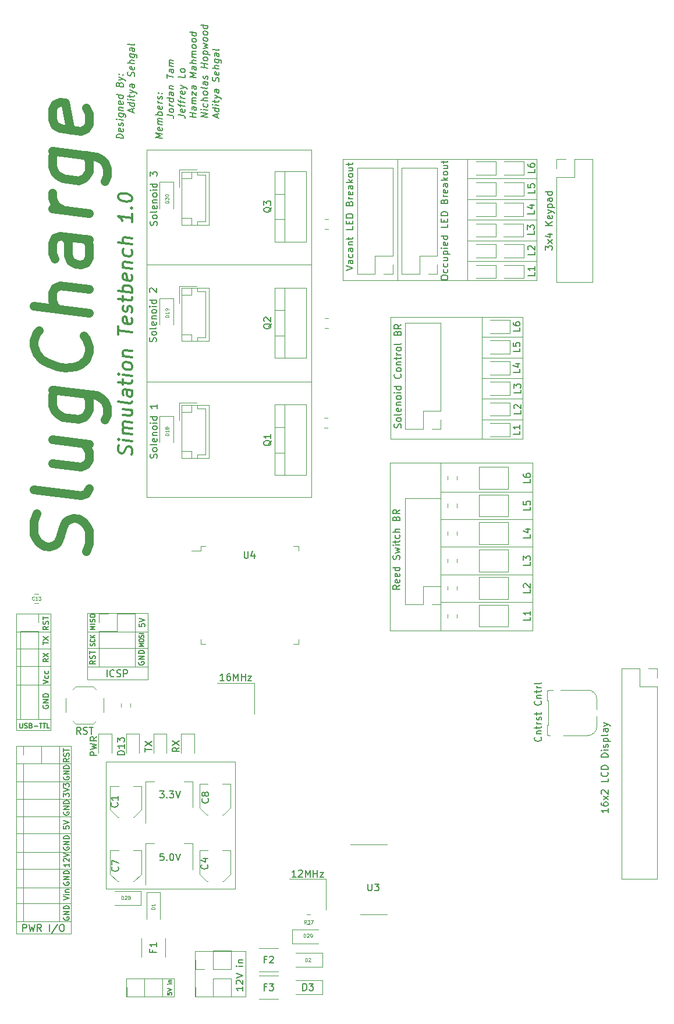
<source format=gbr>
G04 #@! TF.GenerationSoftware,KiCad,Pcbnew,(5.1.2-1)-1*
G04 #@! TF.CreationDate,2020-01-30T23:37:22-08:00*
G04 #@! TF.ProjectId,complete testboard,636f6d70-6c65-4746-9520-74657374626f,1.0*
G04 #@! TF.SameCoordinates,Original*
G04 #@! TF.FileFunction,Legend,Top*
G04 #@! TF.FilePolarity,Positive*
%FSLAX46Y46*%
G04 Gerber Fmt 4.6, Leading zero omitted, Abs format (unit mm)*
G04 Created by KiCad (PCBNEW (5.1.2-1)-1) date 2020-01-30 23:37:22*
%MOMM*%
%LPD*%
G04 APERTURE LIST*
%ADD10C,0.150000*%
%ADD11C,0.300000*%
%ADD12C,1.250000*%
%ADD13C,0.120000*%
%ADD14C,0.100000*%
G04 APERTURE END LIST*
D10*
X34327380Y-72658452D02*
X33327380Y-72533452D01*
X34041666Y-72289404D01*
X33327380Y-71866785D01*
X34327380Y-71991785D01*
X34279761Y-71128690D02*
X34327380Y-71229880D01*
X34327380Y-71420357D01*
X34279761Y-71509642D01*
X34184523Y-71545357D01*
X33803571Y-71497738D01*
X33708333Y-71438214D01*
X33660714Y-71337023D01*
X33660714Y-71146547D01*
X33708333Y-71057261D01*
X33803571Y-71021547D01*
X33898809Y-71033452D01*
X33994047Y-71521547D01*
X34327380Y-70658452D02*
X33660714Y-70575119D01*
X33755952Y-70587023D02*
X33708333Y-70533452D01*
X33660714Y-70432261D01*
X33660714Y-70289404D01*
X33708333Y-70200119D01*
X33803571Y-70164404D01*
X34327380Y-70229880D01*
X33803571Y-70164404D02*
X33708333Y-70104880D01*
X33660714Y-70003690D01*
X33660714Y-69860833D01*
X33708333Y-69771547D01*
X33803571Y-69735833D01*
X34327380Y-69801309D01*
X34327380Y-69325119D02*
X33327380Y-69200119D01*
X33708333Y-69247738D02*
X33660714Y-69146547D01*
X33660714Y-68956071D01*
X33708333Y-68866785D01*
X33755952Y-68825119D01*
X33851190Y-68789404D01*
X34136904Y-68825119D01*
X34232142Y-68884642D01*
X34279761Y-68938214D01*
X34327380Y-69039404D01*
X34327380Y-69229880D01*
X34279761Y-69319166D01*
X34279761Y-68033452D02*
X34327380Y-68134642D01*
X34327380Y-68325119D01*
X34279761Y-68414404D01*
X34184523Y-68450119D01*
X33803571Y-68402500D01*
X33708333Y-68342976D01*
X33660714Y-68241785D01*
X33660714Y-68051309D01*
X33708333Y-67962023D01*
X33803571Y-67926309D01*
X33898809Y-67938214D01*
X33994047Y-68426309D01*
X34327380Y-67563214D02*
X33660714Y-67479880D01*
X33851190Y-67503690D02*
X33755952Y-67444166D01*
X33708333Y-67390595D01*
X33660714Y-67289404D01*
X33660714Y-67194166D01*
X34279761Y-66985833D02*
X34327380Y-66896547D01*
X34327380Y-66706071D01*
X34279761Y-66604880D01*
X34184523Y-66545357D01*
X34136904Y-66539404D01*
X34041666Y-66575119D01*
X33994047Y-66664404D01*
X33994047Y-66807261D01*
X33946428Y-66896547D01*
X33851190Y-66932261D01*
X33803571Y-66926309D01*
X33708333Y-66866785D01*
X33660714Y-66765595D01*
X33660714Y-66622738D01*
X33708333Y-66533452D01*
X34232142Y-66122738D02*
X34279761Y-66081071D01*
X34327380Y-66134642D01*
X34279761Y-66176309D01*
X34232142Y-66122738D01*
X34327380Y-66134642D01*
X33708333Y-66057261D02*
X33755952Y-66015595D01*
X33803571Y-66069166D01*
X33755952Y-66110833D01*
X33708333Y-66057261D01*
X33803571Y-66069166D01*
X34977380Y-69200119D02*
X35691666Y-69289404D01*
X35834523Y-69354880D01*
X35929761Y-69462023D01*
X35977380Y-69610833D01*
X35977380Y-69706071D01*
X35977380Y-68706071D02*
X35929761Y-68795357D01*
X35882142Y-68837023D01*
X35786904Y-68872738D01*
X35501190Y-68837023D01*
X35405952Y-68777500D01*
X35358333Y-68723928D01*
X35310714Y-68622738D01*
X35310714Y-68479880D01*
X35358333Y-68390595D01*
X35405952Y-68348928D01*
X35501190Y-68313214D01*
X35786904Y-68348928D01*
X35882142Y-68408452D01*
X35929761Y-68462023D01*
X35977380Y-68563214D01*
X35977380Y-68706071D01*
X35977380Y-67944166D02*
X35310714Y-67860833D01*
X35501190Y-67884642D02*
X35405952Y-67825119D01*
X35358333Y-67771547D01*
X35310714Y-67670357D01*
X35310714Y-67575119D01*
X35977380Y-66896547D02*
X34977380Y-66771547D01*
X35929761Y-66890595D02*
X35977380Y-66991785D01*
X35977380Y-67182261D01*
X35929761Y-67271547D01*
X35882142Y-67313214D01*
X35786904Y-67348928D01*
X35501190Y-67313214D01*
X35405952Y-67253690D01*
X35358333Y-67200119D01*
X35310714Y-67098928D01*
X35310714Y-66908452D01*
X35358333Y-66819166D01*
X35977380Y-65991785D02*
X35453571Y-65926309D01*
X35358333Y-65962023D01*
X35310714Y-66051309D01*
X35310714Y-66241785D01*
X35358333Y-66342976D01*
X35929761Y-65985833D02*
X35977380Y-66087023D01*
X35977380Y-66325119D01*
X35929761Y-66414404D01*
X35834523Y-66450119D01*
X35739285Y-66438214D01*
X35644047Y-66378690D01*
X35596428Y-66277500D01*
X35596428Y-66039404D01*
X35548809Y-65938214D01*
X35310714Y-65432261D02*
X35977380Y-65515595D01*
X35405952Y-65444166D02*
X35358333Y-65390595D01*
X35310714Y-65289404D01*
X35310714Y-65146547D01*
X35358333Y-65057261D01*
X35453571Y-65021547D01*
X35977380Y-65087023D01*
X34977380Y-63866785D02*
X34977380Y-63295357D01*
X35977380Y-63706071D02*
X34977380Y-63581071D01*
X35977380Y-62658452D02*
X35453571Y-62592976D01*
X35358333Y-62628690D01*
X35310714Y-62717976D01*
X35310714Y-62908452D01*
X35358333Y-63009642D01*
X35929761Y-62652500D02*
X35977380Y-62753690D01*
X35977380Y-62991785D01*
X35929761Y-63081071D01*
X35834523Y-63116785D01*
X35739285Y-63104880D01*
X35644047Y-63045357D01*
X35596428Y-62944166D01*
X35596428Y-62706071D01*
X35548809Y-62604880D01*
X35977380Y-62182261D02*
X35310714Y-62098928D01*
X35405952Y-62110833D02*
X35358333Y-62057261D01*
X35310714Y-61956071D01*
X35310714Y-61813214D01*
X35358333Y-61723928D01*
X35453571Y-61688214D01*
X35977380Y-61753690D01*
X35453571Y-61688214D02*
X35358333Y-61628690D01*
X35310714Y-61527500D01*
X35310714Y-61384642D01*
X35358333Y-61295357D01*
X35453571Y-61259642D01*
X35977380Y-61325119D01*
X36627380Y-69200119D02*
X37341666Y-69289404D01*
X37484523Y-69354880D01*
X37579761Y-69462023D01*
X37627380Y-69610833D01*
X37627380Y-69706071D01*
X37579761Y-68462023D02*
X37627380Y-68563214D01*
X37627380Y-68753690D01*
X37579761Y-68842976D01*
X37484523Y-68878690D01*
X37103571Y-68831071D01*
X37008333Y-68771547D01*
X36960714Y-68670357D01*
X36960714Y-68479880D01*
X37008333Y-68390595D01*
X37103571Y-68354880D01*
X37198809Y-68366785D01*
X37294047Y-68854880D01*
X36960714Y-68051309D02*
X36960714Y-67670357D01*
X37627380Y-67991785D02*
X36770238Y-67884642D01*
X36675000Y-67825119D01*
X36627380Y-67723928D01*
X36627380Y-67628690D01*
X36960714Y-67479880D02*
X36960714Y-67098928D01*
X37627380Y-67420357D02*
X36770238Y-67313214D01*
X36675000Y-67253690D01*
X36627380Y-67152500D01*
X36627380Y-67057261D01*
X37627380Y-66848928D02*
X36960714Y-66765595D01*
X37151190Y-66789404D02*
X37055952Y-66729880D01*
X37008333Y-66676309D01*
X36960714Y-66575119D01*
X36960714Y-66479880D01*
X37579761Y-65842976D02*
X37627380Y-65944166D01*
X37627380Y-66134642D01*
X37579761Y-66223928D01*
X37484523Y-66259642D01*
X37103571Y-66212023D01*
X37008333Y-66152500D01*
X36960714Y-66051309D01*
X36960714Y-65860833D01*
X37008333Y-65771547D01*
X37103571Y-65735833D01*
X37198809Y-65747738D01*
X37294047Y-66235833D01*
X36960714Y-65384642D02*
X37627380Y-65229880D01*
X36960714Y-64908452D02*
X37627380Y-65229880D01*
X37865476Y-65354880D01*
X37913095Y-65408452D01*
X37960714Y-65509642D01*
X37627380Y-63372738D02*
X37627380Y-63848928D01*
X36627380Y-63723928D01*
X37627380Y-62896547D02*
X37579761Y-62985833D01*
X37532142Y-63027500D01*
X37436904Y-63063214D01*
X37151190Y-63027500D01*
X37055952Y-62967976D01*
X37008333Y-62914404D01*
X36960714Y-62813214D01*
X36960714Y-62670357D01*
X37008333Y-62581071D01*
X37055952Y-62539404D01*
X37151190Y-62503690D01*
X37436904Y-62539404D01*
X37532142Y-62598928D01*
X37579761Y-62652500D01*
X37627380Y-62753690D01*
X37627380Y-62896547D01*
X39277380Y-69610833D02*
X38277380Y-69485833D01*
X38753571Y-69545357D02*
X38753571Y-68973928D01*
X39277380Y-69039404D02*
X38277380Y-68914404D01*
X39277380Y-68134642D02*
X38753571Y-68069166D01*
X38658333Y-68104880D01*
X38610714Y-68194166D01*
X38610714Y-68384642D01*
X38658333Y-68485833D01*
X39229761Y-68128690D02*
X39277380Y-68229880D01*
X39277380Y-68467976D01*
X39229761Y-68557261D01*
X39134523Y-68592976D01*
X39039285Y-68581071D01*
X38944047Y-68521547D01*
X38896428Y-68420357D01*
X38896428Y-68182261D01*
X38848809Y-68081071D01*
X39277380Y-67658452D02*
X38610714Y-67575119D01*
X38705952Y-67587023D02*
X38658333Y-67533452D01*
X38610714Y-67432261D01*
X38610714Y-67289404D01*
X38658333Y-67200119D01*
X38753571Y-67164404D01*
X39277380Y-67229880D01*
X38753571Y-67164404D02*
X38658333Y-67104880D01*
X38610714Y-67003690D01*
X38610714Y-66860833D01*
X38658333Y-66771547D01*
X38753571Y-66735833D01*
X39277380Y-66801309D01*
X38610714Y-66337023D02*
X38610714Y-65813214D01*
X39277380Y-66420357D01*
X39277380Y-65896547D01*
X39277380Y-65087023D02*
X38753571Y-65021547D01*
X38658333Y-65057261D01*
X38610714Y-65146547D01*
X38610714Y-65337023D01*
X38658333Y-65438214D01*
X39229761Y-65081071D02*
X39277380Y-65182261D01*
X39277380Y-65420357D01*
X39229761Y-65509642D01*
X39134523Y-65545357D01*
X39039285Y-65533452D01*
X38944047Y-65473928D01*
X38896428Y-65372738D01*
X38896428Y-65134642D01*
X38848809Y-65033452D01*
X39277380Y-63848928D02*
X38277380Y-63723928D01*
X38991666Y-63479880D01*
X38277380Y-63057261D01*
X39277380Y-63182261D01*
X39277380Y-62277500D02*
X38753571Y-62212023D01*
X38658333Y-62247738D01*
X38610714Y-62337023D01*
X38610714Y-62527500D01*
X38658333Y-62628690D01*
X39229761Y-62271547D02*
X39277380Y-62372738D01*
X39277380Y-62610833D01*
X39229761Y-62700119D01*
X39134523Y-62735833D01*
X39039285Y-62723928D01*
X38944047Y-62664404D01*
X38896428Y-62563214D01*
X38896428Y-62325119D01*
X38848809Y-62223928D01*
X39277380Y-61801309D02*
X38277380Y-61676309D01*
X39277380Y-61372738D02*
X38753571Y-61307261D01*
X38658333Y-61342976D01*
X38610714Y-61432261D01*
X38610714Y-61575119D01*
X38658333Y-61676309D01*
X38705952Y-61729880D01*
X39277380Y-60896547D02*
X38610714Y-60813214D01*
X38705952Y-60825119D02*
X38658333Y-60771547D01*
X38610714Y-60670357D01*
X38610714Y-60527500D01*
X38658333Y-60438214D01*
X38753571Y-60402500D01*
X39277380Y-60467976D01*
X38753571Y-60402500D02*
X38658333Y-60342976D01*
X38610714Y-60241785D01*
X38610714Y-60098928D01*
X38658333Y-60009642D01*
X38753571Y-59973928D01*
X39277380Y-60039404D01*
X39277380Y-59420357D02*
X39229761Y-59509642D01*
X39182142Y-59551309D01*
X39086904Y-59587023D01*
X38801190Y-59551309D01*
X38705952Y-59491785D01*
X38658333Y-59438214D01*
X38610714Y-59337023D01*
X38610714Y-59194166D01*
X38658333Y-59104880D01*
X38705952Y-59063214D01*
X38801190Y-59027500D01*
X39086904Y-59063214D01*
X39182142Y-59122738D01*
X39229761Y-59176309D01*
X39277380Y-59277500D01*
X39277380Y-59420357D01*
X39277380Y-58515595D02*
X39229761Y-58604880D01*
X39182142Y-58646547D01*
X39086904Y-58682261D01*
X38801190Y-58646547D01*
X38705952Y-58587023D01*
X38658333Y-58533452D01*
X38610714Y-58432261D01*
X38610714Y-58289404D01*
X38658333Y-58200119D01*
X38705952Y-58158452D01*
X38801190Y-58122738D01*
X39086904Y-58158452D01*
X39182142Y-58217976D01*
X39229761Y-58271547D01*
X39277380Y-58372738D01*
X39277380Y-58515595D01*
X39277380Y-57325119D02*
X38277380Y-57200119D01*
X39229761Y-57319166D02*
X39277380Y-57420357D01*
X39277380Y-57610833D01*
X39229761Y-57700119D01*
X39182142Y-57741785D01*
X39086904Y-57777500D01*
X38801190Y-57741785D01*
X38705952Y-57682261D01*
X38658333Y-57628690D01*
X38610714Y-57527500D01*
X38610714Y-57337023D01*
X38658333Y-57247738D01*
X40927380Y-69610833D02*
X39927380Y-69485833D01*
X40927380Y-69039404D01*
X39927380Y-68914404D01*
X40927380Y-68563214D02*
X40260714Y-68479880D01*
X39927380Y-68438214D02*
X39975000Y-68491785D01*
X40022619Y-68450119D01*
X39975000Y-68396547D01*
X39927380Y-68438214D01*
X40022619Y-68450119D01*
X40879761Y-67652500D02*
X40927380Y-67753690D01*
X40927380Y-67944166D01*
X40879761Y-68033452D01*
X40832142Y-68075119D01*
X40736904Y-68110833D01*
X40451190Y-68075119D01*
X40355952Y-68015595D01*
X40308333Y-67962023D01*
X40260714Y-67860833D01*
X40260714Y-67670357D01*
X40308333Y-67581071D01*
X40927380Y-67229880D02*
X39927380Y-67104880D01*
X40927380Y-66801309D02*
X40403571Y-66735833D01*
X40308333Y-66771547D01*
X40260714Y-66860833D01*
X40260714Y-67003690D01*
X40308333Y-67104880D01*
X40355952Y-67158452D01*
X40927380Y-66182261D02*
X40879761Y-66271547D01*
X40832142Y-66313214D01*
X40736904Y-66348928D01*
X40451190Y-66313214D01*
X40355952Y-66253690D01*
X40308333Y-66200119D01*
X40260714Y-66098928D01*
X40260714Y-65956071D01*
X40308333Y-65866785D01*
X40355952Y-65825119D01*
X40451190Y-65789404D01*
X40736904Y-65825119D01*
X40832142Y-65884642D01*
X40879761Y-65938214D01*
X40927380Y-66039404D01*
X40927380Y-66182261D01*
X40927380Y-65277500D02*
X40879761Y-65366785D01*
X40784523Y-65402500D01*
X39927380Y-65295357D01*
X40927380Y-64467976D02*
X40403571Y-64402500D01*
X40308333Y-64438214D01*
X40260714Y-64527500D01*
X40260714Y-64717976D01*
X40308333Y-64819166D01*
X40879761Y-64462023D02*
X40927380Y-64563214D01*
X40927380Y-64801309D01*
X40879761Y-64890595D01*
X40784523Y-64926309D01*
X40689285Y-64914404D01*
X40594047Y-64854880D01*
X40546428Y-64753690D01*
X40546428Y-64515595D01*
X40498809Y-64414404D01*
X40879761Y-64033452D02*
X40927380Y-63944166D01*
X40927380Y-63753690D01*
X40879761Y-63652500D01*
X40784523Y-63592976D01*
X40736904Y-63587023D01*
X40641666Y-63622738D01*
X40594047Y-63712023D01*
X40594047Y-63854880D01*
X40546428Y-63944166D01*
X40451190Y-63979880D01*
X40403571Y-63973928D01*
X40308333Y-63914404D01*
X40260714Y-63813214D01*
X40260714Y-63670357D01*
X40308333Y-63581071D01*
X40927380Y-62420357D02*
X39927380Y-62295357D01*
X40403571Y-62354880D02*
X40403571Y-61783452D01*
X40927380Y-61848928D02*
X39927380Y-61723928D01*
X40927380Y-61229880D02*
X40879761Y-61319166D01*
X40832142Y-61360833D01*
X40736904Y-61396547D01*
X40451190Y-61360833D01*
X40355952Y-61301309D01*
X40308333Y-61247738D01*
X40260714Y-61146547D01*
X40260714Y-61003690D01*
X40308333Y-60914404D01*
X40355952Y-60872738D01*
X40451190Y-60837023D01*
X40736904Y-60872738D01*
X40832142Y-60932261D01*
X40879761Y-60985833D01*
X40927380Y-61087023D01*
X40927380Y-61229880D01*
X40260714Y-60384642D02*
X41260714Y-60509642D01*
X40308333Y-60390595D02*
X40260714Y-60289404D01*
X40260714Y-60098928D01*
X40308333Y-60009642D01*
X40355952Y-59967976D01*
X40451190Y-59932261D01*
X40736904Y-59967976D01*
X40832142Y-60027500D01*
X40879761Y-60081071D01*
X40927380Y-60182261D01*
X40927380Y-60372738D01*
X40879761Y-60462023D01*
X40260714Y-59575119D02*
X40927380Y-59467976D01*
X40451190Y-59217976D01*
X40927380Y-59087023D01*
X40260714Y-58813214D01*
X40927380Y-58372738D02*
X40879761Y-58462023D01*
X40832142Y-58503690D01*
X40736904Y-58539404D01*
X40451190Y-58503690D01*
X40355952Y-58444166D01*
X40308333Y-58390595D01*
X40260714Y-58289404D01*
X40260714Y-58146547D01*
X40308333Y-58057261D01*
X40355952Y-58015595D01*
X40451190Y-57979880D01*
X40736904Y-58015595D01*
X40832142Y-58075119D01*
X40879761Y-58128690D01*
X40927380Y-58229880D01*
X40927380Y-58372738D01*
X40927380Y-57467976D02*
X40879761Y-57557261D01*
X40832142Y-57598928D01*
X40736904Y-57634642D01*
X40451190Y-57598928D01*
X40355952Y-57539404D01*
X40308333Y-57485833D01*
X40260714Y-57384642D01*
X40260714Y-57241785D01*
X40308333Y-57152500D01*
X40355952Y-57110833D01*
X40451190Y-57075119D01*
X40736904Y-57110833D01*
X40832142Y-57170357D01*
X40879761Y-57223928D01*
X40927380Y-57325119D01*
X40927380Y-57467976D01*
X40927380Y-56277500D02*
X39927380Y-56152500D01*
X40879761Y-56271547D02*
X40927380Y-56372738D01*
X40927380Y-56563214D01*
X40879761Y-56652500D01*
X40832142Y-56694166D01*
X40736904Y-56729880D01*
X40451190Y-56694166D01*
X40355952Y-56634642D01*
X40308333Y-56581071D01*
X40260714Y-56479880D01*
X40260714Y-56289404D01*
X40308333Y-56200119D01*
X42291666Y-69622738D02*
X42291666Y-69146547D01*
X42577380Y-69753690D02*
X41577380Y-69295357D01*
X42577380Y-69087023D01*
X42577380Y-68325119D02*
X41577380Y-68200119D01*
X42529761Y-68319166D02*
X42577380Y-68420357D01*
X42577380Y-68610833D01*
X42529761Y-68700119D01*
X42482142Y-68741785D01*
X42386904Y-68777500D01*
X42101190Y-68741785D01*
X42005952Y-68682261D01*
X41958333Y-68628690D01*
X41910714Y-68527500D01*
X41910714Y-68337023D01*
X41958333Y-68247738D01*
X42577380Y-67848928D02*
X41910714Y-67765595D01*
X41577380Y-67723928D02*
X41625000Y-67777500D01*
X41672619Y-67735833D01*
X41625000Y-67682261D01*
X41577380Y-67723928D01*
X41672619Y-67735833D01*
X41910714Y-67432261D02*
X41910714Y-67051309D01*
X41577380Y-67247738D02*
X42434523Y-67354880D01*
X42529761Y-67319166D01*
X42577380Y-67229880D01*
X42577380Y-67134642D01*
X41910714Y-66813214D02*
X42577380Y-66658452D01*
X41910714Y-66337023D02*
X42577380Y-66658452D01*
X42815476Y-66783452D01*
X42863095Y-66837023D01*
X42910714Y-66938214D01*
X42577380Y-65610833D02*
X42053571Y-65545357D01*
X41958333Y-65581071D01*
X41910714Y-65670357D01*
X41910714Y-65860833D01*
X41958333Y-65962023D01*
X42529761Y-65604880D02*
X42577380Y-65706071D01*
X42577380Y-65944166D01*
X42529761Y-66033452D01*
X42434523Y-66069166D01*
X42339285Y-66057261D01*
X42244047Y-65997738D01*
X42196428Y-65896547D01*
X42196428Y-65658452D01*
X42148809Y-65557261D01*
X42529761Y-64414404D02*
X42577380Y-64277500D01*
X42577380Y-64039404D01*
X42529761Y-63938214D01*
X42482142Y-63884642D01*
X42386904Y-63825119D01*
X42291666Y-63813214D01*
X42196428Y-63848928D01*
X42148809Y-63890595D01*
X42101190Y-63979880D01*
X42053571Y-64164404D01*
X42005952Y-64253690D01*
X41958333Y-64295357D01*
X41863095Y-64331071D01*
X41767857Y-64319166D01*
X41672619Y-64259642D01*
X41625000Y-64206071D01*
X41577380Y-64104880D01*
X41577380Y-63866785D01*
X41625000Y-63729880D01*
X42529761Y-63033452D02*
X42577380Y-63134642D01*
X42577380Y-63325119D01*
X42529761Y-63414404D01*
X42434523Y-63450119D01*
X42053571Y-63402500D01*
X41958333Y-63342976D01*
X41910714Y-63241785D01*
X41910714Y-63051309D01*
X41958333Y-62962023D01*
X42053571Y-62926309D01*
X42148809Y-62938214D01*
X42244047Y-63426309D01*
X42577380Y-62563214D02*
X41577380Y-62438214D01*
X42577380Y-62134642D02*
X42053571Y-62069166D01*
X41958333Y-62104880D01*
X41910714Y-62194166D01*
X41910714Y-62337023D01*
X41958333Y-62438214D01*
X42005952Y-62491785D01*
X41910714Y-61146547D02*
X42720238Y-61247738D01*
X42815476Y-61307261D01*
X42863095Y-61360833D01*
X42910714Y-61462023D01*
X42910714Y-61604880D01*
X42863095Y-61694166D01*
X42529761Y-61223928D02*
X42577380Y-61325119D01*
X42577380Y-61515595D01*
X42529761Y-61604880D01*
X42482142Y-61646547D01*
X42386904Y-61682261D01*
X42101190Y-61646547D01*
X42005952Y-61587023D01*
X41958333Y-61533452D01*
X41910714Y-61432261D01*
X41910714Y-61241785D01*
X41958333Y-61152500D01*
X42577380Y-60325119D02*
X42053571Y-60259642D01*
X41958333Y-60295357D01*
X41910714Y-60384642D01*
X41910714Y-60575119D01*
X41958333Y-60676309D01*
X42529761Y-60319166D02*
X42577380Y-60420357D01*
X42577380Y-60658452D01*
X42529761Y-60747738D01*
X42434523Y-60783452D01*
X42339285Y-60771547D01*
X42244047Y-60712023D01*
X42196428Y-60610833D01*
X42196428Y-60372738D01*
X42148809Y-60271547D01*
X42577380Y-59706071D02*
X42529761Y-59795357D01*
X42434523Y-59831071D01*
X41577380Y-59723928D01*
X28627380Y-72658452D02*
X27627380Y-72533452D01*
X27627380Y-72295357D01*
X27675000Y-72158452D01*
X27770238Y-72075119D01*
X27865476Y-72039404D01*
X28055952Y-72015595D01*
X28198809Y-72033452D01*
X28389285Y-72104880D01*
X28484523Y-72164404D01*
X28579761Y-72271547D01*
X28627380Y-72420357D01*
X28627380Y-72658452D01*
X28579761Y-71271547D02*
X28627380Y-71372738D01*
X28627380Y-71563214D01*
X28579761Y-71652500D01*
X28484523Y-71688214D01*
X28103571Y-71640595D01*
X28008333Y-71581071D01*
X27960714Y-71479880D01*
X27960714Y-71289404D01*
X28008333Y-71200119D01*
X28103571Y-71164404D01*
X28198809Y-71176309D01*
X28294047Y-71664404D01*
X28579761Y-70842976D02*
X28627380Y-70753690D01*
X28627380Y-70563214D01*
X28579761Y-70462023D01*
X28484523Y-70402500D01*
X28436904Y-70396547D01*
X28341666Y-70432261D01*
X28294047Y-70521547D01*
X28294047Y-70664404D01*
X28246428Y-70753690D01*
X28151190Y-70789404D01*
X28103571Y-70783452D01*
X28008333Y-70723928D01*
X27960714Y-70622738D01*
X27960714Y-70479880D01*
X28008333Y-70390595D01*
X28627380Y-69991785D02*
X27960714Y-69908452D01*
X27627380Y-69866785D02*
X27675000Y-69920357D01*
X27722619Y-69878690D01*
X27675000Y-69825119D01*
X27627380Y-69866785D01*
X27722619Y-69878690D01*
X27960714Y-69003690D02*
X28770238Y-69104880D01*
X28865476Y-69164404D01*
X28913095Y-69217976D01*
X28960714Y-69319166D01*
X28960714Y-69462023D01*
X28913095Y-69551309D01*
X28579761Y-69081071D02*
X28627380Y-69182261D01*
X28627380Y-69372738D01*
X28579761Y-69462023D01*
X28532142Y-69503690D01*
X28436904Y-69539404D01*
X28151190Y-69503690D01*
X28055952Y-69444166D01*
X28008333Y-69390595D01*
X27960714Y-69289404D01*
X27960714Y-69098928D01*
X28008333Y-69009642D01*
X27960714Y-68527500D02*
X28627380Y-68610833D01*
X28055952Y-68539404D02*
X28008333Y-68485833D01*
X27960714Y-68384642D01*
X27960714Y-68241785D01*
X28008333Y-68152500D01*
X28103571Y-68116785D01*
X28627380Y-68182261D01*
X28579761Y-67319166D02*
X28627380Y-67420357D01*
X28627380Y-67610833D01*
X28579761Y-67700119D01*
X28484523Y-67735833D01*
X28103571Y-67688214D01*
X28008333Y-67628690D01*
X27960714Y-67527500D01*
X27960714Y-67337023D01*
X28008333Y-67247738D01*
X28103571Y-67212023D01*
X28198809Y-67223928D01*
X28294047Y-67712023D01*
X28627380Y-66420357D02*
X27627380Y-66295357D01*
X28579761Y-66414404D02*
X28627380Y-66515595D01*
X28627380Y-66706071D01*
X28579761Y-66795357D01*
X28532142Y-66837023D01*
X28436904Y-66872738D01*
X28151190Y-66837023D01*
X28055952Y-66777500D01*
X28008333Y-66723928D01*
X27960714Y-66622738D01*
X27960714Y-66432261D01*
X28008333Y-66342976D01*
X28103571Y-64783452D02*
X28151190Y-64646547D01*
X28198809Y-64604880D01*
X28294047Y-64569166D01*
X28436904Y-64587023D01*
X28532142Y-64646547D01*
X28579761Y-64700119D01*
X28627380Y-64801309D01*
X28627380Y-65182261D01*
X27627380Y-65057261D01*
X27627380Y-64723928D01*
X27675000Y-64634642D01*
X27722619Y-64592976D01*
X27817857Y-64557261D01*
X27913095Y-64569166D01*
X28008333Y-64628690D01*
X28055952Y-64682261D01*
X28103571Y-64783452D01*
X28103571Y-65116785D01*
X27960714Y-64194166D02*
X28627380Y-64039404D01*
X27960714Y-63717976D02*
X28627380Y-64039404D01*
X28865476Y-64164404D01*
X28913095Y-64217976D01*
X28960714Y-64319166D01*
X28532142Y-63408452D02*
X28579761Y-63366785D01*
X28627380Y-63420357D01*
X28579761Y-63462023D01*
X28532142Y-63408452D01*
X28627380Y-63420357D01*
X28008333Y-63342976D02*
X28055952Y-63301309D01*
X28103571Y-63354880D01*
X28055952Y-63396547D01*
X28008333Y-63342976D01*
X28103571Y-63354880D01*
X29991666Y-68860833D02*
X29991666Y-68384642D01*
X30277380Y-68991785D02*
X29277380Y-68533452D01*
X30277380Y-68325119D01*
X30277380Y-67563214D02*
X29277380Y-67438214D01*
X30229761Y-67557261D02*
X30277380Y-67658452D01*
X30277380Y-67848928D01*
X30229761Y-67938214D01*
X30182142Y-67979880D01*
X30086904Y-68015595D01*
X29801190Y-67979880D01*
X29705952Y-67920357D01*
X29658333Y-67866785D01*
X29610714Y-67765595D01*
X29610714Y-67575119D01*
X29658333Y-67485833D01*
X30277380Y-67087023D02*
X29610714Y-67003690D01*
X29277380Y-66962023D02*
X29325000Y-67015595D01*
X29372619Y-66973928D01*
X29325000Y-66920357D01*
X29277380Y-66962023D01*
X29372619Y-66973928D01*
X29610714Y-66670357D02*
X29610714Y-66289404D01*
X29277380Y-66485833D02*
X30134523Y-66592976D01*
X30229761Y-66557261D01*
X30277380Y-66467976D01*
X30277380Y-66372738D01*
X29610714Y-66051309D02*
X30277380Y-65896547D01*
X29610714Y-65575119D02*
X30277380Y-65896547D01*
X30515476Y-66021547D01*
X30563095Y-66075119D01*
X30610714Y-66176309D01*
X30277380Y-64848928D02*
X29753571Y-64783452D01*
X29658333Y-64819166D01*
X29610714Y-64908452D01*
X29610714Y-65098928D01*
X29658333Y-65200119D01*
X30229761Y-64842976D02*
X30277380Y-64944166D01*
X30277380Y-65182261D01*
X30229761Y-65271547D01*
X30134523Y-65307261D01*
X30039285Y-65295357D01*
X29944047Y-65235833D01*
X29896428Y-65134642D01*
X29896428Y-64896547D01*
X29848809Y-64795357D01*
X30229761Y-63652500D02*
X30277380Y-63515595D01*
X30277380Y-63277500D01*
X30229761Y-63176309D01*
X30182142Y-63122738D01*
X30086904Y-63063214D01*
X29991666Y-63051309D01*
X29896428Y-63087023D01*
X29848809Y-63128690D01*
X29801190Y-63217976D01*
X29753571Y-63402500D01*
X29705952Y-63491785D01*
X29658333Y-63533452D01*
X29563095Y-63569166D01*
X29467857Y-63557261D01*
X29372619Y-63497738D01*
X29325000Y-63444166D01*
X29277380Y-63342976D01*
X29277380Y-63104880D01*
X29325000Y-62967976D01*
X30229761Y-62271547D02*
X30277380Y-62372738D01*
X30277380Y-62563214D01*
X30229761Y-62652500D01*
X30134523Y-62688214D01*
X29753571Y-62640595D01*
X29658333Y-62581071D01*
X29610714Y-62479880D01*
X29610714Y-62289404D01*
X29658333Y-62200119D01*
X29753571Y-62164404D01*
X29848809Y-62176309D01*
X29944047Y-62664404D01*
X30277380Y-61801309D02*
X29277380Y-61676309D01*
X30277380Y-61372738D02*
X29753571Y-61307261D01*
X29658333Y-61342976D01*
X29610714Y-61432261D01*
X29610714Y-61575119D01*
X29658333Y-61676309D01*
X29705952Y-61729880D01*
X29610714Y-60384642D02*
X30420238Y-60485833D01*
X30515476Y-60545357D01*
X30563095Y-60598928D01*
X30610714Y-60700119D01*
X30610714Y-60842976D01*
X30563095Y-60932261D01*
X30229761Y-60462023D02*
X30277380Y-60563214D01*
X30277380Y-60753690D01*
X30229761Y-60842976D01*
X30182142Y-60884642D01*
X30086904Y-60920357D01*
X29801190Y-60884642D01*
X29705952Y-60825119D01*
X29658333Y-60771547D01*
X29610714Y-60670357D01*
X29610714Y-60479880D01*
X29658333Y-60390595D01*
X30277380Y-59563214D02*
X29753571Y-59497738D01*
X29658333Y-59533452D01*
X29610714Y-59622738D01*
X29610714Y-59813214D01*
X29658333Y-59914404D01*
X30229761Y-59557261D02*
X30277380Y-59658452D01*
X30277380Y-59896547D01*
X30229761Y-59985833D01*
X30134523Y-60021547D01*
X30039285Y-60009642D01*
X29944047Y-59950119D01*
X29896428Y-59848928D01*
X29896428Y-59610833D01*
X29848809Y-59509642D01*
X30277380Y-58944166D02*
X30229761Y-59033452D01*
X30134523Y-59069166D01*
X29277380Y-58962023D01*
D11*
X29809523Y-118592827D02*
X29904761Y-118319017D01*
X29904761Y-117842827D01*
X29809523Y-117640446D01*
X29714285Y-117533303D01*
X29523809Y-117414255D01*
X29333333Y-117390446D01*
X29142857Y-117461875D01*
X29047619Y-117545208D01*
X28952380Y-117723779D01*
X28857142Y-118092827D01*
X28761904Y-118271398D01*
X28666666Y-118354732D01*
X28476190Y-118426160D01*
X28285714Y-118402351D01*
X28095238Y-118283303D01*
X28000000Y-118176160D01*
X27904761Y-117973779D01*
X27904761Y-117497589D01*
X28000000Y-117223779D01*
X29904761Y-116604732D02*
X28571428Y-116438065D01*
X27904761Y-116354732D02*
X28000000Y-116461875D01*
X28095238Y-116378541D01*
X28000000Y-116271398D01*
X27904761Y-116354732D01*
X28095238Y-116378541D01*
X29904761Y-115652351D02*
X28571428Y-115485684D01*
X28761904Y-115509494D02*
X28666666Y-115402351D01*
X28571428Y-115199970D01*
X28571428Y-114914255D01*
X28666666Y-114735684D01*
X28857142Y-114664255D01*
X29904761Y-114795208D01*
X28857142Y-114664255D02*
X28666666Y-114545208D01*
X28571428Y-114342827D01*
X28571428Y-114057113D01*
X28666666Y-113878541D01*
X28857142Y-113807113D01*
X29904761Y-113938065D01*
X28571428Y-111961875D02*
X29904761Y-112128541D01*
X28571428Y-112819017D02*
X29619047Y-112949970D01*
X29809523Y-112878541D01*
X29904761Y-112699970D01*
X29904761Y-112414255D01*
X29809523Y-112211875D01*
X29714285Y-112104732D01*
X29904761Y-110890446D02*
X29809523Y-111069017D01*
X29619047Y-111140446D01*
X27904761Y-110926160D01*
X29904761Y-109271398D02*
X28857142Y-109140446D01*
X28666666Y-109211875D01*
X28571428Y-109390446D01*
X28571428Y-109771398D01*
X28666666Y-109973779D01*
X29809523Y-109259494D02*
X29904761Y-109461875D01*
X29904761Y-109938065D01*
X29809523Y-110116636D01*
X29619047Y-110188065D01*
X29428571Y-110164255D01*
X29238095Y-110045208D01*
X29142857Y-109842827D01*
X29142857Y-109366636D01*
X29047619Y-109164255D01*
X28571428Y-108438065D02*
X28571428Y-107676160D01*
X27904761Y-108069017D02*
X29619047Y-108283303D01*
X29809523Y-108211875D01*
X29904761Y-108033303D01*
X29904761Y-107842827D01*
X29904761Y-107176160D02*
X28571428Y-107009494D01*
X27904761Y-106926160D02*
X28000000Y-107033303D01*
X28095238Y-106949970D01*
X28000000Y-106842827D01*
X27904761Y-106926160D01*
X28095238Y-106949970D01*
X29904761Y-105938065D02*
X29809523Y-106116636D01*
X29714285Y-106199970D01*
X29523809Y-106271398D01*
X28952380Y-106199970D01*
X28761904Y-106080922D01*
X28666666Y-105973779D01*
X28571428Y-105771398D01*
X28571428Y-105485684D01*
X28666666Y-105307113D01*
X28761904Y-105223779D01*
X28952380Y-105152351D01*
X29523809Y-105223779D01*
X29714285Y-105342827D01*
X29809523Y-105449970D01*
X29904761Y-105652351D01*
X29904761Y-105938065D01*
X28571428Y-104247589D02*
X29904761Y-104414255D01*
X28761904Y-104271398D02*
X28666666Y-104164255D01*
X28571428Y-103961875D01*
X28571428Y-103676160D01*
X28666666Y-103497589D01*
X28857142Y-103426160D01*
X29904761Y-103557113D01*
X27904761Y-101116636D02*
X27904761Y-99973779D01*
X29904761Y-100795208D02*
X27904761Y-100545208D01*
X29809523Y-98783303D02*
X29904761Y-98985684D01*
X29904761Y-99366636D01*
X29809523Y-99545208D01*
X29619047Y-99616636D01*
X28857142Y-99521398D01*
X28666666Y-99402351D01*
X28571428Y-99199970D01*
X28571428Y-98819017D01*
X28666666Y-98640446D01*
X28857142Y-98569017D01*
X29047619Y-98592827D01*
X29238095Y-99569017D01*
X29809523Y-97926160D02*
X29904761Y-97747589D01*
X29904761Y-97366636D01*
X29809523Y-97164255D01*
X29619047Y-97045208D01*
X29523809Y-97033303D01*
X29333333Y-97104732D01*
X29238095Y-97283303D01*
X29238095Y-97569017D01*
X29142857Y-97747589D01*
X28952380Y-97819017D01*
X28857142Y-97807113D01*
X28666666Y-97688065D01*
X28571428Y-97485684D01*
X28571428Y-97199970D01*
X28666666Y-97021398D01*
X28571428Y-96342827D02*
X28571428Y-95580922D01*
X27904761Y-95973779D02*
X29619047Y-96188065D01*
X29809523Y-96116636D01*
X29904761Y-95938065D01*
X29904761Y-95747589D01*
X29904761Y-95080922D02*
X27904761Y-94830922D01*
X28666666Y-94926160D02*
X28571428Y-94723779D01*
X28571428Y-94342827D01*
X28666666Y-94164255D01*
X28761904Y-94080922D01*
X28952380Y-94009494D01*
X29523809Y-94080922D01*
X29714285Y-94199970D01*
X29809523Y-94307113D01*
X29904761Y-94509494D01*
X29904761Y-94890446D01*
X29809523Y-95069017D01*
X29809523Y-92497589D02*
X29904761Y-92699970D01*
X29904761Y-93080922D01*
X29809523Y-93259494D01*
X29619047Y-93330922D01*
X28857142Y-93235684D01*
X28666666Y-93116636D01*
X28571428Y-92914255D01*
X28571428Y-92533303D01*
X28666666Y-92354732D01*
X28857142Y-92283303D01*
X29047619Y-92307113D01*
X29238095Y-93283303D01*
X28571428Y-91390446D02*
X29904761Y-91557113D01*
X28761904Y-91414255D02*
X28666666Y-91307113D01*
X28571428Y-91104732D01*
X28571428Y-90819017D01*
X28666666Y-90640446D01*
X28857142Y-90569017D01*
X29904761Y-90699970D01*
X29809523Y-88878541D02*
X29904761Y-89080922D01*
X29904761Y-89461875D01*
X29809523Y-89640446D01*
X29714285Y-89723779D01*
X29523809Y-89795208D01*
X28952380Y-89723779D01*
X28761904Y-89604732D01*
X28666666Y-89497589D01*
X28571428Y-89295208D01*
X28571428Y-88914255D01*
X28666666Y-88735684D01*
X29904761Y-88033303D02*
X27904761Y-87783303D01*
X29904761Y-87176160D02*
X28857142Y-87045208D01*
X28666666Y-87116636D01*
X28571428Y-87295208D01*
X28571428Y-87580922D01*
X28666666Y-87783303D01*
X28761904Y-87890446D01*
X29904761Y-83652351D02*
X29904761Y-84795208D01*
X29904761Y-84223779D02*
X27904761Y-83973779D01*
X28190476Y-84199970D01*
X28380952Y-84414255D01*
X28476190Y-84616636D01*
X29714285Y-82771398D02*
X29809523Y-82688065D01*
X29904761Y-82795208D01*
X29809523Y-82878541D01*
X29714285Y-82771398D01*
X29904761Y-82795208D01*
X27904761Y-81211875D02*
X27904761Y-81021398D01*
X28000000Y-80842827D01*
X28095238Y-80759494D01*
X28285714Y-80688065D01*
X28666666Y-80640446D01*
X29142857Y-80699970D01*
X29523809Y-80842827D01*
X29714285Y-80961875D01*
X29809523Y-81069017D01*
X29904761Y-81271398D01*
X29904761Y-81461875D01*
X29809523Y-81640446D01*
X29714285Y-81723779D01*
X29523809Y-81795208D01*
X29142857Y-81842827D01*
X28666666Y-81783303D01*
X28285714Y-81640446D01*
X28095238Y-81521398D01*
X28000000Y-81414255D01*
X27904761Y-81211875D01*
D12*
X23238095Y-132637276D02*
X23619047Y-131542038D01*
X23619047Y-129637276D01*
X23238095Y-128827752D01*
X22857142Y-128399181D01*
X22095238Y-127922991D01*
X21333333Y-127827752D01*
X20571428Y-128113467D01*
X20190476Y-128446800D01*
X19809523Y-129161086D01*
X19428571Y-130637276D01*
X19047619Y-131351562D01*
X18666666Y-131684895D01*
X17904761Y-131970610D01*
X17142857Y-131875372D01*
X16380952Y-131399181D01*
X15999999Y-130970610D01*
X15619047Y-130161086D01*
X15619047Y-128256324D01*
X15999999Y-127161086D01*
X23619047Y-123542038D02*
X23238095Y-124256324D01*
X22476190Y-124542038D01*
X15619047Y-123684895D01*
X18285714Y-116399181D02*
X23619047Y-117065848D01*
X18285714Y-119827752D02*
X22476190Y-120351562D01*
X23238095Y-120065848D01*
X23619047Y-119351562D01*
X23619047Y-118208705D01*
X23238095Y-117399181D01*
X22857142Y-116970610D01*
X18285714Y-109161086D02*
X24761904Y-109970610D01*
X25523809Y-110446800D01*
X25904761Y-110875372D01*
X26285714Y-111684895D01*
X26285714Y-112827752D01*
X25904761Y-113542038D01*
X23238095Y-109780133D02*
X23619047Y-110589657D01*
X23619047Y-112113467D01*
X23238095Y-112827752D01*
X22857142Y-113161086D01*
X22095238Y-113446800D01*
X19809523Y-113161086D01*
X19047619Y-112684895D01*
X18666666Y-112256324D01*
X18285714Y-111446800D01*
X18285714Y-109922991D01*
X18666666Y-109208705D01*
X22857142Y-101351562D02*
X23238095Y-101780133D01*
X23619047Y-102970610D01*
X23619047Y-103732514D01*
X23238095Y-104827752D01*
X22476190Y-105494419D01*
X21714285Y-105780133D01*
X20190476Y-105970610D01*
X19047619Y-105827752D01*
X17523809Y-105256324D01*
X16761904Y-104780133D01*
X16000000Y-103922991D01*
X15619047Y-102732514D01*
X15619047Y-101970610D01*
X16000000Y-100875372D01*
X16380952Y-100542038D01*
X23619047Y-98018229D02*
X15619047Y-97018229D01*
X23619047Y-94589657D02*
X19428571Y-94065848D01*
X18666666Y-94351562D01*
X18285714Y-95065848D01*
X18285714Y-96208705D01*
X18666666Y-97018229D01*
X19047619Y-97446800D01*
X23619047Y-87351562D02*
X19428571Y-86827752D01*
X18666666Y-87113467D01*
X18285714Y-87827752D01*
X18285714Y-89351562D01*
X18666666Y-90161086D01*
X23238095Y-87303943D02*
X23619047Y-88113467D01*
X23619047Y-90018229D01*
X23238095Y-90732514D01*
X22476190Y-91018229D01*
X21714285Y-90922991D01*
X20952380Y-90446800D01*
X20571428Y-89637276D01*
X20571428Y-87732514D01*
X20190476Y-86922991D01*
X23619047Y-83542038D02*
X18285714Y-82875372D01*
X19809523Y-83065848D02*
X19047619Y-82589657D01*
X18666666Y-82161086D01*
X18285714Y-81351562D01*
X18285714Y-80589657D01*
X18285714Y-74494419D02*
X24761904Y-75303943D01*
X25523809Y-75780133D01*
X25904761Y-76208705D01*
X26285714Y-77018229D01*
X26285714Y-78161086D01*
X25904761Y-78875372D01*
X23238095Y-75113467D02*
X23619047Y-75922991D01*
X23619047Y-77446800D01*
X23238095Y-78161086D01*
X22857142Y-78494419D01*
X22095238Y-78780133D01*
X19809523Y-78494419D01*
X19047619Y-78018229D01*
X18666666Y-77589657D01*
X18285714Y-76780133D01*
X18285714Y-75256324D01*
X18666666Y-74542038D01*
X23238095Y-68256324D02*
X23619047Y-69065848D01*
X23619047Y-70589657D01*
X23238095Y-71303943D01*
X22476190Y-71589657D01*
X19428571Y-71208705D01*
X18666666Y-70732514D01*
X18285714Y-69922991D01*
X18285714Y-68399181D01*
X18666666Y-67684895D01*
X19428571Y-67399181D01*
X20190476Y-67494419D01*
X20952380Y-71399181D01*
D13*
X14130000Y-160900000D02*
X21000000Y-160900000D01*
X21000000Y-186400000D02*
X13100000Y-186400000D01*
X34330000Y-194670000D02*
X31730000Y-194670000D01*
X74830000Y-124970000D02*
X74800000Y-140300000D01*
X21000000Y-188200000D02*
X21000000Y-186400000D01*
X13100000Y-188200000D02*
X21000000Y-188200000D01*
X13100000Y-186400000D02*
X13100000Y-188200000D01*
X18100000Y-158600000D02*
X18100000Y-157000000D01*
X13100000Y-158600000D02*
X18100000Y-158600000D01*
X13100000Y-157000000D02*
X13100000Y-158600000D01*
X32200000Y-149400000D02*
X23400000Y-149400000D01*
X32200000Y-146700000D02*
X23400000Y-146700000D01*
X23400000Y-144300000D02*
X32200000Y-144300000D01*
X23400000Y-151300000D02*
X23400000Y-141600000D01*
X32200000Y-151300000D02*
X23400000Y-151300000D01*
X32200000Y-141600000D02*
X32200000Y-151300000D01*
X23400000Y-141600000D02*
X32200000Y-141600000D01*
D10*
X24516666Y-144000000D02*
X23816666Y-144000000D01*
X24316666Y-143766666D01*
X23816666Y-143533333D01*
X24516666Y-143533333D01*
X24516666Y-143200000D02*
X23816666Y-143200000D01*
X24483333Y-142900000D02*
X24516666Y-142800000D01*
X24516666Y-142633333D01*
X24483333Y-142566666D01*
X24450000Y-142533333D01*
X24383333Y-142500000D01*
X24316666Y-142500000D01*
X24250000Y-142533333D01*
X24216666Y-142566666D01*
X24183333Y-142633333D01*
X24150000Y-142766666D01*
X24116666Y-142833333D01*
X24083333Y-142866666D01*
X24016666Y-142900000D01*
X23950000Y-142900000D01*
X23883333Y-142866666D01*
X23850000Y-142833333D01*
X23816666Y-142766666D01*
X23816666Y-142600000D01*
X23850000Y-142500000D01*
X23816666Y-142066666D02*
X23816666Y-141933333D01*
X23850000Y-141866666D01*
X23916666Y-141800000D01*
X24050000Y-141766666D01*
X24283333Y-141766666D01*
X24416666Y-141800000D01*
X24483333Y-141866666D01*
X24516666Y-141933333D01*
X24516666Y-142066666D01*
X24483333Y-142133333D01*
X24416666Y-142200000D01*
X24283333Y-142233333D01*
X24050000Y-142233333D01*
X23916666Y-142200000D01*
X23850000Y-142133333D01*
X23816666Y-142066666D01*
X24483333Y-146371428D02*
X24516666Y-146285714D01*
X24516666Y-146142857D01*
X24483333Y-146085714D01*
X24450000Y-146057142D01*
X24383333Y-146028571D01*
X24316666Y-146028571D01*
X24250000Y-146057142D01*
X24216666Y-146085714D01*
X24183333Y-146142857D01*
X24150000Y-146257142D01*
X24116666Y-146314285D01*
X24083333Y-146342857D01*
X24016666Y-146371428D01*
X23950000Y-146371428D01*
X23883333Y-146342857D01*
X23850000Y-146314285D01*
X23816666Y-146257142D01*
X23816666Y-146114285D01*
X23850000Y-146028571D01*
X24450000Y-145428571D02*
X24483333Y-145457142D01*
X24516666Y-145542857D01*
X24516666Y-145600000D01*
X24483333Y-145685714D01*
X24416666Y-145742857D01*
X24350000Y-145771428D01*
X24216666Y-145800000D01*
X24116666Y-145800000D01*
X23983333Y-145771428D01*
X23916666Y-145742857D01*
X23850000Y-145685714D01*
X23816666Y-145600000D01*
X23816666Y-145542857D01*
X23850000Y-145457142D01*
X23883333Y-145428571D01*
X24516666Y-145171428D02*
X23816666Y-145171428D01*
X24516666Y-144828571D02*
X24116666Y-145085714D01*
X23816666Y-144828571D02*
X24216666Y-145171428D01*
X24561904Y-148538095D02*
X24180952Y-148804761D01*
X24561904Y-148995238D02*
X23761904Y-148995238D01*
X23761904Y-148690476D01*
X23800000Y-148614285D01*
X23838095Y-148576190D01*
X23914285Y-148538095D01*
X24028571Y-148538095D01*
X24104761Y-148576190D01*
X24142857Y-148614285D01*
X24180952Y-148690476D01*
X24180952Y-148995238D01*
X24523809Y-148233333D02*
X24561904Y-148119047D01*
X24561904Y-147928571D01*
X24523809Y-147852380D01*
X24485714Y-147814285D01*
X24409523Y-147776190D01*
X24333333Y-147776190D01*
X24257142Y-147814285D01*
X24219047Y-147852380D01*
X24180952Y-147928571D01*
X24142857Y-148080952D01*
X24104761Y-148157142D01*
X24066666Y-148195238D01*
X23990476Y-148233333D01*
X23914285Y-148233333D01*
X23838095Y-148195238D01*
X23800000Y-148157142D01*
X23761904Y-148080952D01*
X23761904Y-147890476D01*
X23800000Y-147776190D01*
X23761904Y-147547619D02*
X23761904Y-147090476D01*
X24561904Y-147319047D02*
X23761904Y-147319047D01*
X30900000Y-148709523D02*
X30861904Y-148785714D01*
X30861904Y-148900000D01*
X30900000Y-149014285D01*
X30976190Y-149090476D01*
X31052380Y-149128571D01*
X31204761Y-149166666D01*
X31319047Y-149166666D01*
X31471428Y-149128571D01*
X31547619Y-149090476D01*
X31623809Y-149014285D01*
X31661904Y-148900000D01*
X31661904Y-148823809D01*
X31623809Y-148709523D01*
X31585714Y-148671428D01*
X31319047Y-148671428D01*
X31319047Y-148823809D01*
X31661904Y-148328571D02*
X30861904Y-148328571D01*
X31661904Y-147871428D01*
X30861904Y-147871428D01*
X31661904Y-147490476D02*
X30861904Y-147490476D01*
X30861904Y-147300000D01*
X30900000Y-147185714D01*
X30976190Y-147109523D01*
X31052380Y-147071428D01*
X31204761Y-147033333D01*
X31319047Y-147033333D01*
X31471428Y-147071428D01*
X31547619Y-147109523D01*
X31623809Y-147185714D01*
X31661904Y-147300000D01*
X31661904Y-147490476D01*
X31616666Y-146442857D02*
X30916666Y-146442857D01*
X31416666Y-146242857D01*
X30916666Y-146042857D01*
X31616666Y-146042857D01*
X30916666Y-145642857D02*
X30916666Y-145528571D01*
X30950000Y-145471428D01*
X31016666Y-145414285D01*
X31150000Y-145385714D01*
X31383333Y-145385714D01*
X31516666Y-145414285D01*
X31583333Y-145471428D01*
X31616666Y-145528571D01*
X31616666Y-145642857D01*
X31583333Y-145700000D01*
X31516666Y-145757142D01*
X31383333Y-145785714D01*
X31150000Y-145785714D01*
X31016666Y-145757142D01*
X30950000Y-145700000D01*
X30916666Y-145642857D01*
X31583333Y-145157142D02*
X31616666Y-145071428D01*
X31616666Y-144928571D01*
X31583333Y-144871428D01*
X31550000Y-144842857D01*
X31483333Y-144814285D01*
X31416666Y-144814285D01*
X31350000Y-144842857D01*
X31316666Y-144871428D01*
X31283333Y-144928571D01*
X31250000Y-145042857D01*
X31216666Y-145100000D01*
X31183333Y-145128571D01*
X31116666Y-145157142D01*
X31050000Y-145157142D01*
X30983333Y-145128571D01*
X30950000Y-145100000D01*
X30916666Y-145042857D01*
X30916666Y-144900000D01*
X30950000Y-144814285D01*
X31616666Y-144557142D02*
X30916666Y-144557142D01*
X30961904Y-143152380D02*
X30961904Y-143533333D01*
X31342857Y-143571428D01*
X31304761Y-143533333D01*
X31266666Y-143457142D01*
X31266666Y-143266666D01*
X31304761Y-143190476D01*
X31342857Y-143152380D01*
X31419047Y-143114285D01*
X31609523Y-143114285D01*
X31685714Y-143152380D01*
X31723809Y-143190476D01*
X31761904Y-143266666D01*
X31761904Y-143457142D01*
X31723809Y-143533333D01*
X31685714Y-143571428D01*
X30961904Y-142885714D02*
X31761904Y-142619047D01*
X30961904Y-142352380D01*
D13*
X29100000Y-197330000D02*
X34400000Y-197330000D01*
X29100000Y-194670000D02*
X29100000Y-197330000D01*
X31730000Y-194670000D02*
X29100000Y-194670000D01*
X39100000Y-197300000D02*
X46400000Y-197300000D01*
X39100000Y-190700000D02*
X39100000Y-197300000D01*
X46400000Y-190700000D02*
X39100000Y-190700000D01*
X26100000Y-181700000D02*
X26100000Y-163200000D01*
X44900000Y-181700000D02*
X26100000Y-181700000D01*
X44900000Y-163200000D02*
X44900000Y-181700000D01*
X26100000Y-163200000D02*
X44900000Y-163200000D01*
X67400000Y-144200000D02*
X74800000Y-144200000D01*
X67400000Y-119800000D02*
X67400000Y-144200000D01*
X74900000Y-119800000D02*
X67400000Y-119800000D01*
X67500000Y-116300000D02*
X80800000Y-116300000D01*
X67500000Y-98600000D02*
X67500000Y-116300000D01*
X80800000Y-98600000D02*
X67500000Y-98600000D01*
X68500000Y-75700000D02*
X68500000Y-93300000D01*
X60600000Y-75700000D02*
X78700000Y-75700000D01*
X60600000Y-93300000D02*
X60600000Y-75700000D01*
X78700000Y-93300000D02*
X60600000Y-93300000D01*
X56000000Y-91000000D02*
X32000000Y-91000000D01*
X56000000Y-108000000D02*
X32000000Y-108000000D01*
X32000000Y-74300000D02*
X32000000Y-124800000D01*
X56000000Y-74300000D02*
X32000000Y-74300000D01*
X56000000Y-124800000D02*
X56000000Y-74300000D01*
X32000000Y-124800000D02*
X56000000Y-124800000D01*
X74800000Y-124000000D02*
X88200000Y-124000000D01*
X88200000Y-128000000D02*
X74800000Y-128000000D01*
X74900000Y-132000000D02*
X88200000Y-132000000D01*
X88100000Y-136000000D02*
X74900000Y-136000000D01*
X74800000Y-140000000D02*
X88200000Y-140000000D01*
X74800000Y-144200000D02*
X74800000Y-140300000D01*
X88200000Y-144200000D02*
X74800000Y-144200000D01*
X88200000Y-119800000D02*
X88200000Y-144200000D01*
X74830000Y-119800000D02*
X88200000Y-119800000D01*
X74830000Y-124970000D02*
X74830000Y-119800000D01*
X86700000Y-113500000D02*
X80800000Y-113500000D01*
X80800000Y-110500000D02*
X86700000Y-110500000D01*
X86700000Y-107500000D02*
X80800000Y-107500000D01*
X80800000Y-104500000D02*
X86700000Y-104500000D01*
X86700000Y-101500000D02*
X80800000Y-101500000D01*
X86700000Y-116300000D02*
X86700000Y-98600000D01*
X80800000Y-116300000D02*
X86700000Y-116300000D01*
X80800000Y-98600000D02*
X80800000Y-116300000D01*
X86700000Y-98600000D02*
X80800000Y-98600000D01*
X78700000Y-90500000D02*
X88800000Y-90500000D01*
X88800000Y-87500000D02*
X78700000Y-87500000D01*
X78700000Y-84500000D02*
X88800000Y-84500000D01*
X78700000Y-81500000D02*
X88800000Y-81500000D01*
X78700000Y-78500000D02*
X88800000Y-78500000D01*
X88800000Y-93300000D02*
X88800000Y-75700000D01*
X78700000Y-93300000D02*
X88800000Y-93300000D01*
X78700000Y-93200000D02*
X78700000Y-93300000D01*
X78700000Y-75700000D02*
X78700000Y-93200000D01*
X88800000Y-75700000D02*
X78700000Y-75700000D01*
X13700000Y-152000000D02*
X13100000Y-152000000D01*
X13700000Y-149300000D02*
X13100000Y-149300000D01*
X16300000Y-146800000D02*
X13100000Y-146800000D01*
X16300000Y-144300000D02*
X13100000Y-144300000D01*
X13100000Y-141700000D02*
X16330000Y-141700000D01*
X13100000Y-157000000D02*
X13100000Y-141700000D01*
X13100000Y-157000000D02*
X18100000Y-157000000D01*
X14200000Y-183800000D02*
X13100000Y-183800000D01*
X14200000Y-181500000D02*
X13100000Y-181500000D01*
X13300000Y-178800000D02*
X13100000Y-178800000D01*
X13200000Y-178800000D02*
X13300000Y-178800000D01*
X14200000Y-178800000D02*
X13200000Y-178800000D01*
X14200000Y-176300000D02*
X13100000Y-176300000D01*
X14200000Y-173600000D02*
X13100000Y-173600000D01*
X14200000Y-171200000D02*
X13100000Y-171200000D01*
X14100000Y-168600000D02*
X13100000Y-168600000D01*
X14200000Y-166100000D02*
X13100000Y-166100000D01*
X14130000Y-163490000D02*
X13100000Y-163490000D01*
X13100000Y-160900000D02*
X14130000Y-160900000D01*
X13100000Y-186400000D02*
X13100000Y-160900000D01*
X36050000Y-197350000D02*
X34300000Y-197350000D01*
X36050000Y-194670000D02*
X36050000Y-197350000D01*
X34330000Y-194670000D02*
X36050000Y-194670000D01*
X46400000Y-197300000D02*
X44330000Y-197330000D01*
X46400000Y-190700000D02*
X46400000Y-197300000D01*
X44300000Y-190700000D02*
X46400000Y-190700000D01*
X18100000Y-152000000D02*
X13700000Y-152000000D01*
X18100000Y-149300000D02*
X13700000Y-149300000D01*
X18100000Y-146800000D02*
X13700000Y-146800000D01*
X18100000Y-144300000D02*
X16300000Y-144300000D01*
X18100000Y-141700000D02*
X16300000Y-141700000D01*
X18100000Y-157000000D02*
X18100000Y-141700000D01*
X21000000Y-183800000D02*
X14200000Y-183800000D01*
X21000000Y-181500000D02*
X14200000Y-181500000D01*
X21000000Y-178800000D02*
X14200000Y-178800000D01*
X21000000Y-176300000D02*
X14200000Y-176300000D01*
X21000000Y-173600000D02*
X14200000Y-173600000D01*
X21000000Y-171200000D02*
X14200000Y-171200000D01*
X21000000Y-168600000D02*
X14200000Y-168600000D01*
X21000000Y-166100000D02*
X14200000Y-166100000D01*
X21000000Y-163500000D02*
X14130000Y-163490000D01*
X21000000Y-186400000D02*
X21000000Y-160900000D01*
D10*
X19961904Y-183319047D02*
X20761904Y-183052380D01*
X19961904Y-182785714D01*
X20761904Y-182519047D02*
X20228571Y-182519047D01*
X19961904Y-182519047D02*
X20000000Y-182557142D01*
X20038095Y-182519047D01*
X20000000Y-182480952D01*
X19961904Y-182519047D01*
X20038095Y-182519047D01*
X20228571Y-182138095D02*
X20761904Y-182138095D01*
X20304761Y-182138095D02*
X20266666Y-182100000D01*
X20228571Y-182023809D01*
X20228571Y-181909523D01*
X20266666Y-181833333D01*
X20342857Y-181795238D01*
X20761904Y-181795238D01*
X20761904Y-177995238D02*
X20761904Y-178452380D01*
X20761904Y-178223809D02*
X19961904Y-178223809D01*
X20076190Y-178300000D01*
X20152380Y-178376190D01*
X20190476Y-178452380D01*
X20038095Y-177690476D02*
X20000000Y-177652380D01*
X19961904Y-177576190D01*
X19961904Y-177385714D01*
X20000000Y-177309523D01*
X20038095Y-177271428D01*
X20114285Y-177233333D01*
X20190476Y-177233333D01*
X20304761Y-177271428D01*
X20761904Y-177728571D01*
X20761904Y-177233333D01*
X19961904Y-177004761D02*
X20761904Y-176738095D01*
X19961904Y-176471428D01*
X19961904Y-172552380D02*
X19961904Y-172933333D01*
X20342857Y-172971428D01*
X20304761Y-172933333D01*
X20266666Y-172857142D01*
X20266666Y-172666666D01*
X20304761Y-172590476D01*
X20342857Y-172552380D01*
X20419047Y-172514285D01*
X20609523Y-172514285D01*
X20685714Y-172552380D01*
X20723809Y-172590476D01*
X20761904Y-172666666D01*
X20761904Y-172857142D01*
X20723809Y-172933333D01*
X20685714Y-172971428D01*
X19961904Y-172285714D02*
X20761904Y-172019047D01*
X19961904Y-171752380D01*
X20000000Y-185809523D02*
X19961904Y-185885714D01*
X19961904Y-186000000D01*
X20000000Y-186114285D01*
X20076190Y-186190476D01*
X20152380Y-186228571D01*
X20304761Y-186266666D01*
X20419047Y-186266666D01*
X20571428Y-186228571D01*
X20647619Y-186190476D01*
X20723809Y-186114285D01*
X20761904Y-186000000D01*
X20761904Y-185923809D01*
X20723809Y-185809523D01*
X20685714Y-185771428D01*
X20419047Y-185771428D01*
X20419047Y-185923809D01*
X20761904Y-185428571D02*
X19961904Y-185428571D01*
X20761904Y-184971428D01*
X19961904Y-184971428D01*
X20761904Y-184590476D02*
X19961904Y-184590476D01*
X19961904Y-184400000D01*
X20000000Y-184285714D01*
X20076190Y-184209523D01*
X20152380Y-184171428D01*
X20304761Y-184133333D01*
X20419047Y-184133333D01*
X20571428Y-184171428D01*
X20647619Y-184209523D01*
X20723809Y-184285714D01*
X20761904Y-184400000D01*
X20761904Y-184590476D01*
X20000000Y-180709523D02*
X19961904Y-180785714D01*
X19961904Y-180900000D01*
X20000000Y-181014285D01*
X20076190Y-181090476D01*
X20152380Y-181128571D01*
X20304761Y-181166666D01*
X20419047Y-181166666D01*
X20571428Y-181128571D01*
X20647619Y-181090476D01*
X20723809Y-181014285D01*
X20761904Y-180900000D01*
X20761904Y-180823809D01*
X20723809Y-180709523D01*
X20685714Y-180671428D01*
X20419047Y-180671428D01*
X20419047Y-180823809D01*
X20761904Y-180328571D02*
X19961904Y-180328571D01*
X20761904Y-179871428D01*
X19961904Y-179871428D01*
X20761904Y-179490476D02*
X19961904Y-179490476D01*
X19961904Y-179300000D01*
X20000000Y-179185714D01*
X20076190Y-179109523D01*
X20152380Y-179071428D01*
X20304761Y-179033333D01*
X20419047Y-179033333D01*
X20571428Y-179071428D01*
X20647619Y-179109523D01*
X20723809Y-179185714D01*
X20761904Y-179300000D01*
X20761904Y-179490476D01*
X20000000Y-175609523D02*
X19961904Y-175685714D01*
X19961904Y-175800000D01*
X20000000Y-175914285D01*
X20076190Y-175990476D01*
X20152380Y-176028571D01*
X20304761Y-176066666D01*
X20419047Y-176066666D01*
X20571428Y-176028571D01*
X20647619Y-175990476D01*
X20723809Y-175914285D01*
X20761904Y-175800000D01*
X20761904Y-175723809D01*
X20723809Y-175609523D01*
X20685714Y-175571428D01*
X20419047Y-175571428D01*
X20419047Y-175723809D01*
X20761904Y-175228571D02*
X19961904Y-175228571D01*
X20761904Y-174771428D01*
X19961904Y-174771428D01*
X20761904Y-174390476D02*
X19961904Y-174390476D01*
X19961904Y-174200000D01*
X20000000Y-174085714D01*
X20076190Y-174009523D01*
X20152380Y-173971428D01*
X20304761Y-173933333D01*
X20419047Y-173933333D01*
X20571428Y-173971428D01*
X20647619Y-174009523D01*
X20723809Y-174085714D01*
X20761904Y-174200000D01*
X20761904Y-174390476D01*
X20000000Y-170509523D02*
X19961904Y-170585714D01*
X19961904Y-170700000D01*
X20000000Y-170814285D01*
X20076190Y-170890476D01*
X20152380Y-170928571D01*
X20304761Y-170966666D01*
X20419047Y-170966666D01*
X20571428Y-170928571D01*
X20647619Y-170890476D01*
X20723809Y-170814285D01*
X20761904Y-170700000D01*
X20761904Y-170623809D01*
X20723809Y-170509523D01*
X20685714Y-170471428D01*
X20419047Y-170471428D01*
X20419047Y-170623809D01*
X20761904Y-170128571D02*
X19961904Y-170128571D01*
X20761904Y-169671428D01*
X19961904Y-169671428D01*
X20761904Y-169290476D02*
X19961904Y-169290476D01*
X19961904Y-169100000D01*
X20000000Y-168985714D01*
X20076190Y-168909523D01*
X20152380Y-168871428D01*
X20304761Y-168833333D01*
X20419047Y-168833333D01*
X20571428Y-168871428D01*
X20647619Y-168909523D01*
X20723809Y-168985714D01*
X20761904Y-169100000D01*
X20761904Y-169290476D01*
X19961904Y-168290476D02*
X19961904Y-167795238D01*
X20266666Y-168061904D01*
X20266666Y-167947619D01*
X20304761Y-167871428D01*
X20342857Y-167833333D01*
X20419047Y-167795238D01*
X20609523Y-167795238D01*
X20685714Y-167833333D01*
X20723809Y-167871428D01*
X20761904Y-167947619D01*
X20761904Y-168176190D01*
X20723809Y-168252380D01*
X20685714Y-168290476D01*
X19961904Y-167566666D02*
X20761904Y-167300000D01*
X19961904Y-167033333D01*
X19961904Y-166842857D02*
X19961904Y-166347619D01*
X20266666Y-166614285D01*
X20266666Y-166500000D01*
X20304761Y-166423809D01*
X20342857Y-166385714D01*
X20419047Y-166347619D01*
X20609523Y-166347619D01*
X20685714Y-166385714D01*
X20723809Y-166423809D01*
X20761904Y-166500000D01*
X20761904Y-166728571D01*
X20723809Y-166804761D01*
X20685714Y-166842857D01*
X20000000Y-165409523D02*
X19961904Y-165485714D01*
X19961904Y-165600000D01*
X20000000Y-165714285D01*
X20076190Y-165790476D01*
X20152380Y-165828571D01*
X20304761Y-165866666D01*
X20419047Y-165866666D01*
X20571428Y-165828571D01*
X20647619Y-165790476D01*
X20723809Y-165714285D01*
X20761904Y-165600000D01*
X20761904Y-165523809D01*
X20723809Y-165409523D01*
X20685714Y-165371428D01*
X20419047Y-165371428D01*
X20419047Y-165523809D01*
X20761904Y-165028571D02*
X19961904Y-165028571D01*
X20761904Y-164571428D01*
X19961904Y-164571428D01*
X20761904Y-164190476D02*
X19961904Y-164190476D01*
X19961904Y-164000000D01*
X20000000Y-163885714D01*
X20076190Y-163809523D01*
X20152380Y-163771428D01*
X20304761Y-163733333D01*
X20419047Y-163733333D01*
X20571428Y-163771428D01*
X20647619Y-163809523D01*
X20723809Y-163885714D01*
X20761904Y-164000000D01*
X20761904Y-164190476D01*
X20761904Y-162738095D02*
X20380952Y-163004761D01*
X20761904Y-163195238D02*
X19961904Y-163195238D01*
X19961904Y-162890476D01*
X20000000Y-162814285D01*
X20038095Y-162776190D01*
X20114285Y-162738095D01*
X20228571Y-162738095D01*
X20304761Y-162776190D01*
X20342857Y-162814285D01*
X20380952Y-162890476D01*
X20380952Y-163195238D01*
X20723809Y-162433333D02*
X20761904Y-162319047D01*
X20761904Y-162128571D01*
X20723809Y-162052380D01*
X20685714Y-162014285D01*
X20609523Y-161976190D01*
X20533333Y-161976190D01*
X20457142Y-162014285D01*
X20419047Y-162052380D01*
X20380952Y-162128571D01*
X20342857Y-162280952D01*
X20304761Y-162357142D01*
X20266666Y-162395238D01*
X20190476Y-162433333D01*
X20114285Y-162433333D01*
X20038095Y-162395238D01*
X20000000Y-162357142D01*
X19961904Y-162280952D01*
X19961904Y-162090476D01*
X20000000Y-161976190D01*
X19961904Y-161747619D02*
X19961904Y-161290476D01*
X20761904Y-161519047D02*
X19961904Y-161519047D01*
X17000000Y-155009523D02*
X16961904Y-155085714D01*
X16961904Y-155200000D01*
X17000000Y-155314285D01*
X17076190Y-155390476D01*
X17152380Y-155428571D01*
X17304761Y-155466666D01*
X17419047Y-155466666D01*
X17571428Y-155428571D01*
X17647619Y-155390476D01*
X17723809Y-155314285D01*
X17761904Y-155200000D01*
X17761904Y-155123809D01*
X17723809Y-155009523D01*
X17685714Y-154971428D01*
X17419047Y-154971428D01*
X17419047Y-155123809D01*
X17761904Y-154628571D02*
X16961904Y-154628571D01*
X17761904Y-154171428D01*
X16961904Y-154171428D01*
X17761904Y-153790476D02*
X16961904Y-153790476D01*
X16961904Y-153600000D01*
X17000000Y-153485714D01*
X17076190Y-153409523D01*
X17152380Y-153371428D01*
X17304761Y-153333333D01*
X17419047Y-153333333D01*
X17571428Y-153371428D01*
X17647619Y-153409523D01*
X17723809Y-153485714D01*
X17761904Y-153600000D01*
X17761904Y-153790476D01*
X16961904Y-151852380D02*
X17761904Y-151585714D01*
X16961904Y-151319047D01*
X17723809Y-150709523D02*
X17761904Y-150785714D01*
X17761904Y-150938095D01*
X17723809Y-151014285D01*
X17685714Y-151052380D01*
X17609523Y-151090476D01*
X17380952Y-151090476D01*
X17304761Y-151052380D01*
X17266666Y-151014285D01*
X17228571Y-150938095D01*
X17228571Y-150785714D01*
X17266666Y-150709523D01*
X17723809Y-150023809D02*
X17761904Y-150100000D01*
X17761904Y-150252380D01*
X17723809Y-150328571D01*
X17685714Y-150366666D01*
X17609523Y-150404761D01*
X17380952Y-150404761D01*
X17304761Y-150366666D01*
X17266666Y-150328571D01*
X17228571Y-150252380D01*
X17228571Y-150100000D01*
X17266666Y-150023809D01*
X17761904Y-148233333D02*
X17380952Y-148500000D01*
X17761904Y-148690476D02*
X16961904Y-148690476D01*
X16961904Y-148385714D01*
X17000000Y-148309523D01*
X17038095Y-148271428D01*
X17114285Y-148233333D01*
X17228571Y-148233333D01*
X17304761Y-148271428D01*
X17342857Y-148309523D01*
X17380952Y-148385714D01*
X17380952Y-148690476D01*
X16961904Y-147966666D02*
X17761904Y-147433333D01*
X16961904Y-147433333D02*
X17761904Y-147966666D01*
X16961904Y-146209523D02*
X16961904Y-145752380D01*
X17761904Y-145980952D02*
X16961904Y-145980952D01*
X16961904Y-145561904D02*
X17761904Y-145028571D01*
X16961904Y-145028571D02*
X17761904Y-145561904D01*
X17761904Y-143538095D02*
X17380952Y-143804761D01*
X17761904Y-143995238D02*
X16961904Y-143995238D01*
X16961904Y-143690476D01*
X17000000Y-143614285D01*
X17038095Y-143576190D01*
X17114285Y-143538095D01*
X17228571Y-143538095D01*
X17304761Y-143576190D01*
X17342857Y-143614285D01*
X17380952Y-143690476D01*
X17380952Y-143995238D01*
X17723809Y-143233333D02*
X17761904Y-143119047D01*
X17761904Y-142928571D01*
X17723809Y-142852380D01*
X17685714Y-142814285D01*
X17609523Y-142776190D01*
X17533333Y-142776190D01*
X17457142Y-142814285D01*
X17419047Y-142852380D01*
X17380952Y-142928571D01*
X17342857Y-143080952D01*
X17304761Y-143157142D01*
X17266666Y-143195238D01*
X17190476Y-143233333D01*
X17114285Y-143233333D01*
X17038095Y-143195238D01*
X17000000Y-143157142D01*
X16961904Y-143080952D01*
X16961904Y-142890476D01*
X17000000Y-142776190D01*
X16961904Y-142547619D02*
X16961904Y-142090476D01*
X17761904Y-142319047D02*
X16961904Y-142319047D01*
D13*
X58461252Y-84390000D02*
X57938748Y-84390000D01*
X58461252Y-85810000D02*
X57938748Y-85810000D01*
X50630000Y-80709000D02*
X52140000Y-80709000D01*
X50630000Y-84410000D02*
X52140000Y-84410000D01*
X52140000Y-87680000D02*
X52140000Y-77440000D01*
X50630000Y-77440000D02*
X55271000Y-77440000D01*
X50630000Y-87680000D02*
X55271000Y-87680000D01*
X55271000Y-87680000D02*
X55271000Y-77440000D01*
X50630000Y-87680000D02*
X50630000Y-77440000D01*
X36790000Y-77190000D02*
X36790000Y-79690000D01*
X39290000Y-77190000D02*
X36790000Y-77190000D01*
X38590000Y-84210000D02*
X37090000Y-84210000D01*
X38590000Y-85210000D02*
X38590000Y-84210000D01*
X38590000Y-78490000D02*
X37090000Y-78490000D01*
X38590000Y-77490000D02*
X38590000Y-78490000D01*
X39400000Y-84710000D02*
X39400000Y-85210000D01*
X40610000Y-84710000D02*
X39400000Y-84710000D01*
X40610000Y-77990000D02*
X40610000Y-84710000D01*
X39400000Y-77990000D02*
X40610000Y-77990000D01*
X39400000Y-77490000D02*
X39400000Y-77990000D01*
X41110000Y-85210000D02*
X41110000Y-77490000D01*
X37090000Y-85210000D02*
X41110000Y-85210000D01*
X37090000Y-77490000D02*
X37090000Y-85210000D01*
X41110000Y-77490000D02*
X37090000Y-77490000D01*
X35900000Y-79000000D02*
X35900000Y-82850000D01*
X33900000Y-79000000D02*
X33900000Y-82850000D01*
X35900000Y-79000000D02*
X33900000Y-79000000D01*
X90290000Y-159310000D02*
X90290000Y-157890000D01*
X90490000Y-157890000D02*
X90490000Y-154310000D01*
X90490000Y-154310000D02*
X90290000Y-154310000D01*
X90290000Y-154310000D02*
X90290000Y-152890000D01*
X90290000Y-152890000D02*
X90490000Y-152890000D01*
X97510000Y-156610000D02*
X97510000Y-158100000D01*
X96200000Y-159410000D02*
X92660000Y-159410000D01*
X92220000Y-152790000D02*
X96200000Y-152790000D01*
X97510000Y-154100000D02*
X97510000Y-155590000D01*
X97510000Y-158100000D02*
G75*
G02X96200000Y-159410000I-1310000J0D01*
G01*
X96200000Y-152790000D02*
G75*
G02X97510000Y-154100000I0J-1310000D01*
G01*
X90490000Y-157890000D02*
X90290000Y-157890000D01*
X90290000Y-159310000D02*
X90490000Y-159310000D01*
X90490000Y-159310000D02*
X90490000Y-159410000D01*
X90490000Y-159410000D02*
X90740000Y-159410000D01*
X90490000Y-152890000D02*
X90490000Y-152790000D01*
X90490000Y-152790000D02*
X91180000Y-152790000D01*
X58150000Y-180200000D02*
X52750000Y-180200000D01*
X58150000Y-184700000D02*
X58150000Y-180200000D01*
X65100000Y-175240000D02*
X61650000Y-175240000D01*
X65100000Y-175240000D02*
X67050000Y-175240000D01*
X65100000Y-185360000D02*
X63150000Y-185360000D01*
X65100000Y-185360000D02*
X67050000Y-185360000D01*
X55313748Y-186810000D02*
X55836252Y-186810000D01*
X55313748Y-185390000D02*
X55836252Y-185390000D01*
X53200000Y-187600000D02*
X57050000Y-187600000D01*
X53200000Y-189600000D02*
X57050000Y-189600000D01*
X53200000Y-187600000D02*
X53200000Y-189600000D01*
X50630000Y-114609000D02*
X52140000Y-114609000D01*
X50630000Y-118310000D02*
X52140000Y-118310000D01*
X52140000Y-121580000D02*
X52140000Y-111340000D01*
X50630000Y-111340000D02*
X55271000Y-111340000D01*
X50630000Y-121580000D02*
X55271000Y-121580000D01*
X55271000Y-121580000D02*
X55271000Y-111340000D01*
X50630000Y-121580000D02*
X50630000Y-111340000D01*
X91670000Y-75670000D02*
X93000000Y-75670000D01*
X91670000Y-77000000D02*
X91670000Y-75670000D01*
X94270000Y-75670000D02*
X96870000Y-75670000D01*
X94270000Y-78270000D02*
X94270000Y-75670000D01*
X91670000Y-78270000D02*
X94270000Y-78270000D01*
X96870000Y-75670000D02*
X96870000Y-93570000D01*
X91670000Y-78270000D02*
X91670000Y-93570000D01*
X91670000Y-93570000D02*
X96870000Y-93570000D01*
X105000000Y-149670000D02*
X106330000Y-149670000D01*
X106330000Y-149670000D02*
X106330000Y-151000000D01*
X103730000Y-149670000D02*
X103730000Y-152270000D01*
X103730000Y-152270000D02*
X106330000Y-152270000D01*
X106330000Y-152270000D02*
X106330000Y-180270000D01*
X101130000Y-180270000D02*
X106330000Y-180270000D01*
X101130000Y-149670000D02*
X101130000Y-180270000D01*
X101130000Y-149670000D02*
X103730000Y-149670000D01*
X47700000Y-151750000D02*
X42300000Y-151750000D01*
X47700000Y-156250000D02*
X47700000Y-151750000D01*
X39890000Y-132590000D02*
X38600000Y-132590000D01*
X54110000Y-146110000D02*
X54110000Y-145410000D01*
X53410000Y-146110000D02*
X54110000Y-146110000D01*
X39890000Y-146110000D02*
X39890000Y-145410000D01*
X40590000Y-146110000D02*
X39890000Y-146110000D01*
X54110000Y-131890000D02*
X54110000Y-132590000D01*
X53410000Y-131890000D02*
X54110000Y-131890000D01*
X39890000Y-131890000D02*
X39890000Y-132590000D01*
X40590000Y-131890000D02*
X39890000Y-131890000D01*
X31890000Y-172100000D02*
X31890000Y-166090000D01*
X38710000Y-169850000D02*
X38710000Y-166090000D01*
X31890000Y-166090000D02*
X33150000Y-166090000D01*
X38710000Y-166090000D02*
X37450000Y-166090000D01*
X31890000Y-181100000D02*
X31890000Y-175090000D01*
X38710000Y-178850000D02*
X38710000Y-175090000D01*
X31890000Y-175090000D02*
X33150000Y-175090000D01*
X38710000Y-175090000D02*
X37450000Y-175090000D01*
X33040000Y-159115000D02*
X33040000Y-161975000D01*
X34960000Y-159115000D02*
X33040000Y-159115000D01*
X34960000Y-161975000D02*
X34960000Y-159115000D01*
X84600000Y-123600000D02*
X82500000Y-123600000D01*
X84600000Y-120400000D02*
X84600000Y-123600000D01*
X80400000Y-120400000D02*
X84600000Y-120400000D01*
X80400000Y-123600000D02*
X80400000Y-120400000D01*
X82500000Y-123600000D02*
X80400000Y-123600000D01*
X84600000Y-127600000D02*
X82500000Y-127600000D01*
X84600000Y-124400000D02*
X84600000Y-127600000D01*
X80400000Y-124400000D02*
X84600000Y-124400000D01*
X80400000Y-127600000D02*
X80400000Y-124400000D01*
X82500000Y-127600000D02*
X80400000Y-127600000D01*
X84600000Y-131600000D02*
X82500000Y-131600000D01*
X84600000Y-128400000D02*
X84600000Y-131600000D01*
X80400000Y-128400000D02*
X84600000Y-128400000D01*
X80400000Y-131600000D02*
X80400000Y-128400000D01*
X82500000Y-131600000D02*
X80400000Y-131600000D01*
X84600000Y-135600000D02*
X82500000Y-135600000D01*
X84600000Y-132400000D02*
X84600000Y-135600000D01*
X80400000Y-132400000D02*
X84600000Y-132400000D01*
X80400000Y-135600000D02*
X80400000Y-132400000D01*
X82500000Y-135600000D02*
X80400000Y-135600000D01*
X84600000Y-139600000D02*
X82500000Y-139600000D01*
X84600000Y-136400000D02*
X84600000Y-139600000D01*
X80400000Y-136400000D02*
X84600000Y-136400000D01*
X80400000Y-139600000D02*
X80400000Y-136400000D01*
X82500000Y-139600000D02*
X80400000Y-139600000D01*
X84600000Y-143600000D02*
X82500000Y-143600000D01*
X84600000Y-140400000D02*
X84600000Y-143600000D01*
X80400000Y-140400000D02*
X84600000Y-140400000D01*
X80400000Y-143600000D02*
X80400000Y-140400000D01*
X82500000Y-143600000D02*
X80400000Y-143600000D01*
X21750000Y-152250000D02*
X24250000Y-152250000D01*
X20250000Y-154000000D02*
X20250000Y-156000000D01*
X21750000Y-157750000D02*
X24250000Y-157750000D01*
X25750000Y-154000000D02*
X25750000Y-156000000D01*
X21300000Y-152700000D02*
X21750000Y-152250000D01*
X24700000Y-152700000D02*
X24250000Y-152250000D01*
X24700000Y-157300000D02*
X24250000Y-157750000D01*
X21300000Y-157300000D02*
X21750000Y-157750000D01*
X37040000Y-159115000D02*
X37040000Y-161975000D01*
X38960000Y-159115000D02*
X37040000Y-159115000D01*
X38960000Y-161975000D02*
X38960000Y-159115000D01*
X77210000Y-122261252D02*
X77210000Y-121738748D01*
X75790000Y-122261252D02*
X75790000Y-121738748D01*
X77210000Y-126261252D02*
X77210000Y-125738748D01*
X75790000Y-126261252D02*
X75790000Y-125738748D01*
X77210000Y-130261252D02*
X77210000Y-129738748D01*
X75790000Y-130261252D02*
X75790000Y-129738748D01*
X77210000Y-134261252D02*
X77210000Y-133738748D01*
X75790000Y-134261252D02*
X75790000Y-133738748D01*
X77210000Y-138261252D02*
X77210000Y-137738748D01*
X75790000Y-138261252D02*
X75790000Y-137738748D01*
X77210000Y-142286252D02*
X77210000Y-141763748D01*
X75790000Y-142286252D02*
X75790000Y-141763748D01*
X58386252Y-113290000D02*
X57863748Y-113290000D01*
X58386252Y-114710000D02*
X57863748Y-114710000D01*
X58461252Y-98790000D02*
X57938748Y-98790000D01*
X58461252Y-100210000D02*
X57938748Y-100210000D01*
X28290000Y-154738748D02*
X28290000Y-155261252D01*
X29710000Y-154738748D02*
X29710000Y-155261252D01*
X50630000Y-97609000D02*
X52140000Y-97609000D01*
X50630000Y-101310000D02*
X52140000Y-101310000D01*
X52140000Y-104580000D02*
X52140000Y-94340000D01*
X50630000Y-94340000D02*
X55271000Y-94340000D01*
X50630000Y-104580000D02*
X55271000Y-104580000D01*
X55271000Y-104580000D02*
X55271000Y-94340000D01*
X50630000Y-104580000D02*
X50630000Y-94340000D01*
X25040000Y-159115000D02*
X25040000Y-161975000D01*
X26960000Y-159115000D02*
X25040000Y-159115000D01*
X26960000Y-161975000D02*
X26960000Y-159115000D01*
X36790000Y-111090000D02*
X36790000Y-113590000D01*
X39290000Y-111090000D02*
X36790000Y-111090000D01*
X38590000Y-118110000D02*
X37090000Y-118110000D01*
X38590000Y-119110000D02*
X38590000Y-118110000D01*
X38590000Y-112390000D02*
X37090000Y-112390000D01*
X38590000Y-111390000D02*
X38590000Y-112390000D01*
X39400000Y-118610000D02*
X39400000Y-119110000D01*
X40610000Y-118610000D02*
X39400000Y-118610000D01*
X40610000Y-111890000D02*
X40610000Y-118610000D01*
X39400000Y-111890000D02*
X40610000Y-111890000D01*
X39400000Y-111390000D02*
X39400000Y-111890000D01*
X41110000Y-119110000D02*
X41110000Y-111390000D01*
X37090000Y-119110000D02*
X41110000Y-119110000D01*
X37090000Y-111390000D02*
X37090000Y-119110000D01*
X41110000Y-111390000D02*
X37090000Y-111390000D01*
X36790000Y-94090000D02*
X36790000Y-96590000D01*
X39290000Y-94090000D02*
X36790000Y-94090000D01*
X38590000Y-101110000D02*
X37090000Y-101110000D01*
X38590000Y-102110000D02*
X38590000Y-101110000D01*
X38590000Y-95390000D02*
X37090000Y-95390000D01*
X38590000Y-94390000D02*
X38590000Y-95390000D01*
X39400000Y-101610000D02*
X39400000Y-102110000D01*
X40610000Y-101610000D02*
X39400000Y-101610000D01*
X40610000Y-94890000D02*
X40610000Y-101610000D01*
X39400000Y-94890000D02*
X40610000Y-94890000D01*
X39400000Y-94390000D02*
X39400000Y-94890000D01*
X41110000Y-102110000D02*
X41110000Y-94390000D01*
X37090000Y-102110000D02*
X41110000Y-102110000D01*
X37090000Y-94390000D02*
X37090000Y-102110000D01*
X41110000Y-94390000D02*
X37090000Y-94390000D01*
X25130000Y-141670000D02*
X26460000Y-141670000D01*
X25130000Y-143000000D02*
X25130000Y-141670000D01*
X27730000Y-141670000D02*
X30330000Y-141670000D01*
X27730000Y-144270000D02*
X27730000Y-141670000D01*
X25130000Y-144270000D02*
X27730000Y-144270000D01*
X30330000Y-141670000D02*
X30330000Y-149410000D01*
X25130000Y-144270000D02*
X25130000Y-149410000D01*
X25130000Y-149410000D02*
X30330000Y-149410000D01*
X74830000Y-140330000D02*
X73500000Y-140330000D01*
X74830000Y-139000000D02*
X74830000Y-140330000D01*
X72230000Y-140330000D02*
X69630000Y-140330000D01*
X72230000Y-137730000D02*
X72230000Y-140330000D01*
X74830000Y-137730000D02*
X72230000Y-137730000D01*
X69630000Y-140330000D02*
X69630000Y-124970000D01*
X74830000Y-137730000D02*
X74830000Y-124970000D01*
X74830000Y-124970000D02*
X69630000Y-124970000D01*
X14130000Y-160890000D02*
X15460000Y-160890000D01*
X14130000Y-162220000D02*
X14130000Y-160890000D01*
X16730000Y-160890000D02*
X19330000Y-160890000D01*
X16730000Y-163490000D02*
X16730000Y-160890000D01*
X14130000Y-163490000D02*
X16730000Y-163490000D01*
X19330000Y-160890000D02*
X19330000Y-186410000D01*
X14130000Y-163490000D02*
X14130000Y-186410000D01*
X14130000Y-186410000D02*
X19330000Y-186410000D01*
X74330000Y-92330000D02*
X73000000Y-92330000D01*
X74330000Y-91000000D02*
X74330000Y-92330000D01*
X71730000Y-92330000D02*
X69130000Y-92330000D01*
X71730000Y-89730000D02*
X71730000Y-92330000D01*
X74330000Y-89730000D02*
X71730000Y-89730000D01*
X69130000Y-92330000D02*
X69130000Y-76970000D01*
X74330000Y-89730000D02*
X74330000Y-76970000D01*
X74330000Y-76970000D02*
X69130000Y-76970000D01*
X15000000Y-141670000D02*
X16330000Y-141670000D01*
X16330000Y-141670000D02*
X16330000Y-143000000D01*
X16330000Y-144270000D02*
X16330000Y-157030000D01*
X13670000Y-157030000D02*
X16330000Y-157030000D01*
X13670000Y-144270000D02*
X13670000Y-157030000D01*
X13670000Y-144270000D02*
X16330000Y-144270000D01*
X67870000Y-92330000D02*
X66540000Y-92330000D01*
X67870000Y-91000000D02*
X67870000Y-92330000D01*
X65270000Y-92330000D02*
X62670000Y-92330000D01*
X65270000Y-89730000D02*
X65270000Y-92330000D01*
X67870000Y-89730000D02*
X65270000Y-89730000D01*
X62670000Y-92330000D02*
X62670000Y-76970000D01*
X67870000Y-89730000D02*
X67870000Y-76970000D01*
X67870000Y-76970000D02*
X62670000Y-76970000D01*
X74830000Y-114830000D02*
X73500000Y-114830000D01*
X74830000Y-113500000D02*
X74830000Y-114830000D01*
X72230000Y-114830000D02*
X69630000Y-114830000D01*
X72230000Y-112230000D02*
X72230000Y-114830000D01*
X74830000Y-112230000D02*
X72230000Y-112230000D01*
X69630000Y-114830000D02*
X69630000Y-99470000D01*
X74830000Y-112230000D02*
X74830000Y-99470000D01*
X74830000Y-99470000D02*
X69630000Y-99470000D01*
X39130000Y-197330000D02*
X39130000Y-196000000D01*
X40460000Y-197330000D02*
X39130000Y-197330000D01*
X41730000Y-197330000D02*
X41730000Y-194670000D01*
X41730000Y-194670000D02*
X44330000Y-194670000D01*
X41730000Y-197330000D02*
X44330000Y-197330000D01*
X44330000Y-197330000D02*
X44330000Y-194670000D01*
X39130000Y-193330000D02*
X39130000Y-192000000D01*
X40460000Y-193330000D02*
X39130000Y-193330000D01*
X41730000Y-193330000D02*
X41730000Y-190670000D01*
X41730000Y-190670000D02*
X44330000Y-190670000D01*
X41730000Y-193330000D02*
X44330000Y-193330000D01*
X44330000Y-193330000D02*
X44330000Y-190670000D01*
X29130000Y-197330000D02*
X29130000Y-196000000D01*
X30460000Y-197330000D02*
X29130000Y-197330000D01*
X31730000Y-197330000D02*
X31730000Y-194670000D01*
X31730000Y-194670000D02*
X34330000Y-194670000D01*
X31730000Y-197330000D02*
X34330000Y-197330000D01*
X34330000Y-197330000D02*
X34330000Y-194670000D01*
X48388748Y-197710000D02*
X51161252Y-197710000D01*
X48388748Y-194290000D02*
X51161252Y-194290000D01*
X48388748Y-193710000D02*
X51161252Y-193710000D01*
X48388748Y-190290000D02*
X51161252Y-190290000D01*
X34710000Y-191611252D02*
X34710000Y-188838748D01*
X31290000Y-191611252D02*
X31290000Y-188838748D01*
X31200000Y-184000000D02*
X27350000Y-184000000D01*
X31200000Y-182000000D02*
X27350000Y-182000000D01*
X31200000Y-184000000D02*
X31200000Y-182000000D01*
X82835000Y-76040000D02*
X79975000Y-76040000D01*
X82835000Y-77960000D02*
X82835000Y-76040000D01*
X79975000Y-77960000D02*
X82835000Y-77960000D01*
X82835000Y-79040000D02*
X79975000Y-79040000D01*
X82835000Y-80960000D02*
X82835000Y-79040000D01*
X79975000Y-80960000D02*
X82835000Y-80960000D01*
X82835000Y-82040000D02*
X79975000Y-82040000D01*
X82835000Y-83960000D02*
X82835000Y-82040000D01*
X79975000Y-83960000D02*
X82835000Y-83960000D01*
X82860000Y-85040000D02*
X80000000Y-85040000D01*
X82860000Y-86960000D02*
X82860000Y-85040000D01*
X80000000Y-86960000D02*
X82860000Y-86960000D01*
X82835000Y-88040000D02*
X79975000Y-88040000D01*
X82835000Y-89960000D02*
X82835000Y-88040000D01*
X79975000Y-89960000D02*
X82835000Y-89960000D01*
X35900000Y-113000000D02*
X35900000Y-116850000D01*
X33900000Y-113000000D02*
X33900000Y-116850000D01*
X35900000Y-113000000D02*
X33900000Y-113000000D01*
X35900000Y-95900000D02*
X35900000Y-99750000D01*
X33900000Y-95900000D02*
X33900000Y-99750000D01*
X35900000Y-95900000D02*
X33900000Y-95900000D01*
X82835000Y-91040000D02*
X79975000Y-91040000D01*
X82835000Y-92960000D02*
X82835000Y-91040000D01*
X79975000Y-92960000D02*
X82835000Y-92960000D01*
X86885000Y-76040000D02*
X84025000Y-76040000D01*
X86885000Y-77960000D02*
X86885000Y-76040000D01*
X84025000Y-77960000D02*
X86885000Y-77960000D01*
X86885000Y-79040000D02*
X84025000Y-79040000D01*
X86885000Y-80960000D02*
X86885000Y-79040000D01*
X84025000Y-80960000D02*
X86885000Y-80960000D01*
X84860000Y-99040000D02*
X82000000Y-99040000D01*
X84860000Y-100960000D02*
X84860000Y-99040000D01*
X82000000Y-100960000D02*
X84860000Y-100960000D01*
X29040000Y-159115000D02*
X29040000Y-161975000D01*
X30960000Y-159115000D02*
X29040000Y-159115000D01*
X30960000Y-161975000D02*
X30960000Y-159115000D01*
X86860000Y-82040000D02*
X84000000Y-82040000D01*
X86860000Y-83960000D02*
X86860000Y-82040000D01*
X84000000Y-83960000D02*
X86860000Y-83960000D01*
X84860000Y-102040000D02*
X82000000Y-102040000D01*
X84860000Y-103960000D02*
X84860000Y-102040000D01*
X82000000Y-103960000D02*
X84860000Y-103960000D01*
X84860000Y-105040000D02*
X82000000Y-105040000D01*
X84860000Y-106960000D02*
X84860000Y-105040000D01*
X82000000Y-106960000D02*
X84860000Y-106960000D01*
X86835000Y-85040000D02*
X83975000Y-85040000D01*
X86835000Y-86960000D02*
X86835000Y-85040000D01*
X83975000Y-86960000D02*
X86835000Y-86960000D01*
X86885000Y-88040000D02*
X84025000Y-88040000D01*
X86885000Y-89960000D02*
X86885000Y-88040000D01*
X84025000Y-89960000D02*
X86885000Y-89960000D01*
X84860000Y-108040000D02*
X82000000Y-108040000D01*
X84860000Y-109960000D02*
X84860000Y-108040000D01*
X82000000Y-109960000D02*
X84860000Y-109960000D01*
X86885000Y-91040000D02*
X84025000Y-91040000D01*
X86885000Y-92960000D02*
X86885000Y-91040000D01*
X84025000Y-92960000D02*
X86885000Y-92960000D01*
X84860000Y-111040000D02*
X82000000Y-111040000D01*
X84860000Y-112960000D02*
X84860000Y-111040000D01*
X82000000Y-112960000D02*
X84860000Y-112960000D01*
X84860000Y-114040000D02*
X82000000Y-114040000D01*
X84860000Y-115960000D02*
X84860000Y-114040000D01*
X82000000Y-115960000D02*
X84860000Y-115960000D01*
X57600000Y-197000000D02*
X53750000Y-197000000D01*
X57600000Y-195000000D02*
X53750000Y-195000000D01*
X57600000Y-197000000D02*
X57600000Y-195000000D01*
X57600000Y-193000000D02*
X53750000Y-193000000D01*
X57600000Y-191000000D02*
X53750000Y-191000000D01*
X57600000Y-193000000D02*
X57600000Y-191000000D01*
X34000000Y-182200000D02*
X34000000Y-186050000D01*
X32000000Y-182200000D02*
X32000000Y-186050000D01*
X34000000Y-182200000D02*
X32000000Y-182200000D01*
X16261252Y-138790000D02*
X15738748Y-138790000D01*
X16261252Y-140210000D02*
X15738748Y-140210000D01*
X43195563Y-170935000D02*
X44260000Y-169870563D01*
X40804437Y-170935000D02*
X39740000Y-169870563D01*
X40804437Y-170935000D02*
X40940000Y-170935000D01*
X43195563Y-170935000D02*
X43060000Y-170935000D01*
X44260000Y-169870563D02*
X44260000Y-166415000D01*
X39740000Y-169870563D02*
X39740000Y-166415000D01*
X39740000Y-166415000D02*
X40940000Y-166415000D01*
X44260000Y-166415000D02*
X43060000Y-166415000D01*
X30195563Y-180585000D02*
X31260000Y-179520563D01*
X27804437Y-180585000D02*
X26740000Y-179520563D01*
X27804437Y-180585000D02*
X27940000Y-180585000D01*
X30195563Y-180585000D02*
X30060000Y-180585000D01*
X31260000Y-179520563D02*
X31260000Y-176065000D01*
X26740000Y-179520563D02*
X26740000Y-176065000D01*
X26740000Y-176065000D02*
X27940000Y-176065000D01*
X31260000Y-176065000D02*
X30060000Y-176065000D01*
X43195563Y-180585000D02*
X44260000Y-179520563D01*
X40804437Y-180585000D02*
X39740000Y-179520563D01*
X40804437Y-180585000D02*
X40940000Y-180585000D01*
X43195563Y-180585000D02*
X43060000Y-180585000D01*
X44260000Y-179520563D02*
X44260000Y-176065000D01*
X39740000Y-179520563D02*
X39740000Y-176065000D01*
X39740000Y-176065000D02*
X40940000Y-176065000D01*
X44260000Y-176065000D02*
X43060000Y-176065000D01*
X30195563Y-171260000D02*
X31260000Y-170195563D01*
X27804437Y-171260000D02*
X26740000Y-170195563D01*
X27804437Y-171260000D02*
X27940000Y-171260000D01*
X30195563Y-171260000D02*
X30060000Y-171260000D01*
X31260000Y-170195563D02*
X31260000Y-166740000D01*
X26740000Y-170195563D02*
X26740000Y-166740000D01*
X26740000Y-166740000D02*
X27940000Y-166740000D01*
X31260000Y-166740000D02*
X30060000Y-166740000D01*
D10*
X50177619Y-82655238D02*
X50130000Y-82750476D01*
X50034761Y-82845714D01*
X49891904Y-82988571D01*
X49844285Y-83083809D01*
X49844285Y-83179047D01*
X50082380Y-83131428D02*
X50034761Y-83226666D01*
X49939523Y-83321904D01*
X49749047Y-83369523D01*
X49415714Y-83369523D01*
X49225238Y-83321904D01*
X49130000Y-83226666D01*
X49082380Y-83131428D01*
X49082380Y-82940952D01*
X49130000Y-82845714D01*
X49225238Y-82750476D01*
X49415714Y-82702857D01*
X49749047Y-82702857D01*
X49939523Y-82750476D01*
X50034761Y-82845714D01*
X50082380Y-82940952D01*
X50082380Y-83131428D01*
X49082380Y-82369523D02*
X49082380Y-81750476D01*
X49463333Y-82083809D01*
X49463333Y-81940952D01*
X49510952Y-81845714D01*
X49558571Y-81798095D01*
X49653809Y-81750476D01*
X49891904Y-81750476D01*
X49987142Y-81798095D01*
X50034761Y-81845714D01*
X50082380Y-81940952D01*
X50082380Y-82226666D01*
X50034761Y-82321904D01*
X49987142Y-82369523D01*
X33504761Y-85280952D02*
X33552380Y-85138095D01*
X33552380Y-84900000D01*
X33504761Y-84804761D01*
X33457142Y-84757142D01*
X33361904Y-84709523D01*
X33266666Y-84709523D01*
X33171428Y-84757142D01*
X33123809Y-84804761D01*
X33076190Y-84900000D01*
X33028571Y-85090476D01*
X32980952Y-85185714D01*
X32933333Y-85233333D01*
X32838095Y-85280952D01*
X32742857Y-85280952D01*
X32647619Y-85233333D01*
X32600000Y-85185714D01*
X32552380Y-85090476D01*
X32552380Y-84852380D01*
X32600000Y-84709523D01*
X33552380Y-84138095D02*
X33504761Y-84233333D01*
X33457142Y-84280952D01*
X33361904Y-84328571D01*
X33076190Y-84328571D01*
X32980952Y-84280952D01*
X32933333Y-84233333D01*
X32885714Y-84138095D01*
X32885714Y-83995238D01*
X32933333Y-83900000D01*
X32980952Y-83852380D01*
X33076190Y-83804761D01*
X33361904Y-83804761D01*
X33457142Y-83852380D01*
X33504761Y-83900000D01*
X33552380Y-83995238D01*
X33552380Y-84138095D01*
X33552380Y-83233333D02*
X33504761Y-83328571D01*
X33409523Y-83376190D01*
X32552380Y-83376190D01*
X33504761Y-82471428D02*
X33552380Y-82566666D01*
X33552380Y-82757142D01*
X33504761Y-82852380D01*
X33409523Y-82900000D01*
X33028571Y-82900000D01*
X32933333Y-82852380D01*
X32885714Y-82757142D01*
X32885714Y-82566666D01*
X32933333Y-82471428D01*
X33028571Y-82423809D01*
X33123809Y-82423809D01*
X33219047Y-82900000D01*
X32885714Y-81995238D02*
X33552380Y-81995238D01*
X32980952Y-81995238D02*
X32933333Y-81947619D01*
X32885714Y-81852380D01*
X32885714Y-81709523D01*
X32933333Y-81614285D01*
X33028571Y-81566666D01*
X33552380Y-81566666D01*
X33552380Y-80947619D02*
X33504761Y-81042857D01*
X33457142Y-81090476D01*
X33361904Y-81138095D01*
X33076190Y-81138095D01*
X32980952Y-81090476D01*
X32933333Y-81042857D01*
X32885714Y-80947619D01*
X32885714Y-80804761D01*
X32933333Y-80709523D01*
X32980952Y-80661904D01*
X33076190Y-80614285D01*
X33361904Y-80614285D01*
X33457142Y-80661904D01*
X33504761Y-80709523D01*
X33552380Y-80804761D01*
X33552380Y-80947619D01*
X33552380Y-80185714D02*
X32885714Y-80185714D01*
X32552380Y-80185714D02*
X32600000Y-80233333D01*
X32647619Y-80185714D01*
X32600000Y-80138095D01*
X32552380Y-80185714D01*
X32647619Y-80185714D01*
X33552380Y-79280952D02*
X32552380Y-79280952D01*
X33504761Y-79280952D02*
X33552380Y-79376190D01*
X33552380Y-79566666D01*
X33504761Y-79661904D01*
X33457142Y-79709523D01*
X33361904Y-79757142D01*
X33076190Y-79757142D01*
X32980952Y-79709523D01*
X32933333Y-79661904D01*
X32885714Y-79566666D01*
X32885714Y-79376190D01*
X32933333Y-79280952D01*
X32552380Y-78138095D02*
X32552380Y-77519047D01*
X32933333Y-77852380D01*
X32933333Y-77709523D01*
X32980952Y-77614285D01*
X33028571Y-77566666D01*
X33123809Y-77519047D01*
X33361904Y-77519047D01*
X33457142Y-77566666D01*
X33504761Y-77614285D01*
X33552380Y-77709523D01*
X33552380Y-77995238D01*
X33504761Y-78090476D01*
X33457142Y-78138095D01*
D14*
X35226190Y-82007142D02*
X34726190Y-82007142D01*
X34726190Y-81888095D01*
X34750000Y-81816666D01*
X34797619Y-81769047D01*
X34845238Y-81745238D01*
X34940476Y-81721428D01*
X35011904Y-81721428D01*
X35107142Y-81745238D01*
X35154761Y-81769047D01*
X35202380Y-81816666D01*
X35226190Y-81888095D01*
X35226190Y-82007142D01*
X34726190Y-81554761D02*
X34726190Y-81245238D01*
X34916666Y-81411904D01*
X34916666Y-81340476D01*
X34940476Y-81292857D01*
X34964285Y-81269047D01*
X35011904Y-81245238D01*
X35130952Y-81245238D01*
X35178571Y-81269047D01*
X35202380Y-81292857D01*
X35226190Y-81340476D01*
X35226190Y-81483333D01*
X35202380Y-81530952D01*
X35178571Y-81554761D01*
X34726190Y-80935714D02*
X34726190Y-80888095D01*
X34750000Y-80840476D01*
X34773809Y-80816666D01*
X34821428Y-80792857D01*
X34916666Y-80769047D01*
X35035714Y-80769047D01*
X35130952Y-80792857D01*
X35178571Y-80816666D01*
X35202380Y-80840476D01*
X35226190Y-80888095D01*
X35226190Y-80935714D01*
X35202380Y-80983333D01*
X35178571Y-81007142D01*
X35130952Y-81030952D01*
X35035714Y-81054761D01*
X34916666Y-81054761D01*
X34821428Y-81030952D01*
X34773809Y-81007142D01*
X34750000Y-80983333D01*
X34726190Y-80935714D01*
D10*
X89357142Y-159619047D02*
X89404761Y-159666666D01*
X89452380Y-159809523D01*
X89452380Y-159904761D01*
X89404761Y-160047619D01*
X89309523Y-160142857D01*
X89214285Y-160190476D01*
X89023809Y-160238095D01*
X88880952Y-160238095D01*
X88690476Y-160190476D01*
X88595238Y-160142857D01*
X88500000Y-160047619D01*
X88452380Y-159904761D01*
X88452380Y-159809523D01*
X88500000Y-159666666D01*
X88547619Y-159619047D01*
X88785714Y-159190476D02*
X89452380Y-159190476D01*
X88880952Y-159190476D02*
X88833333Y-159142857D01*
X88785714Y-159047619D01*
X88785714Y-158904761D01*
X88833333Y-158809523D01*
X88928571Y-158761904D01*
X89452380Y-158761904D01*
X88785714Y-158428571D02*
X88785714Y-158047619D01*
X88452380Y-158285714D02*
X89309523Y-158285714D01*
X89404761Y-158238095D01*
X89452380Y-158142857D01*
X89452380Y-158047619D01*
X89452380Y-157714285D02*
X88785714Y-157714285D01*
X88976190Y-157714285D02*
X88880952Y-157666666D01*
X88833333Y-157619047D01*
X88785714Y-157523809D01*
X88785714Y-157428571D01*
X89404761Y-157142857D02*
X89452380Y-157047619D01*
X89452380Y-156857142D01*
X89404761Y-156761904D01*
X89309523Y-156714285D01*
X89261904Y-156714285D01*
X89166666Y-156761904D01*
X89119047Y-156857142D01*
X89119047Y-157000000D01*
X89071428Y-157095238D01*
X88976190Y-157142857D01*
X88928571Y-157142857D01*
X88833333Y-157095238D01*
X88785714Y-157000000D01*
X88785714Y-156857142D01*
X88833333Y-156761904D01*
X88785714Y-156428571D02*
X88785714Y-156047619D01*
X88452380Y-156285714D02*
X89309523Y-156285714D01*
X89404761Y-156238095D01*
X89452380Y-156142857D01*
X89452380Y-156047619D01*
X89357142Y-154380952D02*
X89404761Y-154428571D01*
X89452380Y-154571428D01*
X89452380Y-154666666D01*
X89404761Y-154809523D01*
X89309523Y-154904761D01*
X89214285Y-154952380D01*
X89023809Y-155000000D01*
X88880952Y-155000000D01*
X88690476Y-154952380D01*
X88595238Y-154904761D01*
X88500000Y-154809523D01*
X88452380Y-154666666D01*
X88452380Y-154571428D01*
X88500000Y-154428571D01*
X88547619Y-154380952D01*
X88785714Y-153952380D02*
X89452380Y-153952380D01*
X88880952Y-153952380D02*
X88833333Y-153904761D01*
X88785714Y-153809523D01*
X88785714Y-153666666D01*
X88833333Y-153571428D01*
X88928571Y-153523809D01*
X89452380Y-153523809D01*
X88785714Y-153190476D02*
X88785714Y-152809523D01*
X88452380Y-153047619D02*
X89309523Y-153047619D01*
X89404761Y-153000000D01*
X89452380Y-152904761D01*
X89452380Y-152809523D01*
X89452380Y-152476190D02*
X88785714Y-152476190D01*
X88976190Y-152476190D02*
X88880952Y-152428571D01*
X88833333Y-152380952D01*
X88785714Y-152285714D01*
X88785714Y-152190476D01*
X89452380Y-151714285D02*
X89404761Y-151809523D01*
X89309523Y-151857142D01*
X88452380Y-151857142D01*
X53759523Y-179952380D02*
X53188095Y-179952380D01*
X53473809Y-179952380D02*
X53473809Y-178952380D01*
X53378571Y-179095238D01*
X53283333Y-179190476D01*
X53188095Y-179238095D01*
X54140476Y-179047619D02*
X54188095Y-179000000D01*
X54283333Y-178952380D01*
X54521428Y-178952380D01*
X54616666Y-179000000D01*
X54664285Y-179047619D01*
X54711904Y-179142857D01*
X54711904Y-179238095D01*
X54664285Y-179380952D01*
X54092857Y-179952380D01*
X54711904Y-179952380D01*
X55140476Y-179952380D02*
X55140476Y-178952380D01*
X55473809Y-179666666D01*
X55807142Y-178952380D01*
X55807142Y-179952380D01*
X56283333Y-179952380D02*
X56283333Y-178952380D01*
X56283333Y-179428571D02*
X56854761Y-179428571D01*
X56854761Y-179952380D02*
X56854761Y-178952380D01*
X57235714Y-179285714D02*
X57759523Y-179285714D01*
X57235714Y-179952380D01*
X57759523Y-179952380D01*
X64238095Y-180952380D02*
X64238095Y-181761904D01*
X64285714Y-181857142D01*
X64333333Y-181904761D01*
X64428571Y-181952380D01*
X64619047Y-181952380D01*
X64714285Y-181904761D01*
X64761904Y-181857142D01*
X64809523Y-181761904D01*
X64809523Y-180952380D01*
X65190476Y-180952380D02*
X65809523Y-180952380D01*
X65476190Y-181333333D01*
X65619047Y-181333333D01*
X65714285Y-181380952D01*
X65761904Y-181428571D01*
X65809523Y-181523809D01*
X65809523Y-181761904D01*
X65761904Y-181857142D01*
X65714285Y-181904761D01*
X65619047Y-181952380D01*
X65333333Y-181952380D01*
X65238095Y-181904761D01*
X65190476Y-181857142D01*
D14*
X55253571Y-186726190D02*
X55086904Y-186488095D01*
X54967857Y-186726190D02*
X54967857Y-186226190D01*
X55158333Y-186226190D01*
X55205952Y-186250000D01*
X55229761Y-186273809D01*
X55253571Y-186321428D01*
X55253571Y-186392857D01*
X55229761Y-186440476D01*
X55205952Y-186464285D01*
X55158333Y-186488095D01*
X54967857Y-186488095D01*
X55420238Y-186226190D02*
X55729761Y-186226190D01*
X55563095Y-186416666D01*
X55634523Y-186416666D01*
X55682142Y-186440476D01*
X55705952Y-186464285D01*
X55729761Y-186511904D01*
X55729761Y-186630952D01*
X55705952Y-186678571D01*
X55682142Y-186702380D01*
X55634523Y-186726190D01*
X55491666Y-186726190D01*
X55444047Y-186702380D01*
X55420238Y-186678571D01*
X55896428Y-186226190D02*
X56229761Y-186226190D01*
X56015476Y-186726190D01*
X54892857Y-188726190D02*
X54892857Y-188226190D01*
X55011904Y-188226190D01*
X55083333Y-188250000D01*
X55130952Y-188297619D01*
X55154761Y-188345238D01*
X55178571Y-188440476D01*
X55178571Y-188511904D01*
X55154761Y-188607142D01*
X55130952Y-188654761D01*
X55083333Y-188702380D01*
X55011904Y-188726190D01*
X54892857Y-188726190D01*
X55369047Y-188273809D02*
X55392857Y-188250000D01*
X55440476Y-188226190D01*
X55559523Y-188226190D01*
X55607142Y-188250000D01*
X55630952Y-188273809D01*
X55654761Y-188321428D01*
X55654761Y-188369047D01*
X55630952Y-188440476D01*
X55345238Y-188726190D01*
X55654761Y-188726190D01*
X55892857Y-188726190D02*
X55988095Y-188726190D01*
X56035714Y-188702380D01*
X56059523Y-188678571D01*
X56107142Y-188607142D01*
X56130952Y-188511904D01*
X56130952Y-188321428D01*
X56107142Y-188273809D01*
X56083333Y-188250000D01*
X56035714Y-188226190D01*
X55940476Y-188226190D01*
X55892857Y-188250000D01*
X55869047Y-188273809D01*
X55845238Y-188321428D01*
X55845238Y-188440476D01*
X55869047Y-188488095D01*
X55892857Y-188511904D01*
X55940476Y-188535714D01*
X56035714Y-188535714D01*
X56083333Y-188511904D01*
X56107142Y-188488095D01*
X56130952Y-188440476D01*
D10*
X50177619Y-116555238D02*
X50130000Y-116650476D01*
X50034761Y-116745714D01*
X49891904Y-116888571D01*
X49844285Y-116983809D01*
X49844285Y-117079047D01*
X50082380Y-117031428D02*
X50034761Y-117126666D01*
X49939523Y-117221904D01*
X49749047Y-117269523D01*
X49415714Y-117269523D01*
X49225238Y-117221904D01*
X49130000Y-117126666D01*
X49082380Y-117031428D01*
X49082380Y-116840952D01*
X49130000Y-116745714D01*
X49225238Y-116650476D01*
X49415714Y-116602857D01*
X49749047Y-116602857D01*
X49939523Y-116650476D01*
X50034761Y-116745714D01*
X50082380Y-116840952D01*
X50082380Y-117031428D01*
X50082380Y-115650476D02*
X50082380Y-116221904D01*
X50082380Y-115936190D02*
X49082380Y-115936190D01*
X49225238Y-116031428D01*
X49320476Y-116126666D01*
X49368095Y-116221904D01*
X90052380Y-88861904D02*
X90052380Y-88242857D01*
X90433333Y-88576190D01*
X90433333Y-88433333D01*
X90480952Y-88338095D01*
X90528571Y-88290476D01*
X90623809Y-88242857D01*
X90861904Y-88242857D01*
X90957142Y-88290476D01*
X91004761Y-88338095D01*
X91052380Y-88433333D01*
X91052380Y-88719047D01*
X91004761Y-88814285D01*
X90957142Y-88861904D01*
X91052380Y-87909523D02*
X90385714Y-87385714D01*
X90385714Y-87909523D02*
X91052380Y-87385714D01*
X90385714Y-86576190D02*
X91052380Y-86576190D01*
X90004761Y-86814285D02*
X90719047Y-87052380D01*
X90719047Y-86433333D01*
X91052380Y-85290476D02*
X90052380Y-85290476D01*
X91052380Y-84719047D02*
X90480952Y-85147619D01*
X90052380Y-84719047D02*
X90623809Y-85290476D01*
X91004761Y-83909523D02*
X91052380Y-84004761D01*
X91052380Y-84195238D01*
X91004761Y-84290476D01*
X90909523Y-84338095D01*
X90528571Y-84338095D01*
X90433333Y-84290476D01*
X90385714Y-84195238D01*
X90385714Y-84004761D01*
X90433333Y-83909523D01*
X90528571Y-83861904D01*
X90623809Y-83861904D01*
X90719047Y-84338095D01*
X90385714Y-83528571D02*
X91052380Y-83290476D01*
X90385714Y-83052380D02*
X91052380Y-83290476D01*
X91290476Y-83385714D01*
X91338095Y-83433333D01*
X91385714Y-83528571D01*
X90385714Y-82671428D02*
X91385714Y-82671428D01*
X90433333Y-82671428D02*
X90385714Y-82576190D01*
X90385714Y-82385714D01*
X90433333Y-82290476D01*
X90480952Y-82242857D01*
X90576190Y-82195238D01*
X90861904Y-82195238D01*
X90957142Y-82242857D01*
X91004761Y-82290476D01*
X91052380Y-82385714D01*
X91052380Y-82576190D01*
X91004761Y-82671428D01*
X91052380Y-81338095D02*
X90528571Y-81338095D01*
X90433333Y-81385714D01*
X90385714Y-81480952D01*
X90385714Y-81671428D01*
X90433333Y-81766666D01*
X91004761Y-81338095D02*
X91052380Y-81433333D01*
X91052380Y-81671428D01*
X91004761Y-81766666D01*
X90909523Y-81814285D01*
X90814285Y-81814285D01*
X90719047Y-81766666D01*
X90671428Y-81671428D01*
X90671428Y-81433333D01*
X90623809Y-81338095D01*
X91052380Y-80433333D02*
X90052380Y-80433333D01*
X91004761Y-80433333D02*
X91052380Y-80528571D01*
X91052380Y-80719047D01*
X91004761Y-80814285D01*
X90957142Y-80861904D01*
X90861904Y-80909523D01*
X90576190Y-80909523D01*
X90480952Y-80861904D01*
X90433333Y-80814285D01*
X90385714Y-80719047D01*
X90385714Y-80528571D01*
X90433333Y-80433333D01*
X99152380Y-170028571D02*
X99152380Y-170600000D01*
X99152380Y-170314285D02*
X98152380Y-170314285D01*
X98295238Y-170409523D01*
X98390476Y-170504761D01*
X98438095Y-170600000D01*
X98152380Y-169171428D02*
X98152380Y-169361904D01*
X98200000Y-169457142D01*
X98247619Y-169504761D01*
X98390476Y-169600000D01*
X98580952Y-169647619D01*
X98961904Y-169647619D01*
X99057142Y-169600000D01*
X99104761Y-169552380D01*
X99152380Y-169457142D01*
X99152380Y-169266666D01*
X99104761Y-169171428D01*
X99057142Y-169123809D01*
X98961904Y-169076190D01*
X98723809Y-169076190D01*
X98628571Y-169123809D01*
X98580952Y-169171428D01*
X98533333Y-169266666D01*
X98533333Y-169457142D01*
X98580952Y-169552380D01*
X98628571Y-169600000D01*
X98723809Y-169647619D01*
X99152380Y-168742857D02*
X98485714Y-168219047D01*
X98485714Y-168742857D02*
X99152380Y-168219047D01*
X98247619Y-167885714D02*
X98200000Y-167838095D01*
X98152380Y-167742857D01*
X98152380Y-167504761D01*
X98200000Y-167409523D01*
X98247619Y-167361904D01*
X98342857Y-167314285D01*
X98438095Y-167314285D01*
X98580952Y-167361904D01*
X99152380Y-167933333D01*
X99152380Y-167314285D01*
X99152380Y-165647619D02*
X99152380Y-166123809D01*
X98152380Y-166123809D01*
X99057142Y-164742857D02*
X99104761Y-164790476D01*
X99152380Y-164933333D01*
X99152380Y-165028571D01*
X99104761Y-165171428D01*
X99009523Y-165266666D01*
X98914285Y-165314285D01*
X98723809Y-165361904D01*
X98580952Y-165361904D01*
X98390476Y-165314285D01*
X98295238Y-165266666D01*
X98200000Y-165171428D01*
X98152380Y-165028571D01*
X98152380Y-164933333D01*
X98200000Y-164790476D01*
X98247619Y-164742857D01*
X99152380Y-164314285D02*
X98152380Y-164314285D01*
X98152380Y-164076190D01*
X98200000Y-163933333D01*
X98295238Y-163838095D01*
X98390476Y-163790476D01*
X98580952Y-163742857D01*
X98723809Y-163742857D01*
X98914285Y-163790476D01*
X99009523Y-163838095D01*
X99104761Y-163933333D01*
X99152380Y-164076190D01*
X99152380Y-164314285D01*
X99152380Y-162552380D02*
X98152380Y-162552380D01*
X98152380Y-162314285D01*
X98200000Y-162171428D01*
X98295238Y-162076190D01*
X98390476Y-162028571D01*
X98580952Y-161980952D01*
X98723809Y-161980952D01*
X98914285Y-162028571D01*
X99009523Y-162076190D01*
X99104761Y-162171428D01*
X99152380Y-162314285D01*
X99152380Y-162552380D01*
X99152380Y-161552380D02*
X98485714Y-161552380D01*
X98152380Y-161552380D02*
X98200000Y-161600000D01*
X98247619Y-161552380D01*
X98200000Y-161504761D01*
X98152380Y-161552380D01*
X98247619Y-161552380D01*
X99104761Y-161123809D02*
X99152380Y-161028571D01*
X99152380Y-160838095D01*
X99104761Y-160742857D01*
X99009523Y-160695238D01*
X98961904Y-160695238D01*
X98866666Y-160742857D01*
X98819047Y-160838095D01*
X98819047Y-160980952D01*
X98771428Y-161076190D01*
X98676190Y-161123809D01*
X98628571Y-161123809D01*
X98533333Y-161076190D01*
X98485714Y-160980952D01*
X98485714Y-160838095D01*
X98533333Y-160742857D01*
X98485714Y-160266666D02*
X99485714Y-160266666D01*
X98533333Y-160266666D02*
X98485714Y-160171428D01*
X98485714Y-159980952D01*
X98533333Y-159885714D01*
X98580952Y-159838095D01*
X98676190Y-159790476D01*
X98961904Y-159790476D01*
X99057142Y-159838095D01*
X99104761Y-159885714D01*
X99152380Y-159980952D01*
X99152380Y-160171428D01*
X99104761Y-160266666D01*
X99152380Y-159219047D02*
X99104761Y-159314285D01*
X99009523Y-159361904D01*
X98152380Y-159361904D01*
X99152380Y-158409523D02*
X98628571Y-158409523D01*
X98533333Y-158457142D01*
X98485714Y-158552380D01*
X98485714Y-158742857D01*
X98533333Y-158838095D01*
X99104761Y-158409523D02*
X99152380Y-158504761D01*
X99152380Y-158742857D01*
X99104761Y-158838095D01*
X99009523Y-158885714D01*
X98914285Y-158885714D01*
X98819047Y-158838095D01*
X98771428Y-158742857D01*
X98771428Y-158504761D01*
X98723809Y-158409523D01*
X98485714Y-158028571D02*
X99152380Y-157790476D01*
X98485714Y-157552380D02*
X99152380Y-157790476D01*
X99390476Y-157885714D01*
X99438095Y-157933333D01*
X99485714Y-158028571D01*
X43309523Y-151402380D02*
X42738095Y-151402380D01*
X43023809Y-151402380D02*
X43023809Y-150402380D01*
X42928571Y-150545238D01*
X42833333Y-150640476D01*
X42738095Y-150688095D01*
X44166666Y-150402380D02*
X43976190Y-150402380D01*
X43880952Y-150450000D01*
X43833333Y-150497619D01*
X43738095Y-150640476D01*
X43690476Y-150830952D01*
X43690476Y-151211904D01*
X43738095Y-151307142D01*
X43785714Y-151354761D01*
X43880952Y-151402380D01*
X44071428Y-151402380D01*
X44166666Y-151354761D01*
X44214285Y-151307142D01*
X44261904Y-151211904D01*
X44261904Y-150973809D01*
X44214285Y-150878571D01*
X44166666Y-150830952D01*
X44071428Y-150783333D01*
X43880952Y-150783333D01*
X43785714Y-150830952D01*
X43738095Y-150878571D01*
X43690476Y-150973809D01*
X44690476Y-151402380D02*
X44690476Y-150402380D01*
X45023809Y-151116666D01*
X45357142Y-150402380D01*
X45357142Y-151402380D01*
X45833333Y-151402380D02*
X45833333Y-150402380D01*
X45833333Y-150878571D02*
X46404761Y-150878571D01*
X46404761Y-151402380D02*
X46404761Y-150402380D01*
X46785714Y-150735714D02*
X47309523Y-150735714D01*
X46785714Y-151402380D01*
X47309523Y-151402380D01*
X46238095Y-132652380D02*
X46238095Y-133461904D01*
X46285714Y-133557142D01*
X46333333Y-133604761D01*
X46428571Y-133652380D01*
X46619047Y-133652380D01*
X46714285Y-133604761D01*
X46761904Y-133557142D01*
X46809523Y-133461904D01*
X46809523Y-132652380D01*
X47714285Y-132985714D02*
X47714285Y-133652380D01*
X47476190Y-132604761D02*
X47238095Y-133319047D01*
X47857142Y-133319047D01*
X33923809Y-167452380D02*
X34542857Y-167452380D01*
X34209523Y-167833333D01*
X34352380Y-167833333D01*
X34447619Y-167880952D01*
X34495238Y-167928571D01*
X34542857Y-168023809D01*
X34542857Y-168261904D01*
X34495238Y-168357142D01*
X34447619Y-168404761D01*
X34352380Y-168452380D01*
X34066666Y-168452380D01*
X33971428Y-168404761D01*
X33923809Y-168357142D01*
X34971428Y-168357142D02*
X35019047Y-168404761D01*
X34971428Y-168452380D01*
X34923809Y-168404761D01*
X34971428Y-168357142D01*
X34971428Y-168452380D01*
X35352380Y-167452380D02*
X35971428Y-167452380D01*
X35638095Y-167833333D01*
X35780952Y-167833333D01*
X35876190Y-167880952D01*
X35923809Y-167928571D01*
X35971428Y-168023809D01*
X35971428Y-168261904D01*
X35923809Y-168357142D01*
X35876190Y-168404761D01*
X35780952Y-168452380D01*
X35495238Y-168452380D01*
X35400000Y-168404761D01*
X35352380Y-168357142D01*
X36257142Y-167452380D02*
X36590476Y-168452380D01*
X36923809Y-167452380D01*
X34495238Y-176552380D02*
X34019047Y-176552380D01*
X33971428Y-177028571D01*
X34019047Y-176980952D01*
X34114285Y-176933333D01*
X34352380Y-176933333D01*
X34447619Y-176980952D01*
X34495238Y-177028571D01*
X34542857Y-177123809D01*
X34542857Y-177361904D01*
X34495238Y-177457142D01*
X34447619Y-177504761D01*
X34352380Y-177552380D01*
X34114285Y-177552380D01*
X34019047Y-177504761D01*
X33971428Y-177457142D01*
X34971428Y-177457142D02*
X35019047Y-177504761D01*
X34971428Y-177552380D01*
X34923809Y-177504761D01*
X34971428Y-177457142D01*
X34971428Y-177552380D01*
X35638095Y-176552380D02*
X35733333Y-176552380D01*
X35828571Y-176600000D01*
X35876190Y-176647619D01*
X35923809Y-176742857D01*
X35971428Y-176933333D01*
X35971428Y-177171428D01*
X35923809Y-177361904D01*
X35876190Y-177457142D01*
X35828571Y-177504761D01*
X35733333Y-177552380D01*
X35638095Y-177552380D01*
X35542857Y-177504761D01*
X35495238Y-177457142D01*
X35447619Y-177361904D01*
X35400000Y-177171428D01*
X35400000Y-176933333D01*
X35447619Y-176742857D01*
X35495238Y-176647619D01*
X35542857Y-176600000D01*
X35638095Y-176552380D01*
X36257142Y-176552380D02*
X36590476Y-177552380D01*
X36923809Y-176552380D01*
X31802380Y-161736904D02*
X31802380Y-161165476D01*
X32802380Y-161451190D02*
X31802380Y-161451190D01*
X31802380Y-160927380D02*
X32802380Y-160260714D01*
X31802380Y-160260714D02*
X32802380Y-160927380D01*
X87852380Y-122191666D02*
X87852380Y-122667857D01*
X86852380Y-122667857D01*
X86852380Y-121429761D02*
X86852380Y-121620238D01*
X86900000Y-121715476D01*
X86947619Y-121763095D01*
X87090476Y-121858333D01*
X87280952Y-121905952D01*
X87661904Y-121905952D01*
X87757142Y-121858333D01*
X87804761Y-121810714D01*
X87852380Y-121715476D01*
X87852380Y-121525000D01*
X87804761Y-121429761D01*
X87757142Y-121382142D01*
X87661904Y-121334523D01*
X87423809Y-121334523D01*
X87328571Y-121382142D01*
X87280952Y-121429761D01*
X87233333Y-121525000D01*
X87233333Y-121715476D01*
X87280952Y-121810714D01*
X87328571Y-121858333D01*
X87423809Y-121905952D01*
X87852380Y-126191666D02*
X87852380Y-126667857D01*
X86852380Y-126667857D01*
X86852380Y-125382142D02*
X86852380Y-125858333D01*
X87328571Y-125905952D01*
X87280952Y-125858333D01*
X87233333Y-125763095D01*
X87233333Y-125525000D01*
X87280952Y-125429761D01*
X87328571Y-125382142D01*
X87423809Y-125334523D01*
X87661904Y-125334523D01*
X87757142Y-125382142D01*
X87804761Y-125429761D01*
X87852380Y-125525000D01*
X87852380Y-125763095D01*
X87804761Y-125858333D01*
X87757142Y-125905952D01*
X87852380Y-130191666D02*
X87852380Y-130667857D01*
X86852380Y-130667857D01*
X87185714Y-129429761D02*
X87852380Y-129429761D01*
X86804761Y-129667857D02*
X87519047Y-129905952D01*
X87519047Y-129286904D01*
X87852380Y-134191666D02*
X87852380Y-134667857D01*
X86852380Y-134667857D01*
X86852380Y-133953571D02*
X86852380Y-133334523D01*
X87233333Y-133667857D01*
X87233333Y-133525000D01*
X87280952Y-133429761D01*
X87328571Y-133382142D01*
X87423809Y-133334523D01*
X87661904Y-133334523D01*
X87757142Y-133382142D01*
X87804761Y-133429761D01*
X87852380Y-133525000D01*
X87852380Y-133810714D01*
X87804761Y-133905952D01*
X87757142Y-133953571D01*
X87852380Y-138191666D02*
X87852380Y-138667857D01*
X86852380Y-138667857D01*
X86947619Y-137905952D02*
X86900000Y-137858333D01*
X86852380Y-137763095D01*
X86852380Y-137525000D01*
X86900000Y-137429761D01*
X86947619Y-137382142D01*
X87042857Y-137334523D01*
X87138095Y-137334523D01*
X87280952Y-137382142D01*
X87852380Y-137953571D01*
X87852380Y-137334523D01*
X87852380Y-142191666D02*
X87852380Y-142667857D01*
X86852380Y-142667857D01*
X87852380Y-141334523D02*
X87852380Y-141905952D01*
X87852380Y-141620238D02*
X86852380Y-141620238D01*
X86995238Y-141715476D01*
X87090476Y-141810714D01*
X87138095Y-141905952D01*
X22452380Y-159202380D02*
X22119047Y-158726190D01*
X21880952Y-159202380D02*
X21880952Y-158202380D01*
X22261904Y-158202380D01*
X22357142Y-158250000D01*
X22404761Y-158297619D01*
X22452380Y-158392857D01*
X22452380Y-158535714D01*
X22404761Y-158630952D01*
X22357142Y-158678571D01*
X22261904Y-158726190D01*
X21880952Y-158726190D01*
X22833333Y-159154761D02*
X22976190Y-159202380D01*
X23214285Y-159202380D01*
X23309523Y-159154761D01*
X23357142Y-159107142D01*
X23404761Y-159011904D01*
X23404761Y-158916666D01*
X23357142Y-158821428D01*
X23309523Y-158773809D01*
X23214285Y-158726190D01*
X23023809Y-158678571D01*
X22928571Y-158630952D01*
X22880952Y-158583333D01*
X22833333Y-158488095D01*
X22833333Y-158392857D01*
X22880952Y-158297619D01*
X22928571Y-158250000D01*
X23023809Y-158202380D01*
X23261904Y-158202380D01*
X23404761Y-158250000D01*
X23690476Y-158202380D02*
X24261904Y-158202380D01*
X23976190Y-159202380D02*
X23976190Y-158202380D01*
X36802380Y-161141666D02*
X36326190Y-161475000D01*
X36802380Y-161713095D02*
X35802380Y-161713095D01*
X35802380Y-161332142D01*
X35850000Y-161236904D01*
X35897619Y-161189285D01*
X35992857Y-161141666D01*
X36135714Y-161141666D01*
X36230952Y-161189285D01*
X36278571Y-161236904D01*
X36326190Y-161332142D01*
X36326190Y-161713095D01*
X35802380Y-160808333D02*
X36802380Y-160141666D01*
X35802380Y-160141666D02*
X36802380Y-160808333D01*
X50177619Y-99555238D02*
X50130000Y-99650476D01*
X50034761Y-99745714D01*
X49891904Y-99888571D01*
X49844285Y-99983809D01*
X49844285Y-100079047D01*
X50082380Y-100031428D02*
X50034761Y-100126666D01*
X49939523Y-100221904D01*
X49749047Y-100269523D01*
X49415714Y-100269523D01*
X49225238Y-100221904D01*
X49130000Y-100126666D01*
X49082380Y-100031428D01*
X49082380Y-99840952D01*
X49130000Y-99745714D01*
X49225238Y-99650476D01*
X49415714Y-99602857D01*
X49749047Y-99602857D01*
X49939523Y-99650476D01*
X50034761Y-99745714D01*
X50082380Y-99840952D01*
X50082380Y-100031428D01*
X49177619Y-99221904D02*
X49130000Y-99174285D01*
X49082380Y-99079047D01*
X49082380Y-98840952D01*
X49130000Y-98745714D01*
X49177619Y-98698095D01*
X49272857Y-98650476D01*
X49368095Y-98650476D01*
X49510952Y-98698095D01*
X50082380Y-99269523D01*
X50082380Y-98650476D01*
X24802380Y-162308333D02*
X23802380Y-162308333D01*
X23802380Y-161927380D01*
X23850000Y-161832142D01*
X23897619Y-161784523D01*
X23992857Y-161736904D01*
X24135714Y-161736904D01*
X24230952Y-161784523D01*
X24278571Y-161832142D01*
X24326190Y-161927380D01*
X24326190Y-162308333D01*
X23802380Y-161403571D02*
X24802380Y-161165476D01*
X24088095Y-160975000D01*
X24802380Y-160784523D01*
X23802380Y-160546428D01*
X24802380Y-159594047D02*
X24326190Y-159927380D01*
X24802380Y-160165476D02*
X23802380Y-160165476D01*
X23802380Y-159784523D01*
X23850000Y-159689285D01*
X23897619Y-159641666D01*
X23992857Y-159594047D01*
X24135714Y-159594047D01*
X24230952Y-159641666D01*
X24278571Y-159689285D01*
X24326190Y-159784523D01*
X24326190Y-160165476D01*
X33504761Y-119080952D02*
X33552380Y-118938095D01*
X33552380Y-118700000D01*
X33504761Y-118604761D01*
X33457142Y-118557142D01*
X33361904Y-118509523D01*
X33266666Y-118509523D01*
X33171428Y-118557142D01*
X33123809Y-118604761D01*
X33076190Y-118700000D01*
X33028571Y-118890476D01*
X32980952Y-118985714D01*
X32933333Y-119033333D01*
X32838095Y-119080952D01*
X32742857Y-119080952D01*
X32647619Y-119033333D01*
X32600000Y-118985714D01*
X32552380Y-118890476D01*
X32552380Y-118652380D01*
X32600000Y-118509523D01*
X33552380Y-117938095D02*
X33504761Y-118033333D01*
X33457142Y-118080952D01*
X33361904Y-118128571D01*
X33076190Y-118128571D01*
X32980952Y-118080952D01*
X32933333Y-118033333D01*
X32885714Y-117938095D01*
X32885714Y-117795238D01*
X32933333Y-117700000D01*
X32980952Y-117652380D01*
X33076190Y-117604761D01*
X33361904Y-117604761D01*
X33457142Y-117652380D01*
X33504761Y-117700000D01*
X33552380Y-117795238D01*
X33552380Y-117938095D01*
X33552380Y-117033333D02*
X33504761Y-117128571D01*
X33409523Y-117176190D01*
X32552380Y-117176190D01*
X33504761Y-116271428D02*
X33552380Y-116366666D01*
X33552380Y-116557142D01*
X33504761Y-116652380D01*
X33409523Y-116700000D01*
X33028571Y-116700000D01*
X32933333Y-116652380D01*
X32885714Y-116557142D01*
X32885714Y-116366666D01*
X32933333Y-116271428D01*
X33028571Y-116223809D01*
X33123809Y-116223809D01*
X33219047Y-116700000D01*
X32885714Y-115795238D02*
X33552380Y-115795238D01*
X32980952Y-115795238D02*
X32933333Y-115747619D01*
X32885714Y-115652380D01*
X32885714Y-115509523D01*
X32933333Y-115414285D01*
X33028571Y-115366666D01*
X33552380Y-115366666D01*
X33552380Y-114747619D02*
X33504761Y-114842857D01*
X33457142Y-114890476D01*
X33361904Y-114938095D01*
X33076190Y-114938095D01*
X32980952Y-114890476D01*
X32933333Y-114842857D01*
X32885714Y-114747619D01*
X32885714Y-114604761D01*
X32933333Y-114509523D01*
X32980952Y-114461904D01*
X33076190Y-114414285D01*
X33361904Y-114414285D01*
X33457142Y-114461904D01*
X33504761Y-114509523D01*
X33552380Y-114604761D01*
X33552380Y-114747619D01*
X33552380Y-113985714D02*
X32885714Y-113985714D01*
X32552380Y-113985714D02*
X32600000Y-114033333D01*
X32647619Y-113985714D01*
X32600000Y-113938095D01*
X32552380Y-113985714D01*
X32647619Y-113985714D01*
X33552380Y-113080952D02*
X32552380Y-113080952D01*
X33504761Y-113080952D02*
X33552380Y-113176190D01*
X33552380Y-113366666D01*
X33504761Y-113461904D01*
X33457142Y-113509523D01*
X33361904Y-113557142D01*
X33076190Y-113557142D01*
X32980952Y-113509523D01*
X32933333Y-113461904D01*
X32885714Y-113366666D01*
X32885714Y-113176190D01*
X32933333Y-113080952D01*
X33552380Y-111319047D02*
X33552380Y-111890476D01*
X33552380Y-111604761D02*
X32552380Y-111604761D01*
X32695238Y-111700000D01*
X32790476Y-111795238D01*
X32838095Y-111890476D01*
X33404761Y-102180952D02*
X33452380Y-102038095D01*
X33452380Y-101800000D01*
X33404761Y-101704761D01*
X33357142Y-101657142D01*
X33261904Y-101609523D01*
X33166666Y-101609523D01*
X33071428Y-101657142D01*
X33023809Y-101704761D01*
X32976190Y-101800000D01*
X32928571Y-101990476D01*
X32880952Y-102085714D01*
X32833333Y-102133333D01*
X32738095Y-102180952D01*
X32642857Y-102180952D01*
X32547619Y-102133333D01*
X32500000Y-102085714D01*
X32452380Y-101990476D01*
X32452380Y-101752380D01*
X32500000Y-101609523D01*
X33452380Y-101038095D02*
X33404761Y-101133333D01*
X33357142Y-101180952D01*
X33261904Y-101228571D01*
X32976190Y-101228571D01*
X32880952Y-101180952D01*
X32833333Y-101133333D01*
X32785714Y-101038095D01*
X32785714Y-100895238D01*
X32833333Y-100800000D01*
X32880952Y-100752380D01*
X32976190Y-100704761D01*
X33261904Y-100704761D01*
X33357142Y-100752380D01*
X33404761Y-100800000D01*
X33452380Y-100895238D01*
X33452380Y-101038095D01*
X33452380Y-100133333D02*
X33404761Y-100228571D01*
X33309523Y-100276190D01*
X32452380Y-100276190D01*
X33404761Y-99371428D02*
X33452380Y-99466666D01*
X33452380Y-99657142D01*
X33404761Y-99752380D01*
X33309523Y-99800000D01*
X32928571Y-99800000D01*
X32833333Y-99752380D01*
X32785714Y-99657142D01*
X32785714Y-99466666D01*
X32833333Y-99371428D01*
X32928571Y-99323809D01*
X33023809Y-99323809D01*
X33119047Y-99800000D01*
X32785714Y-98895238D02*
X33452380Y-98895238D01*
X32880952Y-98895238D02*
X32833333Y-98847619D01*
X32785714Y-98752380D01*
X32785714Y-98609523D01*
X32833333Y-98514285D01*
X32928571Y-98466666D01*
X33452380Y-98466666D01*
X33452380Y-97847619D02*
X33404761Y-97942857D01*
X33357142Y-97990476D01*
X33261904Y-98038095D01*
X32976190Y-98038095D01*
X32880952Y-97990476D01*
X32833333Y-97942857D01*
X32785714Y-97847619D01*
X32785714Y-97704761D01*
X32833333Y-97609523D01*
X32880952Y-97561904D01*
X32976190Y-97514285D01*
X33261904Y-97514285D01*
X33357142Y-97561904D01*
X33404761Y-97609523D01*
X33452380Y-97704761D01*
X33452380Y-97847619D01*
X33452380Y-97085714D02*
X32785714Y-97085714D01*
X32452380Y-97085714D02*
X32500000Y-97133333D01*
X32547619Y-97085714D01*
X32500000Y-97038095D01*
X32452380Y-97085714D01*
X32547619Y-97085714D01*
X33452380Y-96180952D02*
X32452380Y-96180952D01*
X33404761Y-96180952D02*
X33452380Y-96276190D01*
X33452380Y-96466666D01*
X33404761Y-96561904D01*
X33357142Y-96609523D01*
X33261904Y-96657142D01*
X32976190Y-96657142D01*
X32880952Y-96609523D01*
X32833333Y-96561904D01*
X32785714Y-96466666D01*
X32785714Y-96276190D01*
X32833333Y-96180952D01*
X32547619Y-94990476D02*
X32500000Y-94942857D01*
X32452380Y-94847619D01*
X32452380Y-94609523D01*
X32500000Y-94514285D01*
X32547619Y-94466666D01*
X32642857Y-94419047D01*
X32738095Y-94419047D01*
X32880952Y-94466666D01*
X33452380Y-95038095D01*
X33452380Y-94419047D01*
X26253809Y-150862380D02*
X26253809Y-149862380D01*
X27301428Y-150767142D02*
X27253809Y-150814761D01*
X27110952Y-150862380D01*
X27015714Y-150862380D01*
X26872857Y-150814761D01*
X26777619Y-150719523D01*
X26730000Y-150624285D01*
X26682380Y-150433809D01*
X26682380Y-150290952D01*
X26730000Y-150100476D01*
X26777619Y-150005238D01*
X26872857Y-149910000D01*
X27015714Y-149862380D01*
X27110952Y-149862380D01*
X27253809Y-149910000D01*
X27301428Y-149957619D01*
X27682380Y-150814761D02*
X27825238Y-150862380D01*
X28063333Y-150862380D01*
X28158571Y-150814761D01*
X28206190Y-150767142D01*
X28253809Y-150671904D01*
X28253809Y-150576666D01*
X28206190Y-150481428D01*
X28158571Y-150433809D01*
X28063333Y-150386190D01*
X27872857Y-150338571D01*
X27777619Y-150290952D01*
X27730000Y-150243333D01*
X27682380Y-150148095D01*
X27682380Y-150052857D01*
X27730000Y-149957619D01*
X27777619Y-149910000D01*
X27872857Y-149862380D01*
X28110952Y-149862380D01*
X28253809Y-149910000D01*
X28682380Y-150862380D02*
X28682380Y-149862380D01*
X29063333Y-149862380D01*
X29158571Y-149910000D01*
X29206190Y-149957619D01*
X29253809Y-150052857D01*
X29253809Y-150195714D01*
X29206190Y-150290952D01*
X29158571Y-150338571D01*
X29063333Y-150386190D01*
X28682380Y-150386190D01*
X68852380Y-137566666D02*
X68376190Y-137900000D01*
X68852380Y-138138095D02*
X67852380Y-138138095D01*
X67852380Y-137757142D01*
X67900000Y-137661904D01*
X67947619Y-137614285D01*
X68042857Y-137566666D01*
X68185714Y-137566666D01*
X68280952Y-137614285D01*
X68328571Y-137661904D01*
X68376190Y-137757142D01*
X68376190Y-138138095D01*
X68804761Y-136757142D02*
X68852380Y-136852380D01*
X68852380Y-137042857D01*
X68804761Y-137138095D01*
X68709523Y-137185714D01*
X68328571Y-137185714D01*
X68233333Y-137138095D01*
X68185714Y-137042857D01*
X68185714Y-136852380D01*
X68233333Y-136757142D01*
X68328571Y-136709523D01*
X68423809Y-136709523D01*
X68519047Y-137185714D01*
X68804761Y-135900000D02*
X68852380Y-135995238D01*
X68852380Y-136185714D01*
X68804761Y-136280952D01*
X68709523Y-136328571D01*
X68328571Y-136328571D01*
X68233333Y-136280952D01*
X68185714Y-136185714D01*
X68185714Y-135995238D01*
X68233333Y-135900000D01*
X68328571Y-135852380D01*
X68423809Y-135852380D01*
X68519047Y-136328571D01*
X68852380Y-134995238D02*
X67852380Y-134995238D01*
X68804761Y-134995238D02*
X68852380Y-135090476D01*
X68852380Y-135280952D01*
X68804761Y-135376190D01*
X68757142Y-135423809D01*
X68661904Y-135471428D01*
X68376190Y-135471428D01*
X68280952Y-135423809D01*
X68233333Y-135376190D01*
X68185714Y-135280952D01*
X68185714Y-135090476D01*
X68233333Y-134995238D01*
X68804761Y-133804761D02*
X68852380Y-133661904D01*
X68852380Y-133423809D01*
X68804761Y-133328571D01*
X68757142Y-133280952D01*
X68661904Y-133233333D01*
X68566666Y-133233333D01*
X68471428Y-133280952D01*
X68423809Y-133328571D01*
X68376190Y-133423809D01*
X68328571Y-133614285D01*
X68280952Y-133709523D01*
X68233333Y-133757142D01*
X68138095Y-133804761D01*
X68042857Y-133804761D01*
X67947619Y-133757142D01*
X67900000Y-133709523D01*
X67852380Y-133614285D01*
X67852380Y-133376190D01*
X67900000Y-133233333D01*
X68185714Y-132900000D02*
X68852380Y-132709523D01*
X68376190Y-132519047D01*
X68852380Y-132328571D01*
X68185714Y-132138095D01*
X68852380Y-131757142D02*
X68185714Y-131757142D01*
X67852380Y-131757142D02*
X67900000Y-131804761D01*
X67947619Y-131757142D01*
X67900000Y-131709523D01*
X67852380Y-131757142D01*
X67947619Y-131757142D01*
X68185714Y-131423809D02*
X68185714Y-131042857D01*
X67852380Y-131280952D02*
X68709523Y-131280952D01*
X68804761Y-131233333D01*
X68852380Y-131138095D01*
X68852380Y-131042857D01*
X68804761Y-130280952D02*
X68852380Y-130376190D01*
X68852380Y-130566666D01*
X68804761Y-130661904D01*
X68757142Y-130709523D01*
X68661904Y-130757142D01*
X68376190Y-130757142D01*
X68280952Y-130709523D01*
X68233333Y-130661904D01*
X68185714Y-130566666D01*
X68185714Y-130376190D01*
X68233333Y-130280952D01*
X68852380Y-129852380D02*
X67852380Y-129852380D01*
X68852380Y-129423809D02*
X68328571Y-129423809D01*
X68233333Y-129471428D01*
X68185714Y-129566666D01*
X68185714Y-129709523D01*
X68233333Y-129804761D01*
X68280952Y-129852380D01*
X68328571Y-127852380D02*
X68376190Y-127709523D01*
X68423809Y-127661904D01*
X68519047Y-127614285D01*
X68661904Y-127614285D01*
X68757142Y-127661904D01*
X68804761Y-127709523D01*
X68852380Y-127804761D01*
X68852380Y-128185714D01*
X67852380Y-128185714D01*
X67852380Y-127852380D01*
X67900000Y-127757142D01*
X67947619Y-127709523D01*
X68042857Y-127661904D01*
X68138095Y-127661904D01*
X68233333Y-127709523D01*
X68280952Y-127757142D01*
X68328571Y-127852380D01*
X68328571Y-128185714D01*
X68852380Y-126614285D02*
X68376190Y-126947619D01*
X68852380Y-127185714D02*
X67852380Y-127185714D01*
X67852380Y-126804761D01*
X67900000Y-126709523D01*
X67947619Y-126661904D01*
X68042857Y-126614285D01*
X68185714Y-126614285D01*
X68280952Y-126661904D01*
X68328571Y-126709523D01*
X68376190Y-126804761D01*
X68376190Y-127185714D01*
X14000000Y-187852380D02*
X14000000Y-186852380D01*
X14380952Y-186852380D01*
X14476190Y-186900000D01*
X14523809Y-186947619D01*
X14571428Y-187042857D01*
X14571428Y-187185714D01*
X14523809Y-187280952D01*
X14476190Y-187328571D01*
X14380952Y-187376190D01*
X14000000Y-187376190D01*
X14904761Y-186852380D02*
X15142857Y-187852380D01*
X15333333Y-187138095D01*
X15523809Y-187852380D01*
X15761904Y-186852380D01*
X16714285Y-187852380D02*
X16380952Y-187376190D01*
X16142857Y-187852380D02*
X16142857Y-186852380D01*
X16523809Y-186852380D01*
X16619047Y-186900000D01*
X16666666Y-186947619D01*
X16714285Y-187042857D01*
X16714285Y-187185714D01*
X16666666Y-187280952D01*
X16619047Y-187328571D01*
X16523809Y-187376190D01*
X16142857Y-187376190D01*
X17904761Y-187852380D02*
X17904761Y-186852380D01*
X19095238Y-186804761D02*
X18238095Y-188090476D01*
X19619047Y-186852380D02*
X19809523Y-186852380D01*
X19904761Y-186900000D01*
X20000000Y-186995238D01*
X20047619Y-187185714D01*
X20047619Y-187519047D01*
X20000000Y-187709523D01*
X19904761Y-187804761D01*
X19809523Y-187852380D01*
X19619047Y-187852380D01*
X19523809Y-187804761D01*
X19428571Y-187709523D01*
X19380952Y-187519047D01*
X19380952Y-187185714D01*
X19428571Y-186995238D01*
X19523809Y-186900000D01*
X19619047Y-186852380D01*
X74852380Y-92980952D02*
X74852380Y-92790476D01*
X74900000Y-92695238D01*
X74995238Y-92600000D01*
X75185714Y-92552380D01*
X75519047Y-92552380D01*
X75709523Y-92600000D01*
X75804761Y-92695238D01*
X75852380Y-92790476D01*
X75852380Y-92980952D01*
X75804761Y-93076190D01*
X75709523Y-93171428D01*
X75519047Y-93219047D01*
X75185714Y-93219047D01*
X74995238Y-93171428D01*
X74900000Y-93076190D01*
X74852380Y-92980952D01*
X75804761Y-91695238D02*
X75852380Y-91790476D01*
X75852380Y-91980952D01*
X75804761Y-92076190D01*
X75757142Y-92123809D01*
X75661904Y-92171428D01*
X75376190Y-92171428D01*
X75280952Y-92123809D01*
X75233333Y-92076190D01*
X75185714Y-91980952D01*
X75185714Y-91790476D01*
X75233333Y-91695238D01*
X75804761Y-90838095D02*
X75852380Y-90933333D01*
X75852380Y-91123809D01*
X75804761Y-91219047D01*
X75757142Y-91266666D01*
X75661904Y-91314285D01*
X75376190Y-91314285D01*
X75280952Y-91266666D01*
X75233333Y-91219047D01*
X75185714Y-91123809D01*
X75185714Y-90933333D01*
X75233333Y-90838095D01*
X75185714Y-89980952D02*
X75852380Y-89980952D01*
X75185714Y-90409523D02*
X75709523Y-90409523D01*
X75804761Y-90361904D01*
X75852380Y-90266666D01*
X75852380Y-90123809D01*
X75804761Y-90028571D01*
X75757142Y-89980952D01*
X75185714Y-89504761D02*
X76185714Y-89504761D01*
X75233333Y-89504761D02*
X75185714Y-89409523D01*
X75185714Y-89219047D01*
X75233333Y-89123809D01*
X75280952Y-89076190D01*
X75376190Y-89028571D01*
X75661904Y-89028571D01*
X75757142Y-89076190D01*
X75804761Y-89123809D01*
X75852380Y-89219047D01*
X75852380Y-89409523D01*
X75804761Y-89504761D01*
X75852380Y-88600000D02*
X75185714Y-88600000D01*
X74852380Y-88600000D02*
X74900000Y-88647619D01*
X74947619Y-88600000D01*
X74900000Y-88552380D01*
X74852380Y-88600000D01*
X74947619Y-88600000D01*
X75804761Y-87742857D02*
X75852380Y-87838095D01*
X75852380Y-88028571D01*
X75804761Y-88123809D01*
X75709523Y-88171428D01*
X75328571Y-88171428D01*
X75233333Y-88123809D01*
X75185714Y-88028571D01*
X75185714Y-87838095D01*
X75233333Y-87742857D01*
X75328571Y-87695238D01*
X75423809Y-87695238D01*
X75519047Y-88171428D01*
X75852380Y-86838095D02*
X74852380Y-86838095D01*
X75804761Y-86838095D02*
X75852380Y-86933333D01*
X75852380Y-87123809D01*
X75804761Y-87219047D01*
X75757142Y-87266666D01*
X75661904Y-87314285D01*
X75376190Y-87314285D01*
X75280952Y-87266666D01*
X75233333Y-87219047D01*
X75185714Y-87123809D01*
X75185714Y-86933333D01*
X75233333Y-86838095D01*
X75852380Y-85123809D02*
X75852380Y-85600000D01*
X74852380Y-85600000D01*
X75328571Y-84790476D02*
X75328571Y-84457142D01*
X75852380Y-84314285D02*
X75852380Y-84790476D01*
X74852380Y-84790476D01*
X74852380Y-84314285D01*
X75852380Y-83885714D02*
X74852380Y-83885714D01*
X74852380Y-83647619D01*
X74900000Y-83504761D01*
X74995238Y-83409523D01*
X75090476Y-83361904D01*
X75280952Y-83314285D01*
X75423809Y-83314285D01*
X75614285Y-83361904D01*
X75709523Y-83409523D01*
X75804761Y-83504761D01*
X75852380Y-83647619D01*
X75852380Y-83885714D01*
X75328571Y-81790476D02*
X75376190Y-81647619D01*
X75423809Y-81600000D01*
X75519047Y-81552380D01*
X75661904Y-81552380D01*
X75757142Y-81600000D01*
X75804761Y-81647619D01*
X75852380Y-81742857D01*
X75852380Y-82123809D01*
X74852380Y-82123809D01*
X74852380Y-81790476D01*
X74900000Y-81695238D01*
X74947619Y-81647619D01*
X75042857Y-81600000D01*
X75138095Y-81600000D01*
X75233333Y-81647619D01*
X75280952Y-81695238D01*
X75328571Y-81790476D01*
X75328571Y-82123809D01*
X75852380Y-81123809D02*
X75185714Y-81123809D01*
X75376190Y-81123809D02*
X75280952Y-81076190D01*
X75233333Y-81028571D01*
X75185714Y-80933333D01*
X75185714Y-80838095D01*
X75804761Y-80123809D02*
X75852380Y-80219047D01*
X75852380Y-80409523D01*
X75804761Y-80504761D01*
X75709523Y-80552380D01*
X75328571Y-80552380D01*
X75233333Y-80504761D01*
X75185714Y-80409523D01*
X75185714Y-80219047D01*
X75233333Y-80123809D01*
X75328571Y-80076190D01*
X75423809Y-80076190D01*
X75519047Y-80552380D01*
X75852380Y-79219047D02*
X75328571Y-79219047D01*
X75233333Y-79266666D01*
X75185714Y-79361904D01*
X75185714Y-79552380D01*
X75233333Y-79647619D01*
X75804761Y-79219047D02*
X75852380Y-79314285D01*
X75852380Y-79552380D01*
X75804761Y-79647619D01*
X75709523Y-79695238D01*
X75614285Y-79695238D01*
X75519047Y-79647619D01*
X75471428Y-79552380D01*
X75471428Y-79314285D01*
X75423809Y-79219047D01*
X75852380Y-78742857D02*
X74852380Y-78742857D01*
X75471428Y-78647619D02*
X75852380Y-78361904D01*
X75185714Y-78361904D02*
X75566666Y-78742857D01*
X75852380Y-77790476D02*
X75804761Y-77885714D01*
X75757142Y-77933333D01*
X75661904Y-77980952D01*
X75376190Y-77980952D01*
X75280952Y-77933333D01*
X75233333Y-77885714D01*
X75185714Y-77790476D01*
X75185714Y-77647619D01*
X75233333Y-77552380D01*
X75280952Y-77504761D01*
X75376190Y-77457142D01*
X75661904Y-77457142D01*
X75757142Y-77504761D01*
X75804761Y-77552380D01*
X75852380Y-77647619D01*
X75852380Y-77790476D01*
X75185714Y-76600000D02*
X75852380Y-76600000D01*
X75185714Y-77028571D02*
X75709523Y-77028571D01*
X75804761Y-76980952D01*
X75852380Y-76885714D01*
X75852380Y-76742857D01*
X75804761Y-76647619D01*
X75757142Y-76600000D01*
X75185714Y-76266666D02*
X75185714Y-75885714D01*
X74852380Y-76123809D02*
X75709523Y-76123809D01*
X75804761Y-76076190D01*
X75852380Y-75980952D01*
X75852380Y-75885714D01*
X13566666Y-157616666D02*
X13566666Y-158183333D01*
X13600000Y-158250000D01*
X13633333Y-158283333D01*
X13700000Y-158316666D01*
X13833333Y-158316666D01*
X13900000Y-158283333D01*
X13933333Y-158250000D01*
X13966666Y-158183333D01*
X13966666Y-157616666D01*
X14266666Y-158283333D02*
X14366666Y-158316666D01*
X14533333Y-158316666D01*
X14600000Y-158283333D01*
X14633333Y-158250000D01*
X14666666Y-158183333D01*
X14666666Y-158116666D01*
X14633333Y-158050000D01*
X14600000Y-158016666D01*
X14533333Y-157983333D01*
X14400000Y-157950000D01*
X14333333Y-157916666D01*
X14300000Y-157883333D01*
X14266666Y-157816666D01*
X14266666Y-157750000D01*
X14300000Y-157683333D01*
X14333333Y-157650000D01*
X14400000Y-157616666D01*
X14566666Y-157616666D01*
X14666666Y-157650000D01*
X15200000Y-157950000D02*
X15300000Y-157983333D01*
X15333333Y-158016666D01*
X15366666Y-158083333D01*
X15366666Y-158183333D01*
X15333333Y-158250000D01*
X15300000Y-158283333D01*
X15233333Y-158316666D01*
X14966666Y-158316666D01*
X14966666Y-157616666D01*
X15200000Y-157616666D01*
X15266666Y-157650000D01*
X15300000Y-157683333D01*
X15333333Y-157750000D01*
X15333333Y-157816666D01*
X15300000Y-157883333D01*
X15266666Y-157916666D01*
X15200000Y-157950000D01*
X14966666Y-157950000D01*
X15666666Y-158050000D02*
X16200000Y-158050000D01*
X16433333Y-157616666D02*
X16833333Y-157616666D01*
X16633333Y-158316666D02*
X16633333Y-157616666D01*
X16966666Y-157616666D02*
X17366666Y-157616666D01*
X17166666Y-158316666D02*
X17166666Y-157616666D01*
X17933333Y-158316666D02*
X17600000Y-158316666D01*
X17600000Y-157616666D01*
X61052380Y-91809523D02*
X62052380Y-91476190D01*
X61052380Y-91142857D01*
X62052380Y-90380952D02*
X61528571Y-90380952D01*
X61433333Y-90428571D01*
X61385714Y-90523809D01*
X61385714Y-90714285D01*
X61433333Y-90809523D01*
X62004761Y-90380952D02*
X62052380Y-90476190D01*
X62052380Y-90714285D01*
X62004761Y-90809523D01*
X61909523Y-90857142D01*
X61814285Y-90857142D01*
X61719047Y-90809523D01*
X61671428Y-90714285D01*
X61671428Y-90476190D01*
X61623809Y-90380952D01*
X62004761Y-89476190D02*
X62052380Y-89571428D01*
X62052380Y-89761904D01*
X62004761Y-89857142D01*
X61957142Y-89904761D01*
X61861904Y-89952380D01*
X61576190Y-89952380D01*
X61480952Y-89904761D01*
X61433333Y-89857142D01*
X61385714Y-89761904D01*
X61385714Y-89571428D01*
X61433333Y-89476190D01*
X62052380Y-88619047D02*
X61528571Y-88619047D01*
X61433333Y-88666666D01*
X61385714Y-88761904D01*
X61385714Y-88952380D01*
X61433333Y-89047619D01*
X62004761Y-88619047D02*
X62052380Y-88714285D01*
X62052380Y-88952380D01*
X62004761Y-89047619D01*
X61909523Y-89095238D01*
X61814285Y-89095238D01*
X61719047Y-89047619D01*
X61671428Y-88952380D01*
X61671428Y-88714285D01*
X61623809Y-88619047D01*
X61385714Y-88142857D02*
X62052380Y-88142857D01*
X61480952Y-88142857D02*
X61433333Y-88095238D01*
X61385714Y-88000000D01*
X61385714Y-87857142D01*
X61433333Y-87761904D01*
X61528571Y-87714285D01*
X62052380Y-87714285D01*
X61385714Y-87380952D02*
X61385714Y-87000000D01*
X61052380Y-87238095D02*
X61909523Y-87238095D01*
X62004761Y-87190476D01*
X62052380Y-87095238D01*
X62052380Y-87000000D01*
X62052380Y-85428571D02*
X62052380Y-85904761D01*
X61052380Y-85904761D01*
X61528571Y-85095238D02*
X61528571Y-84761904D01*
X62052380Y-84619047D02*
X62052380Y-85095238D01*
X61052380Y-85095238D01*
X61052380Y-84619047D01*
X62052380Y-84190476D02*
X61052380Y-84190476D01*
X61052380Y-83952380D01*
X61100000Y-83809523D01*
X61195238Y-83714285D01*
X61290476Y-83666666D01*
X61480952Y-83619047D01*
X61623809Y-83619047D01*
X61814285Y-83666666D01*
X61909523Y-83714285D01*
X62004761Y-83809523D01*
X62052380Y-83952380D01*
X62052380Y-84190476D01*
X61528571Y-82095238D02*
X61576190Y-81952380D01*
X61623809Y-81904761D01*
X61719047Y-81857142D01*
X61861904Y-81857142D01*
X61957142Y-81904761D01*
X62004761Y-81952380D01*
X62052380Y-82047619D01*
X62052380Y-82428571D01*
X61052380Y-82428571D01*
X61052380Y-82095238D01*
X61100000Y-82000000D01*
X61147619Y-81952380D01*
X61242857Y-81904761D01*
X61338095Y-81904761D01*
X61433333Y-81952380D01*
X61480952Y-82000000D01*
X61528571Y-82095238D01*
X61528571Y-82428571D01*
X62052380Y-81428571D02*
X61385714Y-81428571D01*
X61576190Y-81428571D02*
X61480952Y-81380952D01*
X61433333Y-81333333D01*
X61385714Y-81238095D01*
X61385714Y-81142857D01*
X62004761Y-80428571D02*
X62052380Y-80523809D01*
X62052380Y-80714285D01*
X62004761Y-80809523D01*
X61909523Y-80857142D01*
X61528571Y-80857142D01*
X61433333Y-80809523D01*
X61385714Y-80714285D01*
X61385714Y-80523809D01*
X61433333Y-80428571D01*
X61528571Y-80380952D01*
X61623809Y-80380952D01*
X61719047Y-80857142D01*
X62052380Y-79523809D02*
X61528571Y-79523809D01*
X61433333Y-79571428D01*
X61385714Y-79666666D01*
X61385714Y-79857142D01*
X61433333Y-79952380D01*
X62004761Y-79523809D02*
X62052380Y-79619047D01*
X62052380Y-79857142D01*
X62004761Y-79952380D01*
X61909523Y-80000000D01*
X61814285Y-80000000D01*
X61719047Y-79952380D01*
X61671428Y-79857142D01*
X61671428Y-79619047D01*
X61623809Y-79523809D01*
X62052380Y-79047619D02*
X61052380Y-79047619D01*
X61671428Y-78952380D02*
X62052380Y-78666666D01*
X61385714Y-78666666D02*
X61766666Y-79047619D01*
X62052380Y-78095238D02*
X62004761Y-78190476D01*
X61957142Y-78238095D01*
X61861904Y-78285714D01*
X61576190Y-78285714D01*
X61480952Y-78238095D01*
X61433333Y-78190476D01*
X61385714Y-78095238D01*
X61385714Y-77952380D01*
X61433333Y-77857142D01*
X61480952Y-77809523D01*
X61576190Y-77761904D01*
X61861904Y-77761904D01*
X61957142Y-77809523D01*
X62004761Y-77857142D01*
X62052380Y-77952380D01*
X62052380Y-78095238D01*
X61385714Y-76904761D02*
X62052380Y-76904761D01*
X61385714Y-77333333D02*
X61909523Y-77333333D01*
X62004761Y-77285714D01*
X62052380Y-77190476D01*
X62052380Y-77047619D01*
X62004761Y-76952380D01*
X61957142Y-76904761D01*
X61385714Y-76571428D02*
X61385714Y-76190476D01*
X61052380Y-76428571D02*
X61909523Y-76428571D01*
X62004761Y-76380952D01*
X62052380Y-76285714D01*
X62052380Y-76190476D01*
X69004761Y-114700000D02*
X69052380Y-114557142D01*
X69052380Y-114319047D01*
X69004761Y-114223809D01*
X68957142Y-114176190D01*
X68861904Y-114128571D01*
X68766666Y-114128571D01*
X68671428Y-114176190D01*
X68623809Y-114223809D01*
X68576190Y-114319047D01*
X68528571Y-114509523D01*
X68480952Y-114604761D01*
X68433333Y-114652380D01*
X68338095Y-114700000D01*
X68242857Y-114700000D01*
X68147619Y-114652380D01*
X68100000Y-114604761D01*
X68052380Y-114509523D01*
X68052380Y-114271428D01*
X68100000Y-114128571D01*
X69052380Y-113557142D02*
X69004761Y-113652380D01*
X68957142Y-113700000D01*
X68861904Y-113747619D01*
X68576190Y-113747619D01*
X68480952Y-113700000D01*
X68433333Y-113652380D01*
X68385714Y-113557142D01*
X68385714Y-113414285D01*
X68433333Y-113319047D01*
X68480952Y-113271428D01*
X68576190Y-113223809D01*
X68861904Y-113223809D01*
X68957142Y-113271428D01*
X69004761Y-113319047D01*
X69052380Y-113414285D01*
X69052380Y-113557142D01*
X69052380Y-112652380D02*
X69004761Y-112747619D01*
X68909523Y-112795238D01*
X68052380Y-112795238D01*
X69004761Y-111890476D02*
X69052380Y-111985714D01*
X69052380Y-112176190D01*
X69004761Y-112271428D01*
X68909523Y-112319047D01*
X68528571Y-112319047D01*
X68433333Y-112271428D01*
X68385714Y-112176190D01*
X68385714Y-111985714D01*
X68433333Y-111890476D01*
X68528571Y-111842857D01*
X68623809Y-111842857D01*
X68719047Y-112319047D01*
X68385714Y-111414285D02*
X69052380Y-111414285D01*
X68480952Y-111414285D02*
X68433333Y-111366666D01*
X68385714Y-111271428D01*
X68385714Y-111128571D01*
X68433333Y-111033333D01*
X68528571Y-110985714D01*
X69052380Y-110985714D01*
X69052380Y-110366666D02*
X69004761Y-110461904D01*
X68957142Y-110509523D01*
X68861904Y-110557142D01*
X68576190Y-110557142D01*
X68480952Y-110509523D01*
X68433333Y-110461904D01*
X68385714Y-110366666D01*
X68385714Y-110223809D01*
X68433333Y-110128571D01*
X68480952Y-110080952D01*
X68576190Y-110033333D01*
X68861904Y-110033333D01*
X68957142Y-110080952D01*
X69004761Y-110128571D01*
X69052380Y-110223809D01*
X69052380Y-110366666D01*
X69052380Y-109604761D02*
X68385714Y-109604761D01*
X68052380Y-109604761D02*
X68100000Y-109652380D01*
X68147619Y-109604761D01*
X68100000Y-109557142D01*
X68052380Y-109604761D01*
X68147619Y-109604761D01*
X69052380Y-108700000D02*
X68052380Y-108700000D01*
X69004761Y-108700000D02*
X69052380Y-108795238D01*
X69052380Y-108985714D01*
X69004761Y-109080952D01*
X68957142Y-109128571D01*
X68861904Y-109176190D01*
X68576190Y-109176190D01*
X68480952Y-109128571D01*
X68433333Y-109080952D01*
X68385714Y-108985714D01*
X68385714Y-108795238D01*
X68433333Y-108700000D01*
X68957142Y-106890476D02*
X69004761Y-106938095D01*
X69052380Y-107080952D01*
X69052380Y-107176190D01*
X69004761Y-107319047D01*
X68909523Y-107414285D01*
X68814285Y-107461904D01*
X68623809Y-107509523D01*
X68480952Y-107509523D01*
X68290476Y-107461904D01*
X68195238Y-107414285D01*
X68100000Y-107319047D01*
X68052380Y-107176190D01*
X68052380Y-107080952D01*
X68100000Y-106938095D01*
X68147619Y-106890476D01*
X69052380Y-106319047D02*
X69004761Y-106414285D01*
X68957142Y-106461904D01*
X68861904Y-106509523D01*
X68576190Y-106509523D01*
X68480952Y-106461904D01*
X68433333Y-106414285D01*
X68385714Y-106319047D01*
X68385714Y-106176190D01*
X68433333Y-106080952D01*
X68480952Y-106033333D01*
X68576190Y-105985714D01*
X68861904Y-105985714D01*
X68957142Y-106033333D01*
X69004761Y-106080952D01*
X69052380Y-106176190D01*
X69052380Y-106319047D01*
X68385714Y-105557142D02*
X69052380Y-105557142D01*
X68480952Y-105557142D02*
X68433333Y-105509523D01*
X68385714Y-105414285D01*
X68385714Y-105271428D01*
X68433333Y-105176190D01*
X68528571Y-105128571D01*
X69052380Y-105128571D01*
X68385714Y-104795238D02*
X68385714Y-104414285D01*
X68052380Y-104652380D02*
X68909523Y-104652380D01*
X69004761Y-104604761D01*
X69052380Y-104509523D01*
X69052380Y-104414285D01*
X69052380Y-104080952D02*
X68385714Y-104080952D01*
X68576190Y-104080952D02*
X68480952Y-104033333D01*
X68433333Y-103985714D01*
X68385714Y-103890476D01*
X68385714Y-103795238D01*
X69052380Y-103319047D02*
X69004761Y-103414285D01*
X68957142Y-103461904D01*
X68861904Y-103509523D01*
X68576190Y-103509523D01*
X68480952Y-103461904D01*
X68433333Y-103414285D01*
X68385714Y-103319047D01*
X68385714Y-103176190D01*
X68433333Y-103080952D01*
X68480952Y-103033333D01*
X68576190Y-102985714D01*
X68861904Y-102985714D01*
X68957142Y-103033333D01*
X69004761Y-103080952D01*
X69052380Y-103176190D01*
X69052380Y-103319047D01*
X69052380Y-102414285D02*
X69004761Y-102509523D01*
X68909523Y-102557142D01*
X68052380Y-102557142D01*
X68528571Y-100938095D02*
X68576190Y-100795238D01*
X68623809Y-100747619D01*
X68719047Y-100700000D01*
X68861904Y-100700000D01*
X68957142Y-100747619D01*
X69004761Y-100795238D01*
X69052380Y-100890476D01*
X69052380Y-101271428D01*
X68052380Y-101271428D01*
X68052380Y-100938095D01*
X68100000Y-100842857D01*
X68147619Y-100795238D01*
X68242857Y-100747619D01*
X68338095Y-100747619D01*
X68433333Y-100795238D01*
X68480952Y-100842857D01*
X68528571Y-100938095D01*
X68528571Y-101271428D01*
X69052380Y-99700000D02*
X68576190Y-100033333D01*
X69052380Y-100271428D02*
X68052380Y-100271428D01*
X68052380Y-99890476D01*
X68100000Y-99795238D01*
X68147619Y-99747619D01*
X68242857Y-99700000D01*
X68385714Y-99700000D01*
X68480952Y-99747619D01*
X68528571Y-99795238D01*
X68576190Y-99890476D01*
X68576190Y-100271428D01*
X46052380Y-195890476D02*
X46052380Y-196461904D01*
X46052380Y-196176190D02*
X45052380Y-196176190D01*
X45195238Y-196271428D01*
X45290476Y-196366666D01*
X45338095Y-196461904D01*
X45147619Y-195509523D02*
X45100000Y-195461904D01*
X45052380Y-195366666D01*
X45052380Y-195128571D01*
X45100000Y-195033333D01*
X45147619Y-194985714D01*
X45242857Y-194938095D01*
X45338095Y-194938095D01*
X45480952Y-194985714D01*
X46052380Y-195557142D01*
X46052380Y-194938095D01*
X45052380Y-194652380D02*
X46052380Y-194319047D01*
X45052380Y-193985714D01*
X46052380Y-192890476D02*
X45385714Y-192890476D01*
X45052380Y-192890476D02*
X45100000Y-192938095D01*
X45147619Y-192890476D01*
X45100000Y-192842857D01*
X45052380Y-192890476D01*
X45147619Y-192890476D01*
X45385714Y-192414285D02*
X46052380Y-192414285D01*
X45480952Y-192414285D02*
X45433333Y-192366666D01*
X45385714Y-192271428D01*
X45385714Y-192128571D01*
X45433333Y-192033333D01*
X45528571Y-191985714D01*
X46052380Y-191985714D01*
X35071428Y-196757142D02*
X35071428Y-197042857D01*
X35357142Y-197071428D01*
X35328571Y-197042857D01*
X35300000Y-196985714D01*
X35300000Y-196842857D01*
X35328571Y-196785714D01*
X35357142Y-196757142D01*
X35414285Y-196728571D01*
X35557142Y-196728571D01*
X35614285Y-196757142D01*
X35642857Y-196785714D01*
X35671428Y-196842857D01*
X35671428Y-196985714D01*
X35642857Y-197042857D01*
X35614285Y-197071428D01*
X35071428Y-196557142D02*
X35671428Y-196357142D01*
X35071428Y-196157142D01*
X35671428Y-195500000D02*
X35271428Y-195500000D01*
X35071428Y-195500000D02*
X35100000Y-195528571D01*
X35128571Y-195500000D01*
X35100000Y-195471428D01*
X35071428Y-195500000D01*
X35128571Y-195500000D01*
X35271428Y-195214285D02*
X35671428Y-195214285D01*
X35328571Y-195214285D02*
X35300000Y-195185714D01*
X35271428Y-195128571D01*
X35271428Y-195042857D01*
X35300000Y-194985714D01*
X35357142Y-194957142D01*
X35671428Y-194957142D01*
X49441666Y-195928571D02*
X49108333Y-195928571D01*
X49108333Y-196452380D02*
X49108333Y-195452380D01*
X49584523Y-195452380D01*
X49870238Y-195452380D02*
X50489285Y-195452380D01*
X50155952Y-195833333D01*
X50298809Y-195833333D01*
X50394047Y-195880952D01*
X50441666Y-195928571D01*
X50489285Y-196023809D01*
X50489285Y-196261904D01*
X50441666Y-196357142D01*
X50394047Y-196404761D01*
X50298809Y-196452380D01*
X50013095Y-196452380D01*
X49917857Y-196404761D01*
X49870238Y-196357142D01*
X49441666Y-191928571D02*
X49108333Y-191928571D01*
X49108333Y-192452380D02*
X49108333Y-191452380D01*
X49584523Y-191452380D01*
X49917857Y-191547619D02*
X49965476Y-191500000D01*
X50060714Y-191452380D01*
X50298809Y-191452380D01*
X50394047Y-191500000D01*
X50441666Y-191547619D01*
X50489285Y-191642857D01*
X50489285Y-191738095D01*
X50441666Y-191880952D01*
X49870238Y-192452380D01*
X50489285Y-192452380D01*
X32928571Y-190533333D02*
X32928571Y-190866666D01*
X33452380Y-190866666D02*
X32452380Y-190866666D01*
X32452380Y-190390476D01*
X33452380Y-189485714D02*
X33452380Y-190057142D01*
X33452380Y-189771428D02*
X32452380Y-189771428D01*
X32595238Y-189866666D01*
X32690476Y-189961904D01*
X32738095Y-190057142D01*
D14*
X28392857Y-183226190D02*
X28392857Y-182726190D01*
X28511904Y-182726190D01*
X28583333Y-182750000D01*
X28630952Y-182797619D01*
X28654761Y-182845238D01*
X28678571Y-182940476D01*
X28678571Y-183011904D01*
X28654761Y-183107142D01*
X28630952Y-183154761D01*
X28583333Y-183202380D01*
X28511904Y-183226190D01*
X28392857Y-183226190D01*
X28869047Y-182773809D02*
X28892857Y-182750000D01*
X28940476Y-182726190D01*
X29059523Y-182726190D01*
X29107142Y-182750000D01*
X29130952Y-182773809D01*
X29154761Y-182821428D01*
X29154761Y-182869047D01*
X29130952Y-182940476D01*
X28845238Y-183226190D01*
X29154761Y-183226190D01*
X29440476Y-182940476D02*
X29392857Y-182916666D01*
X29369047Y-182892857D01*
X29345238Y-182845238D01*
X29345238Y-182821428D01*
X29369047Y-182773809D01*
X29392857Y-182750000D01*
X29440476Y-182726190D01*
X29535714Y-182726190D01*
X29583333Y-182750000D01*
X29607142Y-182773809D01*
X29630952Y-182821428D01*
X29630952Y-182845238D01*
X29607142Y-182892857D01*
X29583333Y-182916666D01*
X29535714Y-182940476D01*
X29440476Y-182940476D01*
X29392857Y-182964285D01*
X29369047Y-182988095D01*
X29345238Y-183035714D01*
X29345238Y-183130952D01*
X29369047Y-183178571D01*
X29392857Y-183202380D01*
X29440476Y-183226190D01*
X29535714Y-183226190D01*
X29583333Y-183202380D01*
X29607142Y-183178571D01*
X29630952Y-183130952D01*
X29630952Y-183035714D01*
X29607142Y-182988095D01*
X29583333Y-182964285D01*
X29535714Y-182940476D01*
X35226190Y-115807142D02*
X34726190Y-115807142D01*
X34726190Y-115688095D01*
X34750000Y-115616666D01*
X34797619Y-115569047D01*
X34845238Y-115545238D01*
X34940476Y-115521428D01*
X35011904Y-115521428D01*
X35107142Y-115545238D01*
X35154761Y-115569047D01*
X35202380Y-115616666D01*
X35226190Y-115688095D01*
X35226190Y-115807142D01*
X35226190Y-115045238D02*
X35226190Y-115330952D01*
X35226190Y-115188095D02*
X34726190Y-115188095D01*
X34797619Y-115235714D01*
X34845238Y-115283333D01*
X34869047Y-115330952D01*
X34940476Y-114759523D02*
X34916666Y-114807142D01*
X34892857Y-114830952D01*
X34845238Y-114854761D01*
X34821428Y-114854761D01*
X34773809Y-114830952D01*
X34750000Y-114807142D01*
X34726190Y-114759523D01*
X34726190Y-114664285D01*
X34750000Y-114616666D01*
X34773809Y-114592857D01*
X34821428Y-114569047D01*
X34845238Y-114569047D01*
X34892857Y-114592857D01*
X34916666Y-114616666D01*
X34940476Y-114664285D01*
X34940476Y-114759523D01*
X34964285Y-114807142D01*
X34988095Y-114830952D01*
X35035714Y-114854761D01*
X35130952Y-114854761D01*
X35178571Y-114830952D01*
X35202380Y-114807142D01*
X35226190Y-114759523D01*
X35226190Y-114664285D01*
X35202380Y-114616666D01*
X35178571Y-114592857D01*
X35130952Y-114569047D01*
X35035714Y-114569047D01*
X34988095Y-114592857D01*
X34964285Y-114616666D01*
X34940476Y-114664285D01*
X35226190Y-98607142D02*
X34726190Y-98607142D01*
X34726190Y-98488095D01*
X34750000Y-98416666D01*
X34797619Y-98369047D01*
X34845238Y-98345238D01*
X34940476Y-98321428D01*
X35011904Y-98321428D01*
X35107142Y-98345238D01*
X35154761Y-98369047D01*
X35202380Y-98416666D01*
X35226190Y-98488095D01*
X35226190Y-98607142D01*
X35226190Y-97845238D02*
X35226190Y-98130952D01*
X35226190Y-97988095D02*
X34726190Y-97988095D01*
X34797619Y-98035714D01*
X34845238Y-98083333D01*
X34869047Y-98130952D01*
X35226190Y-97607142D02*
X35226190Y-97511904D01*
X35202380Y-97464285D01*
X35178571Y-97440476D01*
X35107142Y-97392857D01*
X35011904Y-97369047D01*
X34821428Y-97369047D01*
X34773809Y-97392857D01*
X34750000Y-97416666D01*
X34726190Y-97464285D01*
X34726190Y-97559523D01*
X34750000Y-97607142D01*
X34773809Y-97630952D01*
X34821428Y-97654761D01*
X34940476Y-97654761D01*
X34988095Y-97630952D01*
X35011904Y-97607142D01*
X35035714Y-97559523D01*
X35035714Y-97464285D01*
X35011904Y-97416666D01*
X34988095Y-97392857D01*
X34940476Y-97369047D01*
D10*
X88477380Y-77116666D02*
X88477380Y-77592857D01*
X87477380Y-77592857D01*
X87477380Y-76354761D02*
X87477380Y-76545238D01*
X87525000Y-76640476D01*
X87572619Y-76688095D01*
X87715476Y-76783333D01*
X87905952Y-76830952D01*
X88286904Y-76830952D01*
X88382142Y-76783333D01*
X88429761Y-76735714D01*
X88477380Y-76640476D01*
X88477380Y-76450000D01*
X88429761Y-76354761D01*
X88382142Y-76307142D01*
X88286904Y-76259523D01*
X88048809Y-76259523D01*
X87953571Y-76307142D01*
X87905952Y-76354761D01*
X87858333Y-76450000D01*
X87858333Y-76640476D01*
X87905952Y-76735714D01*
X87953571Y-76783333D01*
X88048809Y-76830952D01*
X88477380Y-80116666D02*
X88477380Y-80592857D01*
X87477380Y-80592857D01*
X87477380Y-79307142D02*
X87477380Y-79783333D01*
X87953571Y-79830952D01*
X87905952Y-79783333D01*
X87858333Y-79688095D01*
X87858333Y-79450000D01*
X87905952Y-79354761D01*
X87953571Y-79307142D01*
X88048809Y-79259523D01*
X88286904Y-79259523D01*
X88382142Y-79307142D01*
X88429761Y-79354761D01*
X88477380Y-79450000D01*
X88477380Y-79688095D01*
X88429761Y-79783333D01*
X88382142Y-79830952D01*
X86352380Y-100166666D02*
X86352380Y-100642857D01*
X85352380Y-100642857D01*
X85352380Y-99404761D02*
X85352380Y-99595238D01*
X85400000Y-99690476D01*
X85447619Y-99738095D01*
X85590476Y-99833333D01*
X85780952Y-99880952D01*
X86161904Y-99880952D01*
X86257142Y-99833333D01*
X86304761Y-99785714D01*
X86352380Y-99690476D01*
X86352380Y-99500000D01*
X86304761Y-99404761D01*
X86257142Y-99357142D01*
X86161904Y-99309523D01*
X85923809Y-99309523D01*
X85828571Y-99357142D01*
X85780952Y-99404761D01*
X85733333Y-99500000D01*
X85733333Y-99690476D01*
X85780952Y-99785714D01*
X85828571Y-99833333D01*
X85923809Y-99880952D01*
X28802380Y-162189285D02*
X27802380Y-162189285D01*
X27802380Y-161951190D01*
X27850000Y-161808333D01*
X27945238Y-161713095D01*
X28040476Y-161665476D01*
X28230952Y-161617857D01*
X28373809Y-161617857D01*
X28564285Y-161665476D01*
X28659523Y-161713095D01*
X28754761Y-161808333D01*
X28802380Y-161951190D01*
X28802380Y-162189285D01*
X28802380Y-160665476D02*
X28802380Y-161236904D01*
X28802380Y-160951190D02*
X27802380Y-160951190D01*
X27945238Y-161046428D01*
X28040476Y-161141666D01*
X28088095Y-161236904D01*
X27802380Y-160332142D02*
X27802380Y-159713095D01*
X28183333Y-160046428D01*
X28183333Y-159903571D01*
X28230952Y-159808333D01*
X28278571Y-159760714D01*
X28373809Y-159713095D01*
X28611904Y-159713095D01*
X28707142Y-159760714D01*
X28754761Y-159808333D01*
X28802380Y-159903571D01*
X28802380Y-160189285D01*
X28754761Y-160284523D01*
X28707142Y-160332142D01*
X88452380Y-83116666D02*
X88452380Y-83592857D01*
X87452380Y-83592857D01*
X87785714Y-82354761D02*
X88452380Y-82354761D01*
X87404761Y-82592857D02*
X88119047Y-82830952D01*
X88119047Y-82211904D01*
X86352380Y-103166666D02*
X86352380Y-103642857D01*
X85352380Y-103642857D01*
X85352380Y-102357142D02*
X85352380Y-102833333D01*
X85828571Y-102880952D01*
X85780952Y-102833333D01*
X85733333Y-102738095D01*
X85733333Y-102500000D01*
X85780952Y-102404761D01*
X85828571Y-102357142D01*
X85923809Y-102309523D01*
X86161904Y-102309523D01*
X86257142Y-102357142D01*
X86304761Y-102404761D01*
X86352380Y-102500000D01*
X86352380Y-102738095D01*
X86304761Y-102833333D01*
X86257142Y-102880952D01*
X86352380Y-106166666D02*
X86352380Y-106642857D01*
X85352380Y-106642857D01*
X85685714Y-105404761D02*
X86352380Y-105404761D01*
X85304761Y-105642857D02*
X86019047Y-105880952D01*
X86019047Y-105261904D01*
X88427380Y-86116666D02*
X88427380Y-86592857D01*
X87427380Y-86592857D01*
X87427380Y-85878571D02*
X87427380Y-85259523D01*
X87808333Y-85592857D01*
X87808333Y-85450000D01*
X87855952Y-85354761D01*
X87903571Y-85307142D01*
X87998809Y-85259523D01*
X88236904Y-85259523D01*
X88332142Y-85307142D01*
X88379761Y-85354761D01*
X88427380Y-85450000D01*
X88427380Y-85735714D01*
X88379761Y-85830952D01*
X88332142Y-85878571D01*
X88477380Y-89116666D02*
X88477380Y-89592857D01*
X87477380Y-89592857D01*
X87572619Y-88830952D02*
X87525000Y-88783333D01*
X87477380Y-88688095D01*
X87477380Y-88450000D01*
X87525000Y-88354761D01*
X87572619Y-88307142D01*
X87667857Y-88259523D01*
X87763095Y-88259523D01*
X87905952Y-88307142D01*
X88477380Y-88878571D01*
X88477380Y-88259523D01*
X86452380Y-109166666D02*
X86452380Y-109642857D01*
X85452380Y-109642857D01*
X85452380Y-108928571D02*
X85452380Y-108309523D01*
X85833333Y-108642857D01*
X85833333Y-108500000D01*
X85880952Y-108404761D01*
X85928571Y-108357142D01*
X86023809Y-108309523D01*
X86261904Y-108309523D01*
X86357142Y-108357142D01*
X86404761Y-108404761D01*
X86452380Y-108500000D01*
X86452380Y-108785714D01*
X86404761Y-108880952D01*
X86357142Y-108928571D01*
X88477380Y-92116666D02*
X88477380Y-92592857D01*
X87477380Y-92592857D01*
X88477380Y-91259523D02*
X88477380Y-91830952D01*
X88477380Y-91545238D02*
X87477380Y-91545238D01*
X87620238Y-91640476D01*
X87715476Y-91735714D01*
X87763095Y-91830952D01*
X86452380Y-112166666D02*
X86452380Y-112642857D01*
X85452380Y-112642857D01*
X85547619Y-111880952D02*
X85500000Y-111833333D01*
X85452380Y-111738095D01*
X85452380Y-111500000D01*
X85500000Y-111404761D01*
X85547619Y-111357142D01*
X85642857Y-111309523D01*
X85738095Y-111309523D01*
X85880952Y-111357142D01*
X86452380Y-111928571D01*
X86452380Y-111309523D01*
X86352380Y-115166666D02*
X86352380Y-115642857D01*
X85352380Y-115642857D01*
X86352380Y-114309523D02*
X86352380Y-114880952D01*
X86352380Y-114595238D02*
X85352380Y-114595238D01*
X85495238Y-114690476D01*
X85590476Y-114785714D01*
X85638095Y-114880952D01*
X54761904Y-196452380D02*
X54761904Y-195452380D01*
X55000000Y-195452380D01*
X55142857Y-195500000D01*
X55238095Y-195595238D01*
X55285714Y-195690476D01*
X55333333Y-195880952D01*
X55333333Y-196023809D01*
X55285714Y-196214285D01*
X55238095Y-196309523D01*
X55142857Y-196404761D01*
X55000000Y-196452380D01*
X54761904Y-196452380D01*
X55666666Y-195452380D02*
X56285714Y-195452380D01*
X55952380Y-195833333D01*
X56095238Y-195833333D01*
X56190476Y-195880952D01*
X56238095Y-195928571D01*
X56285714Y-196023809D01*
X56285714Y-196261904D01*
X56238095Y-196357142D01*
X56190476Y-196404761D01*
X56095238Y-196452380D01*
X55809523Y-196452380D01*
X55714285Y-196404761D01*
X55666666Y-196357142D01*
D14*
X55130952Y-192226190D02*
X55130952Y-191726190D01*
X55250000Y-191726190D01*
X55321428Y-191750000D01*
X55369047Y-191797619D01*
X55392857Y-191845238D01*
X55416666Y-191940476D01*
X55416666Y-192011904D01*
X55392857Y-192107142D01*
X55369047Y-192154761D01*
X55321428Y-192202380D01*
X55250000Y-192226190D01*
X55130952Y-192226190D01*
X55607142Y-191773809D02*
X55630952Y-191750000D01*
X55678571Y-191726190D01*
X55797619Y-191726190D01*
X55845238Y-191750000D01*
X55869047Y-191773809D01*
X55892857Y-191821428D01*
X55892857Y-191869047D01*
X55869047Y-191940476D01*
X55583333Y-192226190D01*
X55892857Y-192226190D01*
X33226190Y-184642047D02*
X32726190Y-184642047D01*
X32726190Y-184523000D01*
X32750000Y-184451571D01*
X32797619Y-184403952D01*
X32845238Y-184380142D01*
X32940476Y-184356333D01*
X33011904Y-184356333D01*
X33107142Y-184380142D01*
X33154761Y-184403952D01*
X33202380Y-184451571D01*
X33226190Y-184523000D01*
X33226190Y-184642047D01*
X33226190Y-183880142D02*
X33226190Y-184165857D01*
X33226190Y-184023000D02*
X32726190Y-184023000D01*
X32797619Y-184070619D01*
X32845238Y-184118238D01*
X32869047Y-184165857D01*
X15678571Y-139678571D02*
X15654761Y-139702380D01*
X15583333Y-139726190D01*
X15535714Y-139726190D01*
X15464285Y-139702380D01*
X15416666Y-139654761D01*
X15392857Y-139607142D01*
X15369047Y-139511904D01*
X15369047Y-139440476D01*
X15392857Y-139345238D01*
X15416666Y-139297619D01*
X15464285Y-139250000D01*
X15535714Y-139226190D01*
X15583333Y-139226190D01*
X15654761Y-139250000D01*
X15678571Y-139273809D01*
X16154761Y-139726190D02*
X15869047Y-139726190D01*
X16011904Y-139726190D02*
X16011904Y-139226190D01*
X15964285Y-139297619D01*
X15916666Y-139345238D01*
X15869047Y-139369047D01*
X16321428Y-139226190D02*
X16630952Y-139226190D01*
X16464285Y-139416666D01*
X16535714Y-139416666D01*
X16583333Y-139440476D01*
X16607142Y-139464285D01*
X16630952Y-139511904D01*
X16630952Y-139630952D01*
X16607142Y-139678571D01*
X16583333Y-139702380D01*
X16535714Y-139726190D01*
X16392857Y-139726190D01*
X16345238Y-139702380D01*
X16321428Y-139678571D01*
D10*
X40957142Y-168566666D02*
X41004761Y-168614285D01*
X41052380Y-168757142D01*
X41052380Y-168852380D01*
X41004761Y-168995238D01*
X40909523Y-169090476D01*
X40814285Y-169138095D01*
X40623809Y-169185714D01*
X40480952Y-169185714D01*
X40290476Y-169138095D01*
X40195238Y-169090476D01*
X40100000Y-168995238D01*
X40052380Y-168852380D01*
X40052380Y-168757142D01*
X40100000Y-168614285D01*
X40147619Y-168566666D01*
X40480952Y-167995238D02*
X40433333Y-168090476D01*
X40385714Y-168138095D01*
X40290476Y-168185714D01*
X40242857Y-168185714D01*
X40147619Y-168138095D01*
X40100000Y-168090476D01*
X40052380Y-167995238D01*
X40052380Y-167804761D01*
X40100000Y-167709523D01*
X40147619Y-167661904D01*
X40242857Y-167614285D01*
X40290476Y-167614285D01*
X40385714Y-167661904D01*
X40433333Y-167709523D01*
X40480952Y-167804761D01*
X40480952Y-167995238D01*
X40528571Y-168090476D01*
X40576190Y-168138095D01*
X40671428Y-168185714D01*
X40861904Y-168185714D01*
X40957142Y-168138095D01*
X41004761Y-168090476D01*
X41052380Y-167995238D01*
X41052380Y-167804761D01*
X41004761Y-167709523D01*
X40957142Y-167661904D01*
X40861904Y-167614285D01*
X40671428Y-167614285D01*
X40576190Y-167661904D01*
X40528571Y-167709523D01*
X40480952Y-167804761D01*
X27857142Y-178491666D02*
X27904761Y-178539285D01*
X27952380Y-178682142D01*
X27952380Y-178777380D01*
X27904761Y-178920238D01*
X27809523Y-179015476D01*
X27714285Y-179063095D01*
X27523809Y-179110714D01*
X27380952Y-179110714D01*
X27190476Y-179063095D01*
X27095238Y-179015476D01*
X27000000Y-178920238D01*
X26952380Y-178777380D01*
X26952380Y-178682142D01*
X27000000Y-178539285D01*
X27047619Y-178491666D01*
X26952380Y-178158333D02*
X26952380Y-177491666D01*
X27952380Y-177920238D01*
X40857142Y-178166666D02*
X40904761Y-178214285D01*
X40952380Y-178357142D01*
X40952380Y-178452380D01*
X40904761Y-178595238D01*
X40809523Y-178690476D01*
X40714285Y-178738095D01*
X40523809Y-178785714D01*
X40380952Y-178785714D01*
X40190476Y-178738095D01*
X40095238Y-178690476D01*
X40000000Y-178595238D01*
X39952380Y-178452380D01*
X39952380Y-178357142D01*
X40000000Y-178214285D01*
X40047619Y-178166666D01*
X40285714Y-177309523D02*
X40952380Y-177309523D01*
X39904761Y-177547619D02*
X40619047Y-177785714D01*
X40619047Y-177166666D01*
X27757142Y-169166666D02*
X27804761Y-169214285D01*
X27852380Y-169357142D01*
X27852380Y-169452380D01*
X27804761Y-169595238D01*
X27709523Y-169690476D01*
X27614285Y-169738095D01*
X27423809Y-169785714D01*
X27280952Y-169785714D01*
X27090476Y-169738095D01*
X26995238Y-169690476D01*
X26900000Y-169595238D01*
X26852380Y-169452380D01*
X26852380Y-169357142D01*
X26900000Y-169214285D01*
X26947619Y-169166666D01*
X27852380Y-168214285D02*
X27852380Y-168785714D01*
X27852380Y-168500000D02*
X26852380Y-168500000D01*
X26995238Y-168595238D01*
X27090476Y-168690476D01*
X27138095Y-168785714D01*
M02*

</source>
